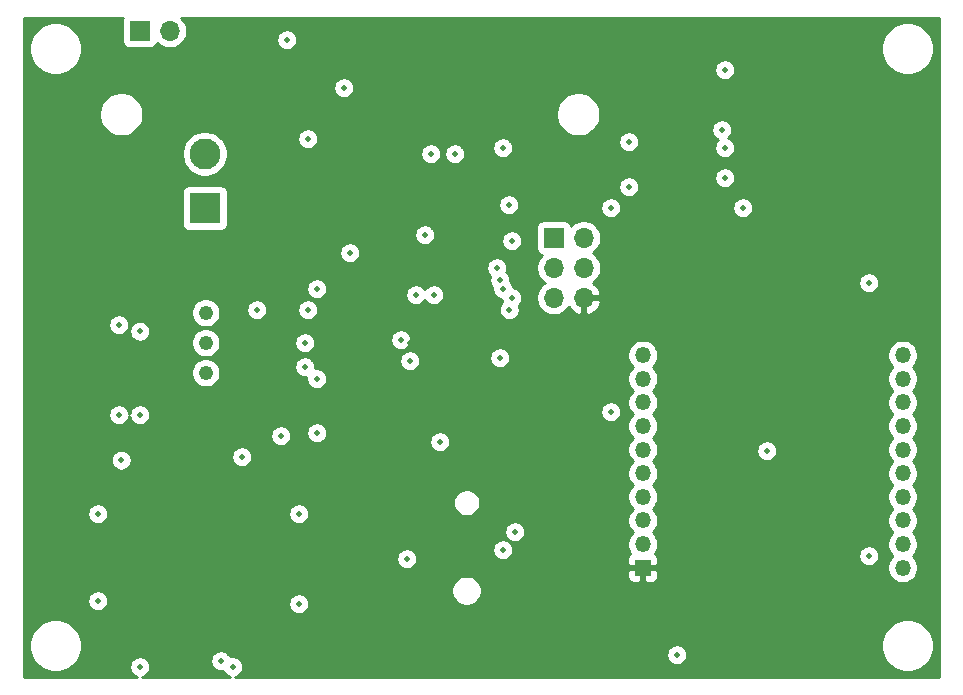
<source format=gbr>
%TF.GenerationSoftware,KiCad,Pcbnew,(5.1.7)-1*%
%TF.CreationDate,2020-12-22T10:31:33-06:00*%
%TF.ProjectId,tracker,74726163-6b65-4722-9e6b-696361645f70,1.0*%
%TF.SameCoordinates,Original*%
%TF.FileFunction,Copper,L2,Inr*%
%TF.FilePolarity,Positive*%
%FSLAX46Y46*%
G04 Gerber Fmt 4.6, Leading zero omitted, Abs format (unit mm)*
G04 Created by KiCad (PCBNEW (5.1.7)-1) date 2020-12-22 10:31:33*
%MOMM*%
%LPD*%
G01*
G04 APERTURE LIST*
%TA.AperFunction,ComponentPad*%
%ADD10R,1.700000X1.700000*%
%TD*%
%TA.AperFunction,ComponentPad*%
%ADD11O,1.700000X1.700000*%
%TD*%
%TA.AperFunction,ComponentPad*%
%ADD12R,2.625000X2.625000*%
%TD*%
%TA.AperFunction,ComponentPad*%
%ADD13C,2.625000*%
%TD*%
%TA.AperFunction,ComponentPad*%
%ADD14R,1.350000X1.350000*%
%TD*%
%TA.AperFunction,ComponentPad*%
%ADD15O,1.350000X1.350000*%
%TD*%
%TA.AperFunction,ComponentPad*%
%ADD16C,1.219200*%
%TD*%
%TA.AperFunction,ViaPad*%
%ADD17C,0.508000*%
%TD*%
%TA.AperFunction,Conductor*%
%ADD18C,0.254000*%
%TD*%
%TA.AperFunction,Conductor*%
%ADD19C,0.100000*%
%TD*%
G04 APERTURE END LIST*
D10*
%TO.N,MISO*%
%TO.C,J2*%
X157226000Y-106934000D03*
D11*
%TO.N,SCK*%
X159766000Y-106934000D03*
%TO.N,RESET*%
X157226000Y-109474000D03*
%TO.N,RB_GND*%
X159766000Y-109474000D03*
%TO.N,MOSI*%
X157226000Y-112014000D03*
%TO.N,+3V3*%
X159766000Y-112014000D03*
%TD*%
%TO.N,Net-(J3-Pad1)*%
%TO.C,J4*%
X124714000Y-89408000D03*
D10*
%TO.N,RB_GND*%
X122174000Y-89408000D03*
%TD*%
D12*
%TO.N,Net-(J3-Pad1)*%
%TO.C,SW1*%
X127688000Y-104422000D03*
D13*
%TO.N,Net-(C10-Pad1)*%
X127688000Y-99822000D03*
%TD*%
D14*
%TO.N,+3V3*%
%TO.C,U1*%
X164768000Y-134874000D03*
D15*
%TO.N,N/C*%
X186768000Y-134874000D03*
%TO.N,XBee_to_Uc*%
X164768000Y-132874000D03*
%TO.N,N/C*%
X186768000Y-132874000D03*
%TO.N,XBee_from_Uc*%
X164768000Y-130874000D03*
%TO.N,N/C*%
X186768000Y-130874000D03*
X164768000Y-128874000D03*
%TO.N,Net-(R7-Pad2)*%
X186768000Y-128874000D03*
%TO.N,N/C*%
X164768000Y-126874000D03*
X186768000Y-126874000D03*
%TO.N,Net-(R8-Pad1)*%
X164768000Y-124874000D03*
%TO.N,Net-(R9-Pad1)*%
X186768000Y-124874000D03*
%TO.N,N/C*%
X164768000Y-122874000D03*
X186768000Y-122874000D03*
X164768000Y-120874000D03*
X186768000Y-120874000D03*
X164768000Y-118874000D03*
X186768000Y-118874000D03*
%TO.N,RB_GND*%
X164768000Y-116874000D03*
%TO.N,N/C*%
X186768000Y-116874000D03*
%TD*%
D16*
%TO.N,RB_5V*%
%TO.C,U3*%
X127762000Y-118364000D03*
%TO.N,RB_GND*%
X127762000Y-115824000D03*
%TO.N,Net-(F1-Pad1)*%
X127762000Y-113284000D03*
%TD*%
D17*
%TO.N,RB_GND*%
X146812000Y-99822000D03*
X148844000Y-99822000D03*
X153416000Y-104140000D03*
X132080000Y-113030000D03*
X137160000Y-118872000D03*
X136144000Y-117856000D03*
X136144000Y-115824000D03*
X130810000Y-125476000D03*
X135636000Y-130302000D03*
X118618000Y-130302000D03*
X118618000Y-137668000D03*
X122174000Y-143256000D03*
X130048000Y-143256000D03*
X135636000Y-137922000D03*
X175260000Y-124968000D03*
X167640000Y-142240000D03*
X173228000Y-104394000D03*
X145034000Y-117348000D03*
X152654000Y-117094000D03*
X146304000Y-106680000D03*
X147574000Y-124206000D03*
X145542000Y-111760000D03*
X147066000Y-111760000D03*
X134112000Y-123698000D03*
X134620000Y-90170000D03*
X129032000Y-142748000D03*
X120623118Y-125756882D03*
%TO.N,+3V3*%
X137160000Y-109474000D03*
X132334000Y-110744000D03*
X118618000Y-132080000D03*
X134112000Y-143256000D03*
X126238000Y-143256000D03*
X137668000Y-134620000D03*
X164846000Y-91186000D03*
X166878000Y-97790000D03*
X164846000Y-99822000D03*
X145034000Y-115824000D03*
X149098000Y-115824000D03*
X132080000Y-115824000D03*
X132080000Y-117856000D03*
X147828000Y-102870000D03*
%TO.N,RESET*%
X152400000Y-109474000D03*
X139954000Y-108204000D03*
X183896000Y-110744000D03*
X183896000Y-133858000D03*
%TO.N,RB_5V*%
X171704000Y-101854000D03*
X137160000Y-123444000D03*
X162052000Y-121666000D03*
X162052000Y-104394000D03*
%TO.N,RB_RXI*%
X171704000Y-99314000D03*
%TO.N,RB_NetAv*%
X171450000Y-97790000D03*
X152654000Y-110490000D03*
X152908000Y-99314000D03*
%TO.N,RB_TXO*%
X171704000Y-92710000D03*
%TO.N,MOSI*%
X153670000Y-107188000D03*
X153670000Y-112014000D03*
%TO.N,RB_TXO_3V3*%
X139446000Y-94234000D03*
X137160000Y-111252000D03*
%TO.N,RB_RXI_3V3*%
X163576000Y-102616000D03*
X163576000Y-98806000D03*
X136398000Y-98552000D03*
X136398000Y-113030000D03*
%TO.N,Net-(R12-Pad2)*%
X120396000Y-121920000D03*
X120396000Y-114300000D03*
%TO.N,Net-(R13-Pad2)*%
X122174000Y-121920000D03*
X122174000Y-114858800D03*
%TO.N,Net-(R14-Pad2)*%
X144780000Y-134112000D03*
X144272000Y-115570000D03*
%TO.N,Net-(R15-Pad2)*%
X153466800Y-113030000D03*
X153924000Y-131826000D03*
%TO.N,GPS_PPS*%
X152908000Y-133350000D03*
X152908000Y-111252000D03*
%TD*%
D18*
%TO.N,+3V3*%
X120734498Y-88313820D02*
X120698188Y-88433518D01*
X120685928Y-88558000D01*
X120685928Y-90258000D01*
X120698188Y-90382482D01*
X120734498Y-90502180D01*
X120793463Y-90612494D01*
X120872815Y-90709185D01*
X120969506Y-90788537D01*
X121079820Y-90847502D01*
X121199518Y-90883812D01*
X121324000Y-90896072D01*
X123024000Y-90896072D01*
X123148482Y-90883812D01*
X123268180Y-90847502D01*
X123378494Y-90788537D01*
X123475185Y-90709185D01*
X123554537Y-90612494D01*
X123613502Y-90502180D01*
X123635513Y-90429620D01*
X123767368Y-90561475D01*
X124010589Y-90723990D01*
X124280842Y-90835932D01*
X124567740Y-90893000D01*
X124860260Y-90893000D01*
X125147158Y-90835932D01*
X125417411Y-90723990D01*
X125660632Y-90561475D01*
X125867475Y-90354632D01*
X126029990Y-90111411D01*
X126041989Y-90082441D01*
X133731000Y-90082441D01*
X133731000Y-90257559D01*
X133765164Y-90429312D01*
X133832179Y-90591099D01*
X133929469Y-90736704D01*
X134053296Y-90860531D01*
X134198901Y-90957821D01*
X134360688Y-91024836D01*
X134532441Y-91059000D01*
X134707559Y-91059000D01*
X134879312Y-91024836D01*
X135041099Y-90957821D01*
X135186704Y-90860531D01*
X135310531Y-90736704D01*
X135327123Y-90711872D01*
X184963000Y-90711872D01*
X184963000Y-91152128D01*
X185048890Y-91583925D01*
X185217369Y-91990669D01*
X185461962Y-92356729D01*
X185773271Y-92668038D01*
X186139331Y-92912631D01*
X186546075Y-93081110D01*
X186977872Y-93167000D01*
X187418128Y-93167000D01*
X187849925Y-93081110D01*
X188256669Y-92912631D01*
X188622729Y-92668038D01*
X188934038Y-92356729D01*
X189178631Y-91990669D01*
X189347110Y-91583925D01*
X189433000Y-91152128D01*
X189433000Y-90711872D01*
X189347110Y-90280075D01*
X189178631Y-89873331D01*
X188934038Y-89507271D01*
X188622729Y-89195962D01*
X188256669Y-88951369D01*
X187849925Y-88782890D01*
X187418128Y-88697000D01*
X186977872Y-88697000D01*
X186546075Y-88782890D01*
X186139331Y-88951369D01*
X185773271Y-89195962D01*
X185461962Y-89507271D01*
X185217369Y-89873331D01*
X185048890Y-90280075D01*
X184963000Y-90711872D01*
X135327123Y-90711872D01*
X135407821Y-90591099D01*
X135474836Y-90429312D01*
X135509000Y-90257559D01*
X135509000Y-90082441D01*
X135474836Y-89910688D01*
X135407821Y-89748901D01*
X135310531Y-89603296D01*
X135186704Y-89479469D01*
X135041099Y-89382179D01*
X134879312Y-89315164D01*
X134707559Y-89281000D01*
X134532441Y-89281000D01*
X134360688Y-89315164D01*
X134198901Y-89382179D01*
X134053296Y-89479469D01*
X133929469Y-89603296D01*
X133832179Y-89748901D01*
X133765164Y-89910688D01*
X133731000Y-90082441D01*
X126041989Y-90082441D01*
X126141932Y-89841158D01*
X126199000Y-89554260D01*
X126199000Y-89261740D01*
X126141932Y-88974842D01*
X126029990Y-88704589D01*
X125867475Y-88461368D01*
X125696107Y-88290000D01*
X189840001Y-88290000D01*
X189840000Y-144120000D01*
X130261242Y-144120000D01*
X130307312Y-144110836D01*
X130469099Y-144043821D01*
X130614704Y-143946531D01*
X130738531Y-143822704D01*
X130835821Y-143677099D01*
X130902836Y-143515312D01*
X130937000Y-143343559D01*
X130937000Y-143168441D01*
X130902836Y-142996688D01*
X130835821Y-142834901D01*
X130738531Y-142689296D01*
X130614704Y-142565469D01*
X130469099Y-142468179D01*
X130307312Y-142401164D01*
X130135559Y-142367000D01*
X129960441Y-142367000D01*
X129845871Y-142389790D01*
X129819821Y-142326901D01*
X129722531Y-142181296D01*
X129693676Y-142152441D01*
X166751000Y-142152441D01*
X166751000Y-142327559D01*
X166785164Y-142499312D01*
X166852179Y-142661099D01*
X166949469Y-142806704D01*
X167073296Y-142930531D01*
X167218901Y-143027821D01*
X167380688Y-143094836D01*
X167552441Y-143129000D01*
X167727559Y-143129000D01*
X167899312Y-143094836D01*
X168061099Y-143027821D01*
X168206704Y-142930531D01*
X168330531Y-142806704D01*
X168427821Y-142661099D01*
X168494836Y-142499312D01*
X168529000Y-142327559D01*
X168529000Y-142152441D01*
X168494836Y-141980688D01*
X168427821Y-141818901D01*
X168330531Y-141673296D01*
X168206704Y-141549469D01*
X168061099Y-141452179D01*
X167899312Y-141385164D01*
X167727559Y-141351000D01*
X167552441Y-141351000D01*
X167380688Y-141385164D01*
X167218901Y-141452179D01*
X167073296Y-141549469D01*
X166949469Y-141673296D01*
X166852179Y-141818901D01*
X166785164Y-141980688D01*
X166751000Y-142152441D01*
X129693676Y-142152441D01*
X129598704Y-142057469D01*
X129453099Y-141960179D01*
X129291312Y-141893164D01*
X129119559Y-141859000D01*
X128944441Y-141859000D01*
X128772688Y-141893164D01*
X128610901Y-141960179D01*
X128465296Y-142057469D01*
X128341469Y-142181296D01*
X128244179Y-142326901D01*
X128177164Y-142488688D01*
X128143000Y-142660441D01*
X128143000Y-142835559D01*
X128177164Y-143007312D01*
X128244179Y-143169099D01*
X128341469Y-143314704D01*
X128465296Y-143438531D01*
X128610901Y-143535821D01*
X128772688Y-143602836D01*
X128944441Y-143637000D01*
X129119559Y-143637000D01*
X129234129Y-143614210D01*
X129260179Y-143677099D01*
X129357469Y-143822704D01*
X129481296Y-143946531D01*
X129626901Y-144043821D01*
X129788688Y-144110836D01*
X129834758Y-144120000D01*
X122387242Y-144120000D01*
X122433312Y-144110836D01*
X122595099Y-144043821D01*
X122740704Y-143946531D01*
X122864531Y-143822704D01*
X122961821Y-143677099D01*
X123028836Y-143515312D01*
X123063000Y-143343559D01*
X123063000Y-143168441D01*
X123028836Y-142996688D01*
X122961821Y-142834901D01*
X122864531Y-142689296D01*
X122740704Y-142565469D01*
X122595099Y-142468179D01*
X122433312Y-142401164D01*
X122261559Y-142367000D01*
X122086441Y-142367000D01*
X121914688Y-142401164D01*
X121752901Y-142468179D01*
X121607296Y-142565469D01*
X121483469Y-142689296D01*
X121386179Y-142834901D01*
X121319164Y-142996688D01*
X121285000Y-143168441D01*
X121285000Y-143343559D01*
X121319164Y-143515312D01*
X121386179Y-143677099D01*
X121483469Y-143822704D01*
X121607296Y-143946531D01*
X121752901Y-144043821D01*
X121914688Y-144110836D01*
X121960758Y-144120000D01*
X112420000Y-144120000D01*
X112420000Y-141257872D01*
X112827000Y-141257872D01*
X112827000Y-141698128D01*
X112912890Y-142129925D01*
X113081369Y-142536669D01*
X113325962Y-142902729D01*
X113637271Y-143214038D01*
X114003331Y-143458631D01*
X114410075Y-143627110D01*
X114841872Y-143713000D01*
X115282128Y-143713000D01*
X115713925Y-143627110D01*
X116120669Y-143458631D01*
X116486729Y-143214038D01*
X116798038Y-142902729D01*
X117042631Y-142536669D01*
X117211110Y-142129925D01*
X117297000Y-141698128D01*
X117297000Y-141257872D01*
X184963000Y-141257872D01*
X184963000Y-141698128D01*
X185048890Y-142129925D01*
X185217369Y-142536669D01*
X185461962Y-142902729D01*
X185773271Y-143214038D01*
X186139331Y-143458631D01*
X186546075Y-143627110D01*
X186977872Y-143713000D01*
X187418128Y-143713000D01*
X187849925Y-143627110D01*
X188256669Y-143458631D01*
X188622729Y-143214038D01*
X188934038Y-142902729D01*
X189178631Y-142536669D01*
X189347110Y-142129925D01*
X189433000Y-141698128D01*
X189433000Y-141257872D01*
X189347110Y-140826075D01*
X189178631Y-140419331D01*
X188934038Y-140053271D01*
X188622729Y-139741962D01*
X188256669Y-139497369D01*
X187849925Y-139328890D01*
X187418128Y-139243000D01*
X186977872Y-139243000D01*
X186546075Y-139328890D01*
X186139331Y-139497369D01*
X185773271Y-139741962D01*
X185461962Y-140053271D01*
X185217369Y-140419331D01*
X185048890Y-140826075D01*
X184963000Y-141257872D01*
X117297000Y-141257872D01*
X117211110Y-140826075D01*
X117042631Y-140419331D01*
X116798038Y-140053271D01*
X116486729Y-139741962D01*
X116120669Y-139497369D01*
X115713925Y-139328890D01*
X115282128Y-139243000D01*
X114841872Y-139243000D01*
X114410075Y-139328890D01*
X114003331Y-139497369D01*
X113637271Y-139741962D01*
X113325962Y-140053271D01*
X113081369Y-140419331D01*
X112912890Y-140826075D01*
X112827000Y-141257872D01*
X112420000Y-141257872D01*
X112420000Y-137580441D01*
X117729000Y-137580441D01*
X117729000Y-137755559D01*
X117763164Y-137927312D01*
X117830179Y-138089099D01*
X117927469Y-138234704D01*
X118051296Y-138358531D01*
X118196901Y-138455821D01*
X118358688Y-138522836D01*
X118530441Y-138557000D01*
X118705559Y-138557000D01*
X118877312Y-138522836D01*
X119039099Y-138455821D01*
X119184704Y-138358531D01*
X119308531Y-138234704D01*
X119405821Y-138089099D01*
X119472836Y-137927312D01*
X119491309Y-137834441D01*
X134747000Y-137834441D01*
X134747000Y-138009559D01*
X134781164Y-138181312D01*
X134848179Y-138343099D01*
X134945469Y-138488704D01*
X135069296Y-138612531D01*
X135214901Y-138709821D01*
X135376688Y-138776836D01*
X135548441Y-138811000D01*
X135723559Y-138811000D01*
X135895312Y-138776836D01*
X136057099Y-138709821D01*
X136202704Y-138612531D01*
X136326531Y-138488704D01*
X136423821Y-138343099D01*
X136490836Y-138181312D01*
X136525000Y-138009559D01*
X136525000Y-137834441D01*
X136490836Y-137662688D01*
X136423821Y-137500901D01*
X136326531Y-137355296D01*
X136202704Y-137231469D01*
X136057099Y-137134179D01*
X135895312Y-137067164D01*
X135723559Y-137033000D01*
X135548441Y-137033000D01*
X135376688Y-137067164D01*
X135214901Y-137134179D01*
X135069296Y-137231469D01*
X134945469Y-137355296D01*
X134848179Y-137500901D01*
X134781164Y-137662688D01*
X134747000Y-137834441D01*
X119491309Y-137834441D01*
X119507000Y-137755559D01*
X119507000Y-137580441D01*
X119472836Y-137408688D01*
X119405821Y-137246901D01*
X119308531Y-137101296D01*
X119184704Y-136977469D01*
X119039099Y-136880179D01*
X118877312Y-136813164D01*
X118705559Y-136779000D01*
X118530441Y-136779000D01*
X118358688Y-136813164D01*
X118196901Y-136880179D01*
X118051296Y-136977469D01*
X117927469Y-137101296D01*
X117830179Y-137246901D01*
X117763164Y-137408688D01*
X117729000Y-137580441D01*
X112420000Y-137580441D01*
X112420000Y-136694439D01*
X148575000Y-136694439D01*
X148575000Y-136947561D01*
X148624381Y-137195821D01*
X148721247Y-137429676D01*
X148861875Y-137640140D01*
X149040860Y-137819125D01*
X149251324Y-137959753D01*
X149485179Y-138056619D01*
X149733439Y-138106000D01*
X149986561Y-138106000D01*
X150234821Y-138056619D01*
X150468676Y-137959753D01*
X150679140Y-137819125D01*
X150858125Y-137640140D01*
X150998753Y-137429676D01*
X151095619Y-137195821D01*
X151145000Y-136947561D01*
X151145000Y-136694439D01*
X151095619Y-136446179D01*
X150998753Y-136212324D01*
X150858125Y-136001860D01*
X150679140Y-135822875D01*
X150468676Y-135682247D01*
X150234821Y-135585381D01*
X150051918Y-135549000D01*
X163454928Y-135549000D01*
X163467188Y-135673482D01*
X163503498Y-135793180D01*
X163562463Y-135903494D01*
X163641815Y-136000185D01*
X163738506Y-136079537D01*
X163848820Y-136138502D01*
X163968518Y-136174812D01*
X164093000Y-136187072D01*
X164482250Y-136184000D01*
X164641000Y-136025250D01*
X164641000Y-135001000D01*
X164895000Y-135001000D01*
X164895000Y-136025250D01*
X165053750Y-136184000D01*
X165443000Y-136187072D01*
X165567482Y-136174812D01*
X165687180Y-136138502D01*
X165797494Y-136079537D01*
X165894185Y-136000185D01*
X165973537Y-135903494D01*
X166032502Y-135793180D01*
X166068812Y-135673482D01*
X166081072Y-135549000D01*
X166078000Y-135159750D01*
X165919250Y-135001000D01*
X164895000Y-135001000D01*
X164641000Y-135001000D01*
X163616750Y-135001000D01*
X163458000Y-135159750D01*
X163454928Y-135549000D01*
X150051918Y-135549000D01*
X149986561Y-135536000D01*
X149733439Y-135536000D01*
X149485179Y-135585381D01*
X149251324Y-135682247D01*
X149040860Y-135822875D01*
X148861875Y-136001860D01*
X148721247Y-136212324D01*
X148624381Y-136446179D01*
X148575000Y-136694439D01*
X112420000Y-136694439D01*
X112420000Y-134024441D01*
X143891000Y-134024441D01*
X143891000Y-134199559D01*
X143925164Y-134371312D01*
X143992179Y-134533099D01*
X144089469Y-134678704D01*
X144213296Y-134802531D01*
X144358901Y-134899821D01*
X144520688Y-134966836D01*
X144692441Y-135001000D01*
X144867559Y-135001000D01*
X145039312Y-134966836D01*
X145201099Y-134899821D01*
X145346704Y-134802531D01*
X145470531Y-134678704D01*
X145567821Y-134533099D01*
X145634836Y-134371312D01*
X145669000Y-134199559D01*
X145669000Y-134024441D01*
X145634836Y-133852688D01*
X145567821Y-133690901D01*
X145470531Y-133545296D01*
X145346704Y-133421469D01*
X145201099Y-133324179D01*
X145052052Y-133262441D01*
X152019000Y-133262441D01*
X152019000Y-133437559D01*
X152053164Y-133609312D01*
X152120179Y-133771099D01*
X152217469Y-133916704D01*
X152341296Y-134040531D01*
X152486901Y-134137821D01*
X152648688Y-134204836D01*
X152820441Y-134239000D01*
X152995559Y-134239000D01*
X153167312Y-134204836D01*
X153181401Y-134199000D01*
X163454928Y-134199000D01*
X163458000Y-134588250D01*
X163616750Y-134747000D01*
X164641000Y-134747000D01*
X164641000Y-134727000D01*
X164895000Y-134727000D01*
X164895000Y-134747000D01*
X165919250Y-134747000D01*
X166078000Y-134588250D01*
X166081072Y-134199000D01*
X166068812Y-134074518D01*
X166032502Y-133954820D01*
X165973537Y-133844506D01*
X165912754Y-133770441D01*
X183007000Y-133770441D01*
X183007000Y-133945559D01*
X183041164Y-134117312D01*
X183108179Y-134279099D01*
X183205469Y-134424704D01*
X183329296Y-134548531D01*
X183474901Y-134645821D01*
X183636688Y-134712836D01*
X183808441Y-134747000D01*
X183983559Y-134747000D01*
X184155312Y-134712836D01*
X184317099Y-134645821D01*
X184462704Y-134548531D01*
X184586531Y-134424704D01*
X184683821Y-134279099D01*
X184750836Y-134117312D01*
X184785000Y-133945559D01*
X184785000Y-133770441D01*
X184750836Y-133598688D01*
X184683821Y-133436901D01*
X184586531Y-133291296D01*
X184462704Y-133167469D01*
X184317099Y-133070179D01*
X184155312Y-133003164D01*
X183983559Y-132969000D01*
X183808441Y-132969000D01*
X183636688Y-133003164D01*
X183474901Y-133070179D01*
X183329296Y-133167469D01*
X183205469Y-133291296D01*
X183108179Y-133436901D01*
X183041164Y-133598688D01*
X183007000Y-133770441D01*
X165912754Y-133770441D01*
X165894185Y-133747815D01*
X165807303Y-133676513D01*
X165928907Y-133494518D01*
X166027658Y-133256113D01*
X166078000Y-133003024D01*
X166078000Y-132744976D01*
X166027658Y-132491887D01*
X165928907Y-132253482D01*
X165785544Y-132038923D01*
X165620621Y-131874000D01*
X165785544Y-131709077D01*
X165928907Y-131494518D01*
X166027658Y-131256113D01*
X166078000Y-131003024D01*
X166078000Y-130744976D01*
X166027658Y-130491887D01*
X165928907Y-130253482D01*
X165785544Y-130038923D01*
X165620621Y-129874000D01*
X165785544Y-129709077D01*
X165928907Y-129494518D01*
X166027658Y-129256113D01*
X166078000Y-129003024D01*
X166078000Y-128744976D01*
X166027658Y-128491887D01*
X165928907Y-128253482D01*
X165785544Y-128038923D01*
X165620621Y-127874000D01*
X165785544Y-127709077D01*
X165928907Y-127494518D01*
X166027658Y-127256113D01*
X166078000Y-127003024D01*
X166078000Y-126744976D01*
X166027658Y-126491887D01*
X165928907Y-126253482D01*
X165785544Y-126038923D01*
X165620621Y-125874000D01*
X165785544Y-125709077D01*
X165928907Y-125494518D01*
X166027658Y-125256113D01*
X166078000Y-125003024D01*
X166078000Y-124880441D01*
X174371000Y-124880441D01*
X174371000Y-125055559D01*
X174405164Y-125227312D01*
X174472179Y-125389099D01*
X174569469Y-125534704D01*
X174693296Y-125658531D01*
X174838901Y-125755821D01*
X175000688Y-125822836D01*
X175172441Y-125857000D01*
X175347559Y-125857000D01*
X175519312Y-125822836D01*
X175681099Y-125755821D01*
X175826704Y-125658531D01*
X175950531Y-125534704D01*
X176047821Y-125389099D01*
X176114836Y-125227312D01*
X176149000Y-125055559D01*
X176149000Y-124880441D01*
X176114836Y-124708688D01*
X176047821Y-124546901D01*
X175950531Y-124401296D01*
X175826704Y-124277469D01*
X175681099Y-124180179D01*
X175519312Y-124113164D01*
X175347559Y-124079000D01*
X175172441Y-124079000D01*
X175000688Y-124113164D01*
X174838901Y-124180179D01*
X174693296Y-124277469D01*
X174569469Y-124401296D01*
X174472179Y-124546901D01*
X174405164Y-124708688D01*
X174371000Y-124880441D01*
X166078000Y-124880441D01*
X166078000Y-124744976D01*
X166027658Y-124491887D01*
X165928907Y-124253482D01*
X165785544Y-124038923D01*
X165620621Y-123874000D01*
X165785544Y-123709077D01*
X165928907Y-123494518D01*
X166027658Y-123256113D01*
X166078000Y-123003024D01*
X166078000Y-122744976D01*
X166027658Y-122491887D01*
X165928907Y-122253482D01*
X165785544Y-122038923D01*
X165620621Y-121874000D01*
X165785544Y-121709077D01*
X165928907Y-121494518D01*
X166027658Y-121256113D01*
X166078000Y-121003024D01*
X166078000Y-120744976D01*
X166027658Y-120491887D01*
X165928907Y-120253482D01*
X165785544Y-120038923D01*
X165620621Y-119874000D01*
X165785544Y-119709077D01*
X165928907Y-119494518D01*
X166027658Y-119256113D01*
X166078000Y-119003024D01*
X166078000Y-118744976D01*
X166027658Y-118491887D01*
X165928907Y-118253482D01*
X165785544Y-118038923D01*
X165620621Y-117874000D01*
X165785544Y-117709077D01*
X165928907Y-117494518D01*
X166027658Y-117256113D01*
X166078000Y-117003024D01*
X166078000Y-116744976D01*
X185458000Y-116744976D01*
X185458000Y-117003024D01*
X185508342Y-117256113D01*
X185607093Y-117494518D01*
X185750456Y-117709077D01*
X185915379Y-117874000D01*
X185750456Y-118038923D01*
X185607093Y-118253482D01*
X185508342Y-118491887D01*
X185458000Y-118744976D01*
X185458000Y-119003024D01*
X185508342Y-119256113D01*
X185607093Y-119494518D01*
X185750456Y-119709077D01*
X185915379Y-119874000D01*
X185750456Y-120038923D01*
X185607093Y-120253482D01*
X185508342Y-120491887D01*
X185458000Y-120744976D01*
X185458000Y-121003024D01*
X185508342Y-121256113D01*
X185607093Y-121494518D01*
X185750456Y-121709077D01*
X185915379Y-121874000D01*
X185750456Y-122038923D01*
X185607093Y-122253482D01*
X185508342Y-122491887D01*
X185458000Y-122744976D01*
X185458000Y-123003024D01*
X185508342Y-123256113D01*
X185607093Y-123494518D01*
X185750456Y-123709077D01*
X185915379Y-123874000D01*
X185750456Y-124038923D01*
X185607093Y-124253482D01*
X185508342Y-124491887D01*
X185458000Y-124744976D01*
X185458000Y-125003024D01*
X185508342Y-125256113D01*
X185607093Y-125494518D01*
X185750456Y-125709077D01*
X185915379Y-125874000D01*
X185750456Y-126038923D01*
X185607093Y-126253482D01*
X185508342Y-126491887D01*
X185458000Y-126744976D01*
X185458000Y-127003024D01*
X185508342Y-127256113D01*
X185607093Y-127494518D01*
X185750456Y-127709077D01*
X185915379Y-127874000D01*
X185750456Y-128038923D01*
X185607093Y-128253482D01*
X185508342Y-128491887D01*
X185458000Y-128744976D01*
X185458000Y-129003024D01*
X185508342Y-129256113D01*
X185607093Y-129494518D01*
X185750456Y-129709077D01*
X185915379Y-129874000D01*
X185750456Y-130038923D01*
X185607093Y-130253482D01*
X185508342Y-130491887D01*
X185458000Y-130744976D01*
X185458000Y-131003024D01*
X185508342Y-131256113D01*
X185607093Y-131494518D01*
X185750456Y-131709077D01*
X185915379Y-131874000D01*
X185750456Y-132038923D01*
X185607093Y-132253482D01*
X185508342Y-132491887D01*
X185458000Y-132744976D01*
X185458000Y-133003024D01*
X185508342Y-133256113D01*
X185607093Y-133494518D01*
X185750456Y-133709077D01*
X185915379Y-133874000D01*
X185750456Y-134038923D01*
X185607093Y-134253482D01*
X185508342Y-134491887D01*
X185458000Y-134744976D01*
X185458000Y-135003024D01*
X185508342Y-135256113D01*
X185607093Y-135494518D01*
X185750456Y-135709077D01*
X185932923Y-135891544D01*
X186147482Y-136034907D01*
X186385887Y-136133658D01*
X186638976Y-136184000D01*
X186897024Y-136184000D01*
X187150113Y-136133658D01*
X187388518Y-136034907D01*
X187603077Y-135891544D01*
X187785544Y-135709077D01*
X187928907Y-135494518D01*
X188027658Y-135256113D01*
X188078000Y-135003024D01*
X188078000Y-134744976D01*
X188027658Y-134491887D01*
X187928907Y-134253482D01*
X187785544Y-134038923D01*
X187620621Y-133874000D01*
X187785544Y-133709077D01*
X187928907Y-133494518D01*
X188027658Y-133256113D01*
X188078000Y-133003024D01*
X188078000Y-132744976D01*
X188027658Y-132491887D01*
X187928907Y-132253482D01*
X187785544Y-132038923D01*
X187620621Y-131874000D01*
X187785544Y-131709077D01*
X187928907Y-131494518D01*
X188027658Y-131256113D01*
X188078000Y-131003024D01*
X188078000Y-130744976D01*
X188027658Y-130491887D01*
X187928907Y-130253482D01*
X187785544Y-130038923D01*
X187620621Y-129874000D01*
X187785544Y-129709077D01*
X187928907Y-129494518D01*
X188027658Y-129256113D01*
X188078000Y-129003024D01*
X188078000Y-128744976D01*
X188027658Y-128491887D01*
X187928907Y-128253482D01*
X187785544Y-128038923D01*
X187620621Y-127874000D01*
X187785544Y-127709077D01*
X187928907Y-127494518D01*
X188027658Y-127256113D01*
X188078000Y-127003024D01*
X188078000Y-126744976D01*
X188027658Y-126491887D01*
X187928907Y-126253482D01*
X187785544Y-126038923D01*
X187620621Y-125874000D01*
X187785544Y-125709077D01*
X187928907Y-125494518D01*
X188027658Y-125256113D01*
X188078000Y-125003024D01*
X188078000Y-124744976D01*
X188027658Y-124491887D01*
X187928907Y-124253482D01*
X187785544Y-124038923D01*
X187620621Y-123874000D01*
X187785544Y-123709077D01*
X187928907Y-123494518D01*
X188027658Y-123256113D01*
X188078000Y-123003024D01*
X188078000Y-122744976D01*
X188027658Y-122491887D01*
X187928907Y-122253482D01*
X187785544Y-122038923D01*
X187620621Y-121874000D01*
X187785544Y-121709077D01*
X187928907Y-121494518D01*
X188027658Y-121256113D01*
X188078000Y-121003024D01*
X188078000Y-120744976D01*
X188027658Y-120491887D01*
X187928907Y-120253482D01*
X187785544Y-120038923D01*
X187620621Y-119874000D01*
X187785544Y-119709077D01*
X187928907Y-119494518D01*
X188027658Y-119256113D01*
X188078000Y-119003024D01*
X188078000Y-118744976D01*
X188027658Y-118491887D01*
X187928907Y-118253482D01*
X187785544Y-118038923D01*
X187620621Y-117874000D01*
X187785544Y-117709077D01*
X187928907Y-117494518D01*
X188027658Y-117256113D01*
X188078000Y-117003024D01*
X188078000Y-116744976D01*
X188027658Y-116491887D01*
X187928907Y-116253482D01*
X187785544Y-116038923D01*
X187603077Y-115856456D01*
X187388518Y-115713093D01*
X187150113Y-115614342D01*
X186897024Y-115564000D01*
X186638976Y-115564000D01*
X186385887Y-115614342D01*
X186147482Y-115713093D01*
X185932923Y-115856456D01*
X185750456Y-116038923D01*
X185607093Y-116253482D01*
X185508342Y-116491887D01*
X185458000Y-116744976D01*
X166078000Y-116744976D01*
X166027658Y-116491887D01*
X165928907Y-116253482D01*
X165785544Y-116038923D01*
X165603077Y-115856456D01*
X165388518Y-115713093D01*
X165150113Y-115614342D01*
X164897024Y-115564000D01*
X164638976Y-115564000D01*
X164385887Y-115614342D01*
X164147482Y-115713093D01*
X163932923Y-115856456D01*
X163750456Y-116038923D01*
X163607093Y-116253482D01*
X163508342Y-116491887D01*
X163458000Y-116744976D01*
X163458000Y-117003024D01*
X163508342Y-117256113D01*
X163607093Y-117494518D01*
X163750456Y-117709077D01*
X163915379Y-117874000D01*
X163750456Y-118038923D01*
X163607093Y-118253482D01*
X163508342Y-118491887D01*
X163458000Y-118744976D01*
X163458000Y-119003024D01*
X163508342Y-119256113D01*
X163607093Y-119494518D01*
X163750456Y-119709077D01*
X163915379Y-119874000D01*
X163750456Y-120038923D01*
X163607093Y-120253482D01*
X163508342Y-120491887D01*
X163458000Y-120744976D01*
X163458000Y-121003024D01*
X163508342Y-121256113D01*
X163607093Y-121494518D01*
X163750456Y-121709077D01*
X163915379Y-121874000D01*
X163750456Y-122038923D01*
X163607093Y-122253482D01*
X163508342Y-122491887D01*
X163458000Y-122744976D01*
X163458000Y-123003024D01*
X163508342Y-123256113D01*
X163607093Y-123494518D01*
X163750456Y-123709077D01*
X163915379Y-123874000D01*
X163750456Y-124038923D01*
X163607093Y-124253482D01*
X163508342Y-124491887D01*
X163458000Y-124744976D01*
X163458000Y-125003024D01*
X163508342Y-125256113D01*
X163607093Y-125494518D01*
X163750456Y-125709077D01*
X163915379Y-125874000D01*
X163750456Y-126038923D01*
X163607093Y-126253482D01*
X163508342Y-126491887D01*
X163458000Y-126744976D01*
X163458000Y-127003024D01*
X163508342Y-127256113D01*
X163607093Y-127494518D01*
X163750456Y-127709077D01*
X163915379Y-127874000D01*
X163750456Y-128038923D01*
X163607093Y-128253482D01*
X163508342Y-128491887D01*
X163458000Y-128744976D01*
X163458000Y-129003024D01*
X163508342Y-129256113D01*
X163607093Y-129494518D01*
X163750456Y-129709077D01*
X163915379Y-129874000D01*
X163750456Y-130038923D01*
X163607093Y-130253482D01*
X163508342Y-130491887D01*
X163458000Y-130744976D01*
X163458000Y-131003024D01*
X163508342Y-131256113D01*
X163607093Y-131494518D01*
X163750456Y-131709077D01*
X163915379Y-131874000D01*
X163750456Y-132038923D01*
X163607093Y-132253482D01*
X163508342Y-132491887D01*
X163458000Y-132744976D01*
X163458000Y-133003024D01*
X163508342Y-133256113D01*
X163607093Y-133494518D01*
X163728697Y-133676513D01*
X163641815Y-133747815D01*
X163562463Y-133844506D01*
X163503498Y-133954820D01*
X163467188Y-134074518D01*
X163454928Y-134199000D01*
X153181401Y-134199000D01*
X153329099Y-134137821D01*
X153474704Y-134040531D01*
X153598531Y-133916704D01*
X153695821Y-133771099D01*
X153762836Y-133609312D01*
X153797000Y-133437559D01*
X153797000Y-133262441D01*
X153762836Y-133090688D01*
X153695821Y-132928901D01*
X153598531Y-132783296D01*
X153474704Y-132659469D01*
X153329099Y-132562179D01*
X153167312Y-132495164D01*
X152995559Y-132461000D01*
X152820441Y-132461000D01*
X152648688Y-132495164D01*
X152486901Y-132562179D01*
X152341296Y-132659469D01*
X152217469Y-132783296D01*
X152120179Y-132928901D01*
X152053164Y-133090688D01*
X152019000Y-133262441D01*
X145052052Y-133262441D01*
X145039312Y-133257164D01*
X144867559Y-133223000D01*
X144692441Y-133223000D01*
X144520688Y-133257164D01*
X144358901Y-133324179D01*
X144213296Y-133421469D01*
X144089469Y-133545296D01*
X143992179Y-133690901D01*
X143925164Y-133852688D01*
X143891000Y-134024441D01*
X112420000Y-134024441D01*
X112420000Y-131738441D01*
X153035000Y-131738441D01*
X153035000Y-131913559D01*
X153069164Y-132085312D01*
X153136179Y-132247099D01*
X153233469Y-132392704D01*
X153357296Y-132516531D01*
X153502901Y-132613821D01*
X153664688Y-132680836D01*
X153836441Y-132715000D01*
X154011559Y-132715000D01*
X154183312Y-132680836D01*
X154345099Y-132613821D01*
X154490704Y-132516531D01*
X154614531Y-132392704D01*
X154711821Y-132247099D01*
X154778836Y-132085312D01*
X154813000Y-131913559D01*
X154813000Y-131738441D01*
X154778836Y-131566688D01*
X154711821Y-131404901D01*
X154614531Y-131259296D01*
X154490704Y-131135469D01*
X154345099Y-131038179D01*
X154183312Y-130971164D01*
X154011559Y-130937000D01*
X153836441Y-130937000D01*
X153664688Y-130971164D01*
X153502901Y-131038179D01*
X153357296Y-131135469D01*
X153233469Y-131259296D01*
X153136179Y-131404901D01*
X153069164Y-131566688D01*
X153035000Y-131738441D01*
X112420000Y-131738441D01*
X112420000Y-130214441D01*
X117729000Y-130214441D01*
X117729000Y-130389559D01*
X117763164Y-130561312D01*
X117830179Y-130723099D01*
X117927469Y-130868704D01*
X118051296Y-130992531D01*
X118196901Y-131089821D01*
X118358688Y-131156836D01*
X118530441Y-131191000D01*
X118705559Y-131191000D01*
X118877312Y-131156836D01*
X119039099Y-131089821D01*
X119184704Y-130992531D01*
X119308531Y-130868704D01*
X119405821Y-130723099D01*
X119472836Y-130561312D01*
X119507000Y-130389559D01*
X119507000Y-130214441D01*
X134747000Y-130214441D01*
X134747000Y-130389559D01*
X134781164Y-130561312D01*
X134848179Y-130723099D01*
X134945469Y-130868704D01*
X135069296Y-130992531D01*
X135214901Y-131089821D01*
X135376688Y-131156836D01*
X135548441Y-131191000D01*
X135723559Y-131191000D01*
X135895312Y-131156836D01*
X136057099Y-131089821D01*
X136202704Y-130992531D01*
X136326531Y-130868704D01*
X136423821Y-130723099D01*
X136490836Y-130561312D01*
X136525000Y-130389559D01*
X136525000Y-130214441D01*
X136490836Y-130042688D01*
X136423821Y-129880901D01*
X136326531Y-129735296D01*
X136202704Y-129611469D01*
X136057099Y-129514179D01*
X135895312Y-129447164D01*
X135723559Y-129413000D01*
X135548441Y-129413000D01*
X135376688Y-129447164D01*
X135214901Y-129514179D01*
X135069296Y-129611469D01*
X134945469Y-129735296D01*
X134848179Y-129880901D01*
X134781164Y-130042688D01*
X134747000Y-130214441D01*
X119507000Y-130214441D01*
X119472836Y-130042688D01*
X119405821Y-129880901D01*
X119308531Y-129735296D01*
X119184704Y-129611469D01*
X119039099Y-129514179D01*
X118877312Y-129447164D01*
X118705559Y-129413000D01*
X118530441Y-129413000D01*
X118358688Y-129447164D01*
X118196901Y-129514179D01*
X118051296Y-129611469D01*
X117927469Y-129735296D01*
X117830179Y-129880901D01*
X117763164Y-130042688D01*
X117729000Y-130214441D01*
X112420000Y-130214441D01*
X112420000Y-129256750D01*
X148700000Y-129256750D01*
X148700000Y-129485250D01*
X148744578Y-129709360D01*
X148832021Y-129920466D01*
X148958969Y-130110457D01*
X149120543Y-130272031D01*
X149310534Y-130398979D01*
X149521640Y-130486422D01*
X149745750Y-130531000D01*
X149974250Y-130531000D01*
X150198360Y-130486422D01*
X150409466Y-130398979D01*
X150599457Y-130272031D01*
X150761031Y-130110457D01*
X150887979Y-129920466D01*
X150975422Y-129709360D01*
X151020000Y-129485250D01*
X151020000Y-129256750D01*
X150975422Y-129032640D01*
X150887979Y-128821534D01*
X150761031Y-128631543D01*
X150599457Y-128469969D01*
X150409466Y-128343021D01*
X150198360Y-128255578D01*
X149974250Y-128211000D01*
X149745750Y-128211000D01*
X149521640Y-128255578D01*
X149310534Y-128343021D01*
X149120543Y-128469969D01*
X148958969Y-128631543D01*
X148832021Y-128821534D01*
X148744578Y-129032640D01*
X148700000Y-129256750D01*
X112420000Y-129256750D01*
X112420000Y-125669323D01*
X119734118Y-125669323D01*
X119734118Y-125844441D01*
X119768282Y-126016194D01*
X119835297Y-126177981D01*
X119932587Y-126323586D01*
X120056414Y-126447413D01*
X120202019Y-126544703D01*
X120363806Y-126611718D01*
X120535559Y-126645882D01*
X120710677Y-126645882D01*
X120882430Y-126611718D01*
X121044217Y-126544703D01*
X121189822Y-126447413D01*
X121313649Y-126323586D01*
X121410939Y-126177981D01*
X121477954Y-126016194D01*
X121512118Y-125844441D01*
X121512118Y-125669323D01*
X121477954Y-125497570D01*
X121432751Y-125388441D01*
X129921000Y-125388441D01*
X129921000Y-125563559D01*
X129955164Y-125735312D01*
X130022179Y-125897099D01*
X130119469Y-126042704D01*
X130243296Y-126166531D01*
X130388901Y-126263821D01*
X130550688Y-126330836D01*
X130722441Y-126365000D01*
X130897559Y-126365000D01*
X131069312Y-126330836D01*
X131231099Y-126263821D01*
X131376704Y-126166531D01*
X131500531Y-126042704D01*
X131597821Y-125897099D01*
X131664836Y-125735312D01*
X131699000Y-125563559D01*
X131699000Y-125388441D01*
X131664836Y-125216688D01*
X131597821Y-125054901D01*
X131500531Y-124909296D01*
X131376704Y-124785469D01*
X131231099Y-124688179D01*
X131069312Y-124621164D01*
X130897559Y-124587000D01*
X130722441Y-124587000D01*
X130550688Y-124621164D01*
X130388901Y-124688179D01*
X130243296Y-124785469D01*
X130119469Y-124909296D01*
X130022179Y-125054901D01*
X129955164Y-125216688D01*
X129921000Y-125388441D01*
X121432751Y-125388441D01*
X121410939Y-125335783D01*
X121313649Y-125190178D01*
X121189822Y-125066351D01*
X121044217Y-124969061D01*
X120882430Y-124902046D01*
X120710677Y-124867882D01*
X120535559Y-124867882D01*
X120363806Y-124902046D01*
X120202019Y-124969061D01*
X120056414Y-125066351D01*
X119932587Y-125190178D01*
X119835297Y-125335783D01*
X119768282Y-125497570D01*
X119734118Y-125669323D01*
X112420000Y-125669323D01*
X112420000Y-123610441D01*
X133223000Y-123610441D01*
X133223000Y-123785559D01*
X133257164Y-123957312D01*
X133324179Y-124119099D01*
X133421469Y-124264704D01*
X133545296Y-124388531D01*
X133690901Y-124485821D01*
X133852688Y-124552836D01*
X134024441Y-124587000D01*
X134199559Y-124587000D01*
X134371312Y-124552836D01*
X134533099Y-124485821D01*
X134678704Y-124388531D01*
X134802531Y-124264704D01*
X134899821Y-124119099D01*
X134966836Y-123957312D01*
X135001000Y-123785559D01*
X135001000Y-123610441D01*
X134966836Y-123438688D01*
X134932768Y-123356441D01*
X136271000Y-123356441D01*
X136271000Y-123531559D01*
X136305164Y-123703312D01*
X136372179Y-123865099D01*
X136469469Y-124010704D01*
X136593296Y-124134531D01*
X136738901Y-124231821D01*
X136900688Y-124298836D01*
X137072441Y-124333000D01*
X137247559Y-124333000D01*
X137419312Y-124298836D01*
X137581099Y-124231821D01*
X137726704Y-124134531D01*
X137742794Y-124118441D01*
X146685000Y-124118441D01*
X146685000Y-124293559D01*
X146719164Y-124465312D01*
X146786179Y-124627099D01*
X146883469Y-124772704D01*
X147007296Y-124896531D01*
X147152901Y-124993821D01*
X147314688Y-125060836D01*
X147486441Y-125095000D01*
X147661559Y-125095000D01*
X147833312Y-125060836D01*
X147995099Y-124993821D01*
X148140704Y-124896531D01*
X148264531Y-124772704D01*
X148361821Y-124627099D01*
X148428836Y-124465312D01*
X148463000Y-124293559D01*
X148463000Y-124118441D01*
X148428836Y-123946688D01*
X148361821Y-123784901D01*
X148264531Y-123639296D01*
X148140704Y-123515469D01*
X147995099Y-123418179D01*
X147833312Y-123351164D01*
X147661559Y-123317000D01*
X147486441Y-123317000D01*
X147314688Y-123351164D01*
X147152901Y-123418179D01*
X147007296Y-123515469D01*
X146883469Y-123639296D01*
X146786179Y-123784901D01*
X146719164Y-123946688D01*
X146685000Y-124118441D01*
X137742794Y-124118441D01*
X137850531Y-124010704D01*
X137947821Y-123865099D01*
X138014836Y-123703312D01*
X138049000Y-123531559D01*
X138049000Y-123356441D01*
X138014836Y-123184688D01*
X137947821Y-123022901D01*
X137850531Y-122877296D01*
X137726704Y-122753469D01*
X137581099Y-122656179D01*
X137419312Y-122589164D01*
X137247559Y-122555000D01*
X137072441Y-122555000D01*
X136900688Y-122589164D01*
X136738901Y-122656179D01*
X136593296Y-122753469D01*
X136469469Y-122877296D01*
X136372179Y-123022901D01*
X136305164Y-123184688D01*
X136271000Y-123356441D01*
X134932768Y-123356441D01*
X134899821Y-123276901D01*
X134802531Y-123131296D01*
X134678704Y-123007469D01*
X134533099Y-122910179D01*
X134371312Y-122843164D01*
X134199559Y-122809000D01*
X134024441Y-122809000D01*
X133852688Y-122843164D01*
X133690901Y-122910179D01*
X133545296Y-123007469D01*
X133421469Y-123131296D01*
X133324179Y-123276901D01*
X133257164Y-123438688D01*
X133223000Y-123610441D01*
X112420000Y-123610441D01*
X112420000Y-121832441D01*
X119507000Y-121832441D01*
X119507000Y-122007559D01*
X119541164Y-122179312D01*
X119608179Y-122341099D01*
X119705469Y-122486704D01*
X119829296Y-122610531D01*
X119974901Y-122707821D01*
X120136688Y-122774836D01*
X120308441Y-122809000D01*
X120483559Y-122809000D01*
X120655312Y-122774836D01*
X120817099Y-122707821D01*
X120962704Y-122610531D01*
X121086531Y-122486704D01*
X121183821Y-122341099D01*
X121250836Y-122179312D01*
X121285000Y-122007559D01*
X121319164Y-122179312D01*
X121386179Y-122341099D01*
X121483469Y-122486704D01*
X121607296Y-122610531D01*
X121752901Y-122707821D01*
X121914688Y-122774836D01*
X122086441Y-122809000D01*
X122261559Y-122809000D01*
X122433312Y-122774836D01*
X122595099Y-122707821D01*
X122740704Y-122610531D01*
X122864531Y-122486704D01*
X122961821Y-122341099D01*
X123028836Y-122179312D01*
X123063000Y-122007559D01*
X123063000Y-121832441D01*
X123028836Y-121660688D01*
X122994768Y-121578441D01*
X161163000Y-121578441D01*
X161163000Y-121753559D01*
X161197164Y-121925312D01*
X161264179Y-122087099D01*
X161361469Y-122232704D01*
X161485296Y-122356531D01*
X161630901Y-122453821D01*
X161792688Y-122520836D01*
X161964441Y-122555000D01*
X162139559Y-122555000D01*
X162311312Y-122520836D01*
X162473099Y-122453821D01*
X162618704Y-122356531D01*
X162742531Y-122232704D01*
X162839821Y-122087099D01*
X162906836Y-121925312D01*
X162941000Y-121753559D01*
X162941000Y-121578441D01*
X162906836Y-121406688D01*
X162839821Y-121244901D01*
X162742531Y-121099296D01*
X162618704Y-120975469D01*
X162473099Y-120878179D01*
X162311312Y-120811164D01*
X162139559Y-120777000D01*
X161964441Y-120777000D01*
X161792688Y-120811164D01*
X161630901Y-120878179D01*
X161485296Y-120975469D01*
X161361469Y-121099296D01*
X161264179Y-121244901D01*
X161197164Y-121406688D01*
X161163000Y-121578441D01*
X122994768Y-121578441D01*
X122961821Y-121498901D01*
X122864531Y-121353296D01*
X122740704Y-121229469D01*
X122595099Y-121132179D01*
X122433312Y-121065164D01*
X122261559Y-121031000D01*
X122086441Y-121031000D01*
X121914688Y-121065164D01*
X121752901Y-121132179D01*
X121607296Y-121229469D01*
X121483469Y-121353296D01*
X121386179Y-121498901D01*
X121319164Y-121660688D01*
X121285000Y-121832441D01*
X121250836Y-121660688D01*
X121183821Y-121498901D01*
X121086531Y-121353296D01*
X120962704Y-121229469D01*
X120817099Y-121132179D01*
X120655312Y-121065164D01*
X120483559Y-121031000D01*
X120308441Y-121031000D01*
X120136688Y-121065164D01*
X119974901Y-121132179D01*
X119829296Y-121229469D01*
X119705469Y-121353296D01*
X119608179Y-121498901D01*
X119541164Y-121660688D01*
X119507000Y-121832441D01*
X112420000Y-121832441D01*
X112420000Y-118241418D01*
X126517400Y-118241418D01*
X126517400Y-118486582D01*
X126565229Y-118727036D01*
X126659050Y-118953539D01*
X126795256Y-119157386D01*
X126968614Y-119330744D01*
X127172461Y-119466950D01*
X127398964Y-119560771D01*
X127639418Y-119608600D01*
X127884582Y-119608600D01*
X128125036Y-119560771D01*
X128351539Y-119466950D01*
X128555386Y-119330744D01*
X128728744Y-119157386D01*
X128864950Y-118953539D01*
X128958771Y-118727036D01*
X129006600Y-118486582D01*
X129006600Y-118241418D01*
X128958771Y-118000964D01*
X128864950Y-117774461D01*
X128860928Y-117768441D01*
X135255000Y-117768441D01*
X135255000Y-117943559D01*
X135289164Y-118115312D01*
X135356179Y-118277099D01*
X135453469Y-118422704D01*
X135577296Y-118546531D01*
X135722901Y-118643821D01*
X135884688Y-118710836D01*
X136056441Y-118745000D01*
X136231559Y-118745000D01*
X136280793Y-118735207D01*
X136271000Y-118784441D01*
X136271000Y-118959559D01*
X136305164Y-119131312D01*
X136372179Y-119293099D01*
X136469469Y-119438704D01*
X136593296Y-119562531D01*
X136738901Y-119659821D01*
X136900688Y-119726836D01*
X137072441Y-119761000D01*
X137247559Y-119761000D01*
X137419312Y-119726836D01*
X137581099Y-119659821D01*
X137726704Y-119562531D01*
X137850531Y-119438704D01*
X137947821Y-119293099D01*
X138014836Y-119131312D01*
X138049000Y-118959559D01*
X138049000Y-118784441D01*
X138014836Y-118612688D01*
X137947821Y-118450901D01*
X137850531Y-118305296D01*
X137726704Y-118181469D01*
X137581099Y-118084179D01*
X137419312Y-118017164D01*
X137247559Y-117983000D01*
X137072441Y-117983000D01*
X137023207Y-117992793D01*
X137033000Y-117943559D01*
X137033000Y-117768441D01*
X136998836Y-117596688D01*
X136931821Y-117434901D01*
X136834531Y-117289296D01*
X136805676Y-117260441D01*
X144145000Y-117260441D01*
X144145000Y-117435559D01*
X144179164Y-117607312D01*
X144246179Y-117769099D01*
X144343469Y-117914704D01*
X144467296Y-118038531D01*
X144612901Y-118135821D01*
X144774688Y-118202836D01*
X144946441Y-118237000D01*
X145121559Y-118237000D01*
X145293312Y-118202836D01*
X145455099Y-118135821D01*
X145600704Y-118038531D01*
X145724531Y-117914704D01*
X145821821Y-117769099D01*
X145888836Y-117607312D01*
X145923000Y-117435559D01*
X145923000Y-117260441D01*
X145888836Y-117088688D01*
X145854768Y-117006441D01*
X151765000Y-117006441D01*
X151765000Y-117181559D01*
X151799164Y-117353312D01*
X151866179Y-117515099D01*
X151963469Y-117660704D01*
X152087296Y-117784531D01*
X152232901Y-117881821D01*
X152394688Y-117948836D01*
X152566441Y-117983000D01*
X152741559Y-117983000D01*
X152913312Y-117948836D01*
X153075099Y-117881821D01*
X153220704Y-117784531D01*
X153344531Y-117660704D01*
X153441821Y-117515099D01*
X153508836Y-117353312D01*
X153543000Y-117181559D01*
X153543000Y-117006441D01*
X153508836Y-116834688D01*
X153441821Y-116672901D01*
X153344531Y-116527296D01*
X153220704Y-116403469D01*
X153075099Y-116306179D01*
X152913312Y-116239164D01*
X152741559Y-116205000D01*
X152566441Y-116205000D01*
X152394688Y-116239164D01*
X152232901Y-116306179D01*
X152087296Y-116403469D01*
X151963469Y-116527296D01*
X151866179Y-116672901D01*
X151799164Y-116834688D01*
X151765000Y-117006441D01*
X145854768Y-117006441D01*
X145821821Y-116926901D01*
X145724531Y-116781296D01*
X145600704Y-116657469D01*
X145455099Y-116560179D01*
X145293312Y-116493164D01*
X145121559Y-116459000D01*
X144946441Y-116459000D01*
X144774688Y-116493164D01*
X144612901Y-116560179D01*
X144467296Y-116657469D01*
X144343469Y-116781296D01*
X144246179Y-116926901D01*
X144179164Y-117088688D01*
X144145000Y-117260441D01*
X136805676Y-117260441D01*
X136710704Y-117165469D01*
X136565099Y-117068179D01*
X136403312Y-117001164D01*
X136231559Y-116967000D01*
X136056441Y-116967000D01*
X135884688Y-117001164D01*
X135722901Y-117068179D01*
X135577296Y-117165469D01*
X135453469Y-117289296D01*
X135356179Y-117434901D01*
X135289164Y-117596688D01*
X135255000Y-117768441D01*
X128860928Y-117768441D01*
X128728744Y-117570614D01*
X128555386Y-117397256D01*
X128351539Y-117261050D01*
X128125036Y-117167229D01*
X127884582Y-117119400D01*
X127639418Y-117119400D01*
X127398964Y-117167229D01*
X127172461Y-117261050D01*
X126968614Y-117397256D01*
X126795256Y-117570614D01*
X126659050Y-117774461D01*
X126565229Y-118000964D01*
X126517400Y-118241418D01*
X112420000Y-118241418D01*
X112420000Y-114212441D01*
X119507000Y-114212441D01*
X119507000Y-114387559D01*
X119541164Y-114559312D01*
X119608179Y-114721099D01*
X119705469Y-114866704D01*
X119829296Y-114990531D01*
X119974901Y-115087821D01*
X120136688Y-115154836D01*
X120308441Y-115189000D01*
X120483559Y-115189000D01*
X120655312Y-115154836D01*
X120817099Y-115087821D01*
X120962704Y-114990531D01*
X121086531Y-114866704D01*
X121150317Y-114771241D01*
X121285000Y-114771241D01*
X121285000Y-114946359D01*
X121319164Y-115118112D01*
X121386179Y-115279899D01*
X121483469Y-115425504D01*
X121607296Y-115549331D01*
X121752901Y-115646621D01*
X121914688Y-115713636D01*
X122086441Y-115747800D01*
X122261559Y-115747800D01*
X122433312Y-115713636D01*
X122462808Y-115701418D01*
X126517400Y-115701418D01*
X126517400Y-115946582D01*
X126565229Y-116187036D01*
X126659050Y-116413539D01*
X126795256Y-116617386D01*
X126968614Y-116790744D01*
X127172461Y-116926950D01*
X127398964Y-117020771D01*
X127639418Y-117068600D01*
X127884582Y-117068600D01*
X128125036Y-117020771D01*
X128351539Y-116926950D01*
X128555386Y-116790744D01*
X128728744Y-116617386D01*
X128864950Y-116413539D01*
X128958771Y-116187036D01*
X129006600Y-115946582D01*
X129006600Y-115736441D01*
X135255000Y-115736441D01*
X135255000Y-115911559D01*
X135289164Y-116083312D01*
X135356179Y-116245099D01*
X135453469Y-116390704D01*
X135577296Y-116514531D01*
X135722901Y-116611821D01*
X135884688Y-116678836D01*
X136056441Y-116713000D01*
X136231559Y-116713000D01*
X136403312Y-116678836D01*
X136565099Y-116611821D01*
X136710704Y-116514531D01*
X136834531Y-116390704D01*
X136931821Y-116245099D01*
X136998836Y-116083312D01*
X137033000Y-115911559D01*
X137033000Y-115736441D01*
X136998836Y-115564688D01*
X136964768Y-115482441D01*
X143383000Y-115482441D01*
X143383000Y-115657559D01*
X143417164Y-115829312D01*
X143484179Y-115991099D01*
X143581469Y-116136704D01*
X143705296Y-116260531D01*
X143850901Y-116357821D01*
X144012688Y-116424836D01*
X144184441Y-116459000D01*
X144359559Y-116459000D01*
X144531312Y-116424836D01*
X144693099Y-116357821D01*
X144838704Y-116260531D01*
X144962531Y-116136704D01*
X145059821Y-115991099D01*
X145126836Y-115829312D01*
X145161000Y-115657559D01*
X145161000Y-115482441D01*
X145126836Y-115310688D01*
X145059821Y-115148901D01*
X144962531Y-115003296D01*
X144838704Y-114879469D01*
X144693099Y-114782179D01*
X144531312Y-114715164D01*
X144359559Y-114681000D01*
X144184441Y-114681000D01*
X144012688Y-114715164D01*
X143850901Y-114782179D01*
X143705296Y-114879469D01*
X143581469Y-115003296D01*
X143484179Y-115148901D01*
X143417164Y-115310688D01*
X143383000Y-115482441D01*
X136964768Y-115482441D01*
X136931821Y-115402901D01*
X136834531Y-115257296D01*
X136710704Y-115133469D01*
X136565099Y-115036179D01*
X136403312Y-114969164D01*
X136231559Y-114935000D01*
X136056441Y-114935000D01*
X135884688Y-114969164D01*
X135722901Y-115036179D01*
X135577296Y-115133469D01*
X135453469Y-115257296D01*
X135356179Y-115402901D01*
X135289164Y-115564688D01*
X135255000Y-115736441D01*
X129006600Y-115736441D01*
X129006600Y-115701418D01*
X128958771Y-115460964D01*
X128864950Y-115234461D01*
X128728744Y-115030614D01*
X128555386Y-114857256D01*
X128351539Y-114721050D01*
X128125036Y-114627229D01*
X127884582Y-114579400D01*
X127639418Y-114579400D01*
X127398964Y-114627229D01*
X127172461Y-114721050D01*
X126968614Y-114857256D01*
X126795256Y-115030614D01*
X126659050Y-115234461D01*
X126565229Y-115460964D01*
X126517400Y-115701418D01*
X122462808Y-115701418D01*
X122595099Y-115646621D01*
X122740704Y-115549331D01*
X122864531Y-115425504D01*
X122961821Y-115279899D01*
X123028836Y-115118112D01*
X123063000Y-114946359D01*
X123063000Y-114771241D01*
X123028836Y-114599488D01*
X122961821Y-114437701D01*
X122864531Y-114292096D01*
X122740704Y-114168269D01*
X122595099Y-114070979D01*
X122433312Y-114003964D01*
X122261559Y-113969800D01*
X122086441Y-113969800D01*
X121914688Y-114003964D01*
X121752901Y-114070979D01*
X121607296Y-114168269D01*
X121483469Y-114292096D01*
X121386179Y-114437701D01*
X121319164Y-114599488D01*
X121285000Y-114771241D01*
X121150317Y-114771241D01*
X121183821Y-114721099D01*
X121250836Y-114559312D01*
X121285000Y-114387559D01*
X121285000Y-114212441D01*
X121250836Y-114040688D01*
X121183821Y-113878901D01*
X121086531Y-113733296D01*
X120962704Y-113609469D01*
X120817099Y-113512179D01*
X120655312Y-113445164D01*
X120483559Y-113411000D01*
X120308441Y-113411000D01*
X120136688Y-113445164D01*
X119974901Y-113512179D01*
X119829296Y-113609469D01*
X119705469Y-113733296D01*
X119608179Y-113878901D01*
X119541164Y-114040688D01*
X119507000Y-114212441D01*
X112420000Y-114212441D01*
X112420000Y-113161418D01*
X126517400Y-113161418D01*
X126517400Y-113406582D01*
X126565229Y-113647036D01*
X126659050Y-113873539D01*
X126795256Y-114077386D01*
X126968614Y-114250744D01*
X127172461Y-114386950D01*
X127398964Y-114480771D01*
X127639418Y-114528600D01*
X127884582Y-114528600D01*
X128125036Y-114480771D01*
X128351539Y-114386950D01*
X128555386Y-114250744D01*
X128728744Y-114077386D01*
X128864950Y-113873539D01*
X128958771Y-113647036D01*
X129006600Y-113406582D01*
X129006600Y-113161418D01*
X128963044Y-112942441D01*
X131191000Y-112942441D01*
X131191000Y-113117559D01*
X131225164Y-113289312D01*
X131292179Y-113451099D01*
X131389469Y-113596704D01*
X131513296Y-113720531D01*
X131658901Y-113817821D01*
X131820688Y-113884836D01*
X131992441Y-113919000D01*
X132167559Y-113919000D01*
X132339312Y-113884836D01*
X132501099Y-113817821D01*
X132646704Y-113720531D01*
X132770531Y-113596704D01*
X132867821Y-113451099D01*
X132934836Y-113289312D01*
X132969000Y-113117559D01*
X132969000Y-112942441D01*
X135509000Y-112942441D01*
X135509000Y-113117559D01*
X135543164Y-113289312D01*
X135610179Y-113451099D01*
X135707469Y-113596704D01*
X135831296Y-113720531D01*
X135976901Y-113817821D01*
X136138688Y-113884836D01*
X136310441Y-113919000D01*
X136485559Y-113919000D01*
X136657312Y-113884836D01*
X136819099Y-113817821D01*
X136964704Y-113720531D01*
X137088531Y-113596704D01*
X137185821Y-113451099D01*
X137252836Y-113289312D01*
X137287000Y-113117559D01*
X137287000Y-112942441D01*
X137252836Y-112770688D01*
X137185821Y-112608901D01*
X137088531Y-112463296D01*
X136964704Y-112339469D01*
X136819099Y-112242179D01*
X136657312Y-112175164D01*
X136485559Y-112141000D01*
X136310441Y-112141000D01*
X136138688Y-112175164D01*
X135976901Y-112242179D01*
X135831296Y-112339469D01*
X135707469Y-112463296D01*
X135610179Y-112608901D01*
X135543164Y-112770688D01*
X135509000Y-112942441D01*
X132969000Y-112942441D01*
X132934836Y-112770688D01*
X132867821Y-112608901D01*
X132770531Y-112463296D01*
X132646704Y-112339469D01*
X132501099Y-112242179D01*
X132339312Y-112175164D01*
X132167559Y-112141000D01*
X131992441Y-112141000D01*
X131820688Y-112175164D01*
X131658901Y-112242179D01*
X131513296Y-112339469D01*
X131389469Y-112463296D01*
X131292179Y-112608901D01*
X131225164Y-112770688D01*
X131191000Y-112942441D01*
X128963044Y-112942441D01*
X128958771Y-112920964D01*
X128864950Y-112694461D01*
X128728744Y-112490614D01*
X128555386Y-112317256D01*
X128351539Y-112181050D01*
X128125036Y-112087229D01*
X127884582Y-112039400D01*
X127639418Y-112039400D01*
X127398964Y-112087229D01*
X127172461Y-112181050D01*
X126968614Y-112317256D01*
X126795256Y-112490614D01*
X126659050Y-112694461D01*
X126565229Y-112920964D01*
X126517400Y-113161418D01*
X112420000Y-113161418D01*
X112420000Y-111164441D01*
X136271000Y-111164441D01*
X136271000Y-111339559D01*
X136305164Y-111511312D01*
X136372179Y-111673099D01*
X136469469Y-111818704D01*
X136593296Y-111942531D01*
X136738901Y-112039821D01*
X136900688Y-112106836D01*
X137072441Y-112141000D01*
X137247559Y-112141000D01*
X137419312Y-112106836D01*
X137581099Y-112039821D01*
X137726704Y-111942531D01*
X137850531Y-111818704D01*
X137947821Y-111673099D01*
X137948093Y-111672441D01*
X144653000Y-111672441D01*
X144653000Y-111847559D01*
X144687164Y-112019312D01*
X144754179Y-112181099D01*
X144851469Y-112326704D01*
X144975296Y-112450531D01*
X145120901Y-112547821D01*
X145282688Y-112614836D01*
X145454441Y-112649000D01*
X145629559Y-112649000D01*
X145801312Y-112614836D01*
X145963099Y-112547821D01*
X146108704Y-112450531D01*
X146232531Y-112326704D01*
X146304000Y-112219743D01*
X146375469Y-112326704D01*
X146499296Y-112450531D01*
X146644901Y-112547821D01*
X146806688Y-112614836D01*
X146978441Y-112649000D01*
X147153559Y-112649000D01*
X147325312Y-112614836D01*
X147487099Y-112547821D01*
X147632704Y-112450531D01*
X147756531Y-112326704D01*
X147853821Y-112181099D01*
X147920836Y-112019312D01*
X147955000Y-111847559D01*
X147955000Y-111672441D01*
X147920836Y-111500688D01*
X147853821Y-111338901D01*
X147756531Y-111193296D01*
X147632704Y-111069469D01*
X147487099Y-110972179D01*
X147325312Y-110905164D01*
X147153559Y-110871000D01*
X146978441Y-110871000D01*
X146806688Y-110905164D01*
X146644901Y-110972179D01*
X146499296Y-111069469D01*
X146375469Y-111193296D01*
X146304000Y-111300257D01*
X146232531Y-111193296D01*
X146108704Y-111069469D01*
X145963099Y-110972179D01*
X145801312Y-110905164D01*
X145629559Y-110871000D01*
X145454441Y-110871000D01*
X145282688Y-110905164D01*
X145120901Y-110972179D01*
X144975296Y-111069469D01*
X144851469Y-111193296D01*
X144754179Y-111338901D01*
X144687164Y-111500688D01*
X144653000Y-111672441D01*
X137948093Y-111672441D01*
X138014836Y-111511312D01*
X138049000Y-111339559D01*
X138049000Y-111164441D01*
X138014836Y-110992688D01*
X137947821Y-110830901D01*
X137850531Y-110685296D01*
X137726704Y-110561469D01*
X137581099Y-110464179D01*
X137419312Y-110397164D01*
X137247559Y-110363000D01*
X137072441Y-110363000D01*
X136900688Y-110397164D01*
X136738901Y-110464179D01*
X136593296Y-110561469D01*
X136469469Y-110685296D01*
X136372179Y-110830901D01*
X136305164Y-110992688D01*
X136271000Y-111164441D01*
X112420000Y-111164441D01*
X112420000Y-109386441D01*
X151511000Y-109386441D01*
X151511000Y-109561559D01*
X151545164Y-109733312D01*
X151612179Y-109895099D01*
X151709469Y-110040704D01*
X151828538Y-110159773D01*
X151799164Y-110230688D01*
X151765000Y-110402441D01*
X151765000Y-110577559D01*
X151799164Y-110749312D01*
X151866179Y-110911099D01*
X151963469Y-111056704D01*
X152027662Y-111120897D01*
X152019000Y-111164441D01*
X152019000Y-111339559D01*
X152053164Y-111511312D01*
X152120179Y-111673099D01*
X152217469Y-111818704D01*
X152341296Y-111942531D01*
X152486901Y-112039821D01*
X152648688Y-112106836D01*
X152787544Y-112134456D01*
X152815164Y-112273312D01*
X152859417Y-112380148D01*
X152776269Y-112463296D01*
X152678979Y-112608901D01*
X152611964Y-112770688D01*
X152577800Y-112942441D01*
X152577800Y-113117559D01*
X152611964Y-113289312D01*
X152678979Y-113451099D01*
X152776269Y-113596704D01*
X152900096Y-113720531D01*
X153045701Y-113817821D01*
X153207488Y-113884836D01*
X153379241Y-113919000D01*
X153554359Y-113919000D01*
X153726112Y-113884836D01*
X153887899Y-113817821D01*
X154033504Y-113720531D01*
X154157331Y-113596704D01*
X154254621Y-113451099D01*
X154321636Y-113289312D01*
X154355800Y-113117559D01*
X154355800Y-112942441D01*
X154321636Y-112770688D01*
X154277383Y-112663852D01*
X154360531Y-112580704D01*
X154457821Y-112435099D01*
X154524836Y-112273312D01*
X154559000Y-112101559D01*
X154559000Y-111926441D01*
X154524836Y-111754688D01*
X154457821Y-111592901D01*
X154360531Y-111447296D01*
X154236704Y-111323469D01*
X154091099Y-111226179D01*
X153929312Y-111159164D01*
X153790456Y-111131544D01*
X153762836Y-110992688D01*
X153695821Y-110830901D01*
X153598531Y-110685296D01*
X153534338Y-110621103D01*
X153543000Y-110577559D01*
X153543000Y-110402441D01*
X153508836Y-110230688D01*
X153441821Y-110068901D01*
X153344531Y-109923296D01*
X153225462Y-109804227D01*
X153254836Y-109733312D01*
X153289000Y-109561559D01*
X153289000Y-109386441D01*
X153254836Y-109214688D01*
X153187821Y-109052901D01*
X153090531Y-108907296D01*
X152966704Y-108783469D01*
X152821099Y-108686179D01*
X152659312Y-108619164D01*
X152487559Y-108585000D01*
X152312441Y-108585000D01*
X152140688Y-108619164D01*
X151978901Y-108686179D01*
X151833296Y-108783469D01*
X151709469Y-108907296D01*
X151612179Y-109052901D01*
X151545164Y-109214688D01*
X151511000Y-109386441D01*
X112420000Y-109386441D01*
X112420000Y-108116441D01*
X139065000Y-108116441D01*
X139065000Y-108291559D01*
X139099164Y-108463312D01*
X139166179Y-108625099D01*
X139263469Y-108770704D01*
X139387296Y-108894531D01*
X139532901Y-108991821D01*
X139694688Y-109058836D01*
X139866441Y-109093000D01*
X140041559Y-109093000D01*
X140213312Y-109058836D01*
X140375099Y-108991821D01*
X140520704Y-108894531D01*
X140644531Y-108770704D01*
X140741821Y-108625099D01*
X140808836Y-108463312D01*
X140843000Y-108291559D01*
X140843000Y-108116441D01*
X140808836Y-107944688D01*
X140741821Y-107782901D01*
X140644531Y-107637296D01*
X140520704Y-107513469D01*
X140375099Y-107416179D01*
X140213312Y-107349164D01*
X140041559Y-107315000D01*
X139866441Y-107315000D01*
X139694688Y-107349164D01*
X139532901Y-107416179D01*
X139387296Y-107513469D01*
X139263469Y-107637296D01*
X139166179Y-107782901D01*
X139099164Y-107944688D01*
X139065000Y-108116441D01*
X112420000Y-108116441D01*
X112420000Y-106592441D01*
X145415000Y-106592441D01*
X145415000Y-106767559D01*
X145449164Y-106939312D01*
X145516179Y-107101099D01*
X145613469Y-107246704D01*
X145737296Y-107370531D01*
X145882901Y-107467821D01*
X146044688Y-107534836D01*
X146216441Y-107569000D01*
X146391559Y-107569000D01*
X146563312Y-107534836D01*
X146725099Y-107467821D01*
X146870704Y-107370531D01*
X146994531Y-107246704D01*
X147091821Y-107101099D01*
X147092093Y-107100441D01*
X152781000Y-107100441D01*
X152781000Y-107275559D01*
X152815164Y-107447312D01*
X152882179Y-107609099D01*
X152979469Y-107754704D01*
X153103296Y-107878531D01*
X153248901Y-107975821D01*
X153410688Y-108042836D01*
X153582441Y-108077000D01*
X153757559Y-108077000D01*
X153929312Y-108042836D01*
X154091099Y-107975821D01*
X154236704Y-107878531D01*
X154360531Y-107754704D01*
X154457821Y-107609099D01*
X154524836Y-107447312D01*
X154559000Y-107275559D01*
X154559000Y-107100441D01*
X154524836Y-106928688D01*
X154457821Y-106766901D01*
X154360531Y-106621296D01*
X154236704Y-106497469D01*
X154091099Y-106400179D01*
X153929312Y-106333164D01*
X153757559Y-106299000D01*
X153582441Y-106299000D01*
X153410688Y-106333164D01*
X153248901Y-106400179D01*
X153103296Y-106497469D01*
X152979469Y-106621296D01*
X152882179Y-106766901D01*
X152815164Y-106928688D01*
X152781000Y-107100441D01*
X147092093Y-107100441D01*
X147158836Y-106939312D01*
X147193000Y-106767559D01*
X147193000Y-106592441D01*
X147158836Y-106420688D01*
X147091821Y-106258901D01*
X146994531Y-106113296D01*
X146965235Y-106084000D01*
X155737928Y-106084000D01*
X155737928Y-107784000D01*
X155750188Y-107908482D01*
X155786498Y-108028180D01*
X155845463Y-108138494D01*
X155924815Y-108235185D01*
X156021506Y-108314537D01*
X156131820Y-108373502D01*
X156204380Y-108395513D01*
X156072525Y-108527368D01*
X155910010Y-108770589D01*
X155798068Y-109040842D01*
X155741000Y-109327740D01*
X155741000Y-109620260D01*
X155798068Y-109907158D01*
X155910010Y-110177411D01*
X156072525Y-110420632D01*
X156279368Y-110627475D01*
X156453760Y-110744000D01*
X156279368Y-110860525D01*
X156072525Y-111067368D01*
X155910010Y-111310589D01*
X155798068Y-111580842D01*
X155741000Y-111867740D01*
X155741000Y-112160260D01*
X155798068Y-112447158D01*
X155910010Y-112717411D01*
X156072525Y-112960632D01*
X156279368Y-113167475D01*
X156522589Y-113329990D01*
X156792842Y-113441932D01*
X157079740Y-113499000D01*
X157372260Y-113499000D01*
X157659158Y-113441932D01*
X157929411Y-113329990D01*
X158172632Y-113167475D01*
X158379475Y-112960632D01*
X158497100Y-112784594D01*
X158668412Y-113014269D01*
X158884645Y-113209178D01*
X159134748Y-113358157D01*
X159409109Y-113455481D01*
X159639000Y-113334814D01*
X159639000Y-112141000D01*
X159893000Y-112141000D01*
X159893000Y-113334814D01*
X160122891Y-113455481D01*
X160397252Y-113358157D01*
X160647355Y-113209178D01*
X160863588Y-113014269D01*
X161037641Y-112780920D01*
X161162825Y-112518099D01*
X161207476Y-112370890D01*
X161086155Y-112141000D01*
X159893000Y-112141000D01*
X159639000Y-112141000D01*
X159619000Y-112141000D01*
X159619000Y-111887000D01*
X159639000Y-111887000D01*
X159639000Y-111867000D01*
X159893000Y-111867000D01*
X159893000Y-111887000D01*
X161086155Y-111887000D01*
X161207476Y-111657110D01*
X161162825Y-111509901D01*
X161037641Y-111247080D01*
X160863588Y-111013731D01*
X160647355Y-110818822D01*
X160530466Y-110749195D01*
X160669281Y-110656441D01*
X183007000Y-110656441D01*
X183007000Y-110831559D01*
X183041164Y-111003312D01*
X183108179Y-111165099D01*
X183205469Y-111310704D01*
X183329296Y-111434531D01*
X183474901Y-111531821D01*
X183636688Y-111598836D01*
X183808441Y-111633000D01*
X183983559Y-111633000D01*
X184155312Y-111598836D01*
X184317099Y-111531821D01*
X184462704Y-111434531D01*
X184586531Y-111310704D01*
X184683821Y-111165099D01*
X184750836Y-111003312D01*
X184785000Y-110831559D01*
X184785000Y-110656441D01*
X184750836Y-110484688D01*
X184683821Y-110322901D01*
X184586531Y-110177296D01*
X184462704Y-110053469D01*
X184317099Y-109956179D01*
X184155312Y-109889164D01*
X183983559Y-109855000D01*
X183808441Y-109855000D01*
X183636688Y-109889164D01*
X183474901Y-109956179D01*
X183329296Y-110053469D01*
X183205469Y-110177296D01*
X183108179Y-110322901D01*
X183041164Y-110484688D01*
X183007000Y-110656441D01*
X160669281Y-110656441D01*
X160712632Y-110627475D01*
X160919475Y-110420632D01*
X161081990Y-110177411D01*
X161193932Y-109907158D01*
X161251000Y-109620260D01*
X161251000Y-109327740D01*
X161193932Y-109040842D01*
X161081990Y-108770589D01*
X160919475Y-108527368D01*
X160712632Y-108320525D01*
X160538240Y-108204000D01*
X160712632Y-108087475D01*
X160919475Y-107880632D01*
X161081990Y-107637411D01*
X161193932Y-107367158D01*
X161251000Y-107080260D01*
X161251000Y-106787740D01*
X161193932Y-106500842D01*
X161081990Y-106230589D01*
X160919475Y-105987368D01*
X160712632Y-105780525D01*
X160469411Y-105618010D01*
X160199158Y-105506068D01*
X159912260Y-105449000D01*
X159619740Y-105449000D01*
X159332842Y-105506068D01*
X159062589Y-105618010D01*
X158819368Y-105780525D01*
X158687513Y-105912380D01*
X158665502Y-105839820D01*
X158606537Y-105729506D01*
X158527185Y-105632815D01*
X158430494Y-105553463D01*
X158320180Y-105494498D01*
X158200482Y-105458188D01*
X158076000Y-105445928D01*
X156376000Y-105445928D01*
X156251518Y-105458188D01*
X156131820Y-105494498D01*
X156021506Y-105553463D01*
X155924815Y-105632815D01*
X155845463Y-105729506D01*
X155786498Y-105839820D01*
X155750188Y-105959518D01*
X155737928Y-106084000D01*
X146965235Y-106084000D01*
X146870704Y-105989469D01*
X146725099Y-105892179D01*
X146563312Y-105825164D01*
X146391559Y-105791000D01*
X146216441Y-105791000D01*
X146044688Y-105825164D01*
X145882901Y-105892179D01*
X145737296Y-105989469D01*
X145613469Y-106113296D01*
X145516179Y-106258901D01*
X145449164Y-106420688D01*
X145415000Y-106592441D01*
X112420000Y-106592441D01*
X112420000Y-103109500D01*
X125737428Y-103109500D01*
X125737428Y-105734500D01*
X125749688Y-105858982D01*
X125785998Y-105978680D01*
X125844963Y-106088994D01*
X125924315Y-106185685D01*
X126021006Y-106265037D01*
X126131320Y-106324002D01*
X126251018Y-106360312D01*
X126375500Y-106372572D01*
X129000500Y-106372572D01*
X129124982Y-106360312D01*
X129244680Y-106324002D01*
X129354994Y-106265037D01*
X129451685Y-106185685D01*
X129531037Y-106088994D01*
X129590002Y-105978680D01*
X129626312Y-105858982D01*
X129638572Y-105734500D01*
X129638572Y-104052441D01*
X152527000Y-104052441D01*
X152527000Y-104227559D01*
X152561164Y-104399312D01*
X152628179Y-104561099D01*
X152725469Y-104706704D01*
X152849296Y-104830531D01*
X152994901Y-104927821D01*
X153156688Y-104994836D01*
X153328441Y-105029000D01*
X153503559Y-105029000D01*
X153675312Y-104994836D01*
X153837099Y-104927821D01*
X153982704Y-104830531D01*
X154106531Y-104706704D01*
X154203821Y-104561099D01*
X154270836Y-104399312D01*
X154289309Y-104306441D01*
X161163000Y-104306441D01*
X161163000Y-104481559D01*
X161197164Y-104653312D01*
X161264179Y-104815099D01*
X161361469Y-104960704D01*
X161485296Y-105084531D01*
X161630901Y-105181821D01*
X161792688Y-105248836D01*
X161964441Y-105283000D01*
X162139559Y-105283000D01*
X162311312Y-105248836D01*
X162473099Y-105181821D01*
X162618704Y-105084531D01*
X162742531Y-104960704D01*
X162839821Y-104815099D01*
X162906836Y-104653312D01*
X162941000Y-104481559D01*
X162941000Y-104306441D01*
X172339000Y-104306441D01*
X172339000Y-104481559D01*
X172373164Y-104653312D01*
X172440179Y-104815099D01*
X172537469Y-104960704D01*
X172661296Y-105084531D01*
X172806901Y-105181821D01*
X172968688Y-105248836D01*
X173140441Y-105283000D01*
X173315559Y-105283000D01*
X173487312Y-105248836D01*
X173649099Y-105181821D01*
X173794704Y-105084531D01*
X173918531Y-104960704D01*
X174015821Y-104815099D01*
X174082836Y-104653312D01*
X174117000Y-104481559D01*
X174117000Y-104306441D01*
X174082836Y-104134688D01*
X174015821Y-103972901D01*
X173918531Y-103827296D01*
X173794704Y-103703469D01*
X173649099Y-103606179D01*
X173487312Y-103539164D01*
X173315559Y-103505000D01*
X173140441Y-103505000D01*
X172968688Y-103539164D01*
X172806901Y-103606179D01*
X172661296Y-103703469D01*
X172537469Y-103827296D01*
X172440179Y-103972901D01*
X172373164Y-104134688D01*
X172339000Y-104306441D01*
X162941000Y-104306441D01*
X162906836Y-104134688D01*
X162839821Y-103972901D01*
X162742531Y-103827296D01*
X162618704Y-103703469D01*
X162473099Y-103606179D01*
X162311312Y-103539164D01*
X162139559Y-103505000D01*
X161964441Y-103505000D01*
X161792688Y-103539164D01*
X161630901Y-103606179D01*
X161485296Y-103703469D01*
X161361469Y-103827296D01*
X161264179Y-103972901D01*
X161197164Y-104134688D01*
X161163000Y-104306441D01*
X154289309Y-104306441D01*
X154305000Y-104227559D01*
X154305000Y-104052441D01*
X154270836Y-103880688D01*
X154203821Y-103718901D01*
X154106531Y-103573296D01*
X153982704Y-103449469D01*
X153837099Y-103352179D01*
X153675312Y-103285164D01*
X153503559Y-103251000D01*
X153328441Y-103251000D01*
X153156688Y-103285164D01*
X152994901Y-103352179D01*
X152849296Y-103449469D01*
X152725469Y-103573296D01*
X152628179Y-103718901D01*
X152561164Y-103880688D01*
X152527000Y-104052441D01*
X129638572Y-104052441D01*
X129638572Y-103109500D01*
X129626312Y-102985018D01*
X129590002Y-102865320D01*
X129531037Y-102755006D01*
X129451685Y-102658315D01*
X129354994Y-102578963D01*
X129260476Y-102528441D01*
X162687000Y-102528441D01*
X162687000Y-102703559D01*
X162721164Y-102875312D01*
X162788179Y-103037099D01*
X162885469Y-103182704D01*
X163009296Y-103306531D01*
X163154901Y-103403821D01*
X163316688Y-103470836D01*
X163488441Y-103505000D01*
X163663559Y-103505000D01*
X163835312Y-103470836D01*
X163997099Y-103403821D01*
X164142704Y-103306531D01*
X164266531Y-103182704D01*
X164363821Y-103037099D01*
X164430836Y-102875312D01*
X164465000Y-102703559D01*
X164465000Y-102528441D01*
X164430836Y-102356688D01*
X164363821Y-102194901D01*
X164266531Y-102049296D01*
X164142704Y-101925469D01*
X163997099Y-101828179D01*
X163848052Y-101766441D01*
X170815000Y-101766441D01*
X170815000Y-101941559D01*
X170849164Y-102113312D01*
X170916179Y-102275099D01*
X171013469Y-102420704D01*
X171137296Y-102544531D01*
X171282901Y-102641821D01*
X171444688Y-102708836D01*
X171616441Y-102743000D01*
X171791559Y-102743000D01*
X171963312Y-102708836D01*
X172125099Y-102641821D01*
X172270704Y-102544531D01*
X172394531Y-102420704D01*
X172491821Y-102275099D01*
X172558836Y-102113312D01*
X172593000Y-101941559D01*
X172593000Y-101766441D01*
X172558836Y-101594688D01*
X172491821Y-101432901D01*
X172394531Y-101287296D01*
X172270704Y-101163469D01*
X172125099Y-101066179D01*
X171963312Y-100999164D01*
X171791559Y-100965000D01*
X171616441Y-100965000D01*
X171444688Y-100999164D01*
X171282901Y-101066179D01*
X171137296Y-101163469D01*
X171013469Y-101287296D01*
X170916179Y-101432901D01*
X170849164Y-101594688D01*
X170815000Y-101766441D01*
X163848052Y-101766441D01*
X163835312Y-101761164D01*
X163663559Y-101727000D01*
X163488441Y-101727000D01*
X163316688Y-101761164D01*
X163154901Y-101828179D01*
X163009296Y-101925469D01*
X162885469Y-102049296D01*
X162788179Y-102194901D01*
X162721164Y-102356688D01*
X162687000Y-102528441D01*
X129260476Y-102528441D01*
X129244680Y-102519998D01*
X129124982Y-102483688D01*
X129000500Y-102471428D01*
X126375500Y-102471428D01*
X126251018Y-102483688D01*
X126131320Y-102519998D01*
X126021006Y-102578963D01*
X125924315Y-102658315D01*
X125844963Y-102755006D01*
X125785998Y-102865320D01*
X125749688Y-102985018D01*
X125737428Y-103109500D01*
X112420000Y-103109500D01*
X112420000Y-99630188D01*
X125740500Y-99630188D01*
X125740500Y-100013812D01*
X125815341Y-100390065D01*
X125962148Y-100744487D01*
X126175278Y-101063459D01*
X126446541Y-101334722D01*
X126765513Y-101547852D01*
X127119935Y-101694659D01*
X127496188Y-101769500D01*
X127879812Y-101769500D01*
X128256065Y-101694659D01*
X128610487Y-101547852D01*
X128929459Y-101334722D01*
X129200722Y-101063459D01*
X129413852Y-100744487D01*
X129560659Y-100390065D01*
X129635500Y-100013812D01*
X129635500Y-99734441D01*
X145923000Y-99734441D01*
X145923000Y-99909559D01*
X145957164Y-100081312D01*
X146024179Y-100243099D01*
X146121469Y-100388704D01*
X146245296Y-100512531D01*
X146390901Y-100609821D01*
X146552688Y-100676836D01*
X146724441Y-100711000D01*
X146899559Y-100711000D01*
X147071312Y-100676836D01*
X147233099Y-100609821D01*
X147378704Y-100512531D01*
X147502531Y-100388704D01*
X147599821Y-100243099D01*
X147666836Y-100081312D01*
X147701000Y-99909559D01*
X147701000Y-99734441D01*
X147955000Y-99734441D01*
X147955000Y-99909559D01*
X147989164Y-100081312D01*
X148056179Y-100243099D01*
X148153469Y-100388704D01*
X148277296Y-100512531D01*
X148422901Y-100609821D01*
X148584688Y-100676836D01*
X148756441Y-100711000D01*
X148931559Y-100711000D01*
X149103312Y-100676836D01*
X149265099Y-100609821D01*
X149410704Y-100512531D01*
X149534531Y-100388704D01*
X149631821Y-100243099D01*
X149698836Y-100081312D01*
X149733000Y-99909559D01*
X149733000Y-99734441D01*
X149698836Y-99562688D01*
X149631821Y-99400901D01*
X149534531Y-99255296D01*
X149505676Y-99226441D01*
X152019000Y-99226441D01*
X152019000Y-99401559D01*
X152053164Y-99573312D01*
X152120179Y-99735099D01*
X152217469Y-99880704D01*
X152341296Y-100004531D01*
X152486901Y-100101821D01*
X152648688Y-100168836D01*
X152820441Y-100203000D01*
X152995559Y-100203000D01*
X153167312Y-100168836D01*
X153329099Y-100101821D01*
X153474704Y-100004531D01*
X153598531Y-99880704D01*
X153695821Y-99735099D01*
X153762836Y-99573312D01*
X153797000Y-99401559D01*
X153797000Y-99226441D01*
X153762836Y-99054688D01*
X153695821Y-98892901D01*
X153598531Y-98747296D01*
X153569676Y-98718441D01*
X162687000Y-98718441D01*
X162687000Y-98893559D01*
X162721164Y-99065312D01*
X162788179Y-99227099D01*
X162885469Y-99372704D01*
X163009296Y-99496531D01*
X163154901Y-99593821D01*
X163316688Y-99660836D01*
X163488441Y-99695000D01*
X163663559Y-99695000D01*
X163835312Y-99660836D01*
X163997099Y-99593821D01*
X164142704Y-99496531D01*
X164266531Y-99372704D01*
X164363821Y-99227099D01*
X164430836Y-99065312D01*
X164465000Y-98893559D01*
X164465000Y-98718441D01*
X164430836Y-98546688D01*
X164363821Y-98384901D01*
X164266531Y-98239296D01*
X164142704Y-98115469D01*
X163997099Y-98018179D01*
X163835312Y-97951164D01*
X163663559Y-97917000D01*
X163488441Y-97917000D01*
X163316688Y-97951164D01*
X163154901Y-98018179D01*
X163009296Y-98115469D01*
X162885469Y-98239296D01*
X162788179Y-98384901D01*
X162721164Y-98546688D01*
X162687000Y-98718441D01*
X153569676Y-98718441D01*
X153474704Y-98623469D01*
X153329099Y-98526179D01*
X153167312Y-98459164D01*
X152995559Y-98425000D01*
X152820441Y-98425000D01*
X152648688Y-98459164D01*
X152486901Y-98526179D01*
X152341296Y-98623469D01*
X152217469Y-98747296D01*
X152120179Y-98892901D01*
X152053164Y-99054688D01*
X152019000Y-99226441D01*
X149505676Y-99226441D01*
X149410704Y-99131469D01*
X149265099Y-99034179D01*
X149103312Y-98967164D01*
X148931559Y-98933000D01*
X148756441Y-98933000D01*
X148584688Y-98967164D01*
X148422901Y-99034179D01*
X148277296Y-99131469D01*
X148153469Y-99255296D01*
X148056179Y-99400901D01*
X147989164Y-99562688D01*
X147955000Y-99734441D01*
X147701000Y-99734441D01*
X147666836Y-99562688D01*
X147599821Y-99400901D01*
X147502531Y-99255296D01*
X147378704Y-99131469D01*
X147233099Y-99034179D01*
X147071312Y-98967164D01*
X146899559Y-98933000D01*
X146724441Y-98933000D01*
X146552688Y-98967164D01*
X146390901Y-99034179D01*
X146245296Y-99131469D01*
X146121469Y-99255296D01*
X146024179Y-99400901D01*
X145957164Y-99562688D01*
X145923000Y-99734441D01*
X129635500Y-99734441D01*
X129635500Y-99630188D01*
X129560659Y-99253935D01*
X129413852Y-98899513D01*
X129200722Y-98580541D01*
X129084622Y-98464441D01*
X135509000Y-98464441D01*
X135509000Y-98639559D01*
X135543164Y-98811312D01*
X135610179Y-98973099D01*
X135707469Y-99118704D01*
X135831296Y-99242531D01*
X135976901Y-99339821D01*
X136138688Y-99406836D01*
X136310441Y-99441000D01*
X136485559Y-99441000D01*
X136657312Y-99406836D01*
X136819099Y-99339821D01*
X136964704Y-99242531D01*
X137088531Y-99118704D01*
X137185821Y-98973099D01*
X137252836Y-98811312D01*
X137287000Y-98639559D01*
X137287000Y-98464441D01*
X137252836Y-98292688D01*
X137185821Y-98130901D01*
X137088531Y-97985296D01*
X136964704Y-97861469D01*
X136819099Y-97764179D01*
X136657312Y-97697164D01*
X136485559Y-97663000D01*
X136310441Y-97663000D01*
X136138688Y-97697164D01*
X135976901Y-97764179D01*
X135831296Y-97861469D01*
X135707469Y-97985296D01*
X135610179Y-98130901D01*
X135543164Y-98292688D01*
X135509000Y-98464441D01*
X129084622Y-98464441D01*
X128929459Y-98309278D01*
X128610487Y-98096148D01*
X128256065Y-97949341D01*
X127879812Y-97874500D01*
X127496188Y-97874500D01*
X127119935Y-97949341D01*
X126765513Y-98096148D01*
X126446541Y-98309278D01*
X126175278Y-98580541D01*
X125962148Y-98899513D01*
X125815341Y-99253935D01*
X125740500Y-99630188D01*
X112420000Y-99630188D01*
X112420000Y-96288344D01*
X118719000Y-96288344D01*
X118719000Y-96659656D01*
X118791439Y-97023834D01*
X118933534Y-97366882D01*
X119139825Y-97675618D01*
X119402382Y-97938175D01*
X119711118Y-98144466D01*
X120054166Y-98286561D01*
X120418344Y-98359000D01*
X120789656Y-98359000D01*
X121153834Y-98286561D01*
X121496882Y-98144466D01*
X121805618Y-97938175D01*
X122068175Y-97675618D01*
X122274466Y-97366882D01*
X122416561Y-97023834D01*
X122489000Y-96659656D01*
X122489000Y-96288344D01*
X157419000Y-96288344D01*
X157419000Y-96659656D01*
X157491439Y-97023834D01*
X157633534Y-97366882D01*
X157839825Y-97675618D01*
X158102382Y-97938175D01*
X158411118Y-98144466D01*
X158754166Y-98286561D01*
X159118344Y-98359000D01*
X159489656Y-98359000D01*
X159853834Y-98286561D01*
X160196882Y-98144466D01*
X160505618Y-97938175D01*
X160741352Y-97702441D01*
X170561000Y-97702441D01*
X170561000Y-97877559D01*
X170595164Y-98049312D01*
X170662179Y-98211099D01*
X170759469Y-98356704D01*
X170883296Y-98480531D01*
X171028901Y-98577821D01*
X171137988Y-98623007D01*
X171137296Y-98623469D01*
X171013469Y-98747296D01*
X170916179Y-98892901D01*
X170849164Y-99054688D01*
X170815000Y-99226441D01*
X170815000Y-99401559D01*
X170849164Y-99573312D01*
X170916179Y-99735099D01*
X171013469Y-99880704D01*
X171137296Y-100004531D01*
X171282901Y-100101821D01*
X171444688Y-100168836D01*
X171616441Y-100203000D01*
X171791559Y-100203000D01*
X171963312Y-100168836D01*
X172125099Y-100101821D01*
X172270704Y-100004531D01*
X172394531Y-99880704D01*
X172491821Y-99735099D01*
X172558836Y-99573312D01*
X172593000Y-99401559D01*
X172593000Y-99226441D01*
X172558836Y-99054688D01*
X172491821Y-98892901D01*
X172394531Y-98747296D01*
X172270704Y-98623469D01*
X172125099Y-98526179D01*
X172016012Y-98480993D01*
X172016704Y-98480531D01*
X172140531Y-98356704D01*
X172237821Y-98211099D01*
X172304836Y-98049312D01*
X172339000Y-97877559D01*
X172339000Y-97702441D01*
X172304836Y-97530688D01*
X172237821Y-97368901D01*
X172140531Y-97223296D01*
X172016704Y-97099469D01*
X171871099Y-97002179D01*
X171709312Y-96935164D01*
X171537559Y-96901000D01*
X171362441Y-96901000D01*
X171190688Y-96935164D01*
X171028901Y-97002179D01*
X170883296Y-97099469D01*
X170759469Y-97223296D01*
X170662179Y-97368901D01*
X170595164Y-97530688D01*
X170561000Y-97702441D01*
X160741352Y-97702441D01*
X160768175Y-97675618D01*
X160974466Y-97366882D01*
X161116561Y-97023834D01*
X161189000Y-96659656D01*
X161189000Y-96288344D01*
X161116561Y-95924166D01*
X160974466Y-95581118D01*
X160768175Y-95272382D01*
X160505618Y-95009825D01*
X160196882Y-94803534D01*
X159853834Y-94661439D01*
X159489656Y-94589000D01*
X159118344Y-94589000D01*
X158754166Y-94661439D01*
X158411118Y-94803534D01*
X158102382Y-95009825D01*
X157839825Y-95272382D01*
X157633534Y-95581118D01*
X157491439Y-95924166D01*
X157419000Y-96288344D01*
X122489000Y-96288344D01*
X122416561Y-95924166D01*
X122274466Y-95581118D01*
X122068175Y-95272382D01*
X121805618Y-95009825D01*
X121496882Y-94803534D01*
X121153834Y-94661439D01*
X120789656Y-94589000D01*
X120418344Y-94589000D01*
X120054166Y-94661439D01*
X119711118Y-94803534D01*
X119402382Y-95009825D01*
X119139825Y-95272382D01*
X118933534Y-95581118D01*
X118791439Y-95924166D01*
X118719000Y-96288344D01*
X112420000Y-96288344D01*
X112420000Y-94146441D01*
X138557000Y-94146441D01*
X138557000Y-94321559D01*
X138591164Y-94493312D01*
X138658179Y-94655099D01*
X138755469Y-94800704D01*
X138879296Y-94924531D01*
X139024901Y-95021821D01*
X139186688Y-95088836D01*
X139358441Y-95123000D01*
X139533559Y-95123000D01*
X139705312Y-95088836D01*
X139867099Y-95021821D01*
X140012704Y-94924531D01*
X140136531Y-94800704D01*
X140233821Y-94655099D01*
X140300836Y-94493312D01*
X140335000Y-94321559D01*
X140335000Y-94146441D01*
X140300836Y-93974688D01*
X140233821Y-93812901D01*
X140136531Y-93667296D01*
X140012704Y-93543469D01*
X139867099Y-93446179D01*
X139705312Y-93379164D01*
X139533559Y-93345000D01*
X139358441Y-93345000D01*
X139186688Y-93379164D01*
X139024901Y-93446179D01*
X138879296Y-93543469D01*
X138755469Y-93667296D01*
X138658179Y-93812901D01*
X138591164Y-93974688D01*
X138557000Y-94146441D01*
X112420000Y-94146441D01*
X112420000Y-90711872D01*
X112827000Y-90711872D01*
X112827000Y-91152128D01*
X112912890Y-91583925D01*
X113081369Y-91990669D01*
X113325962Y-92356729D01*
X113637271Y-92668038D01*
X114003331Y-92912631D01*
X114410075Y-93081110D01*
X114841872Y-93167000D01*
X115282128Y-93167000D01*
X115713925Y-93081110D01*
X116120669Y-92912631D01*
X116486729Y-92668038D01*
X116532326Y-92622441D01*
X170815000Y-92622441D01*
X170815000Y-92797559D01*
X170849164Y-92969312D01*
X170916179Y-93131099D01*
X171013469Y-93276704D01*
X171137296Y-93400531D01*
X171282901Y-93497821D01*
X171444688Y-93564836D01*
X171616441Y-93599000D01*
X171791559Y-93599000D01*
X171963312Y-93564836D01*
X172125099Y-93497821D01*
X172270704Y-93400531D01*
X172394531Y-93276704D01*
X172491821Y-93131099D01*
X172558836Y-92969312D01*
X172593000Y-92797559D01*
X172593000Y-92622441D01*
X172558836Y-92450688D01*
X172491821Y-92288901D01*
X172394531Y-92143296D01*
X172270704Y-92019469D01*
X172125099Y-91922179D01*
X171963312Y-91855164D01*
X171791559Y-91821000D01*
X171616441Y-91821000D01*
X171444688Y-91855164D01*
X171282901Y-91922179D01*
X171137296Y-92019469D01*
X171013469Y-92143296D01*
X170916179Y-92288901D01*
X170849164Y-92450688D01*
X170815000Y-92622441D01*
X116532326Y-92622441D01*
X116798038Y-92356729D01*
X117042631Y-91990669D01*
X117211110Y-91583925D01*
X117297000Y-91152128D01*
X117297000Y-90711872D01*
X117211110Y-90280075D01*
X117042631Y-89873331D01*
X116798038Y-89507271D01*
X116486729Y-89195962D01*
X116120669Y-88951369D01*
X115713925Y-88782890D01*
X115282128Y-88697000D01*
X114841872Y-88697000D01*
X114410075Y-88782890D01*
X114003331Y-88951369D01*
X113637271Y-89195962D01*
X113325962Y-89507271D01*
X113081369Y-89873331D01*
X112912890Y-90280075D01*
X112827000Y-90711872D01*
X112420000Y-90711872D01*
X112420000Y-88290000D01*
X120747230Y-88290000D01*
X120734498Y-88313820D01*
%TA.AperFunction,Conductor*%
D19*
G36*
X120734498Y-88313820D02*
G01*
X120698188Y-88433518D01*
X120685928Y-88558000D01*
X120685928Y-90258000D01*
X120698188Y-90382482D01*
X120734498Y-90502180D01*
X120793463Y-90612494D01*
X120872815Y-90709185D01*
X120969506Y-90788537D01*
X121079820Y-90847502D01*
X121199518Y-90883812D01*
X121324000Y-90896072D01*
X123024000Y-90896072D01*
X123148482Y-90883812D01*
X123268180Y-90847502D01*
X123378494Y-90788537D01*
X123475185Y-90709185D01*
X123554537Y-90612494D01*
X123613502Y-90502180D01*
X123635513Y-90429620D01*
X123767368Y-90561475D01*
X124010589Y-90723990D01*
X124280842Y-90835932D01*
X124567740Y-90893000D01*
X124860260Y-90893000D01*
X125147158Y-90835932D01*
X125417411Y-90723990D01*
X125660632Y-90561475D01*
X125867475Y-90354632D01*
X126029990Y-90111411D01*
X126041989Y-90082441D01*
X133731000Y-90082441D01*
X133731000Y-90257559D01*
X133765164Y-90429312D01*
X133832179Y-90591099D01*
X133929469Y-90736704D01*
X134053296Y-90860531D01*
X134198901Y-90957821D01*
X134360688Y-91024836D01*
X134532441Y-91059000D01*
X134707559Y-91059000D01*
X134879312Y-91024836D01*
X135041099Y-90957821D01*
X135186704Y-90860531D01*
X135310531Y-90736704D01*
X135327123Y-90711872D01*
X184963000Y-90711872D01*
X184963000Y-91152128D01*
X185048890Y-91583925D01*
X185217369Y-91990669D01*
X185461962Y-92356729D01*
X185773271Y-92668038D01*
X186139331Y-92912631D01*
X186546075Y-93081110D01*
X186977872Y-93167000D01*
X187418128Y-93167000D01*
X187849925Y-93081110D01*
X188256669Y-92912631D01*
X188622729Y-92668038D01*
X188934038Y-92356729D01*
X189178631Y-91990669D01*
X189347110Y-91583925D01*
X189433000Y-91152128D01*
X189433000Y-90711872D01*
X189347110Y-90280075D01*
X189178631Y-89873331D01*
X188934038Y-89507271D01*
X188622729Y-89195962D01*
X188256669Y-88951369D01*
X187849925Y-88782890D01*
X187418128Y-88697000D01*
X186977872Y-88697000D01*
X186546075Y-88782890D01*
X186139331Y-88951369D01*
X185773271Y-89195962D01*
X185461962Y-89507271D01*
X185217369Y-89873331D01*
X185048890Y-90280075D01*
X184963000Y-90711872D01*
X135327123Y-90711872D01*
X135407821Y-90591099D01*
X135474836Y-90429312D01*
X135509000Y-90257559D01*
X135509000Y-90082441D01*
X135474836Y-89910688D01*
X135407821Y-89748901D01*
X135310531Y-89603296D01*
X135186704Y-89479469D01*
X135041099Y-89382179D01*
X134879312Y-89315164D01*
X134707559Y-89281000D01*
X134532441Y-89281000D01*
X134360688Y-89315164D01*
X134198901Y-89382179D01*
X134053296Y-89479469D01*
X133929469Y-89603296D01*
X133832179Y-89748901D01*
X133765164Y-89910688D01*
X133731000Y-90082441D01*
X126041989Y-90082441D01*
X126141932Y-89841158D01*
X126199000Y-89554260D01*
X126199000Y-89261740D01*
X126141932Y-88974842D01*
X126029990Y-88704589D01*
X125867475Y-88461368D01*
X125696107Y-88290000D01*
X189840001Y-88290000D01*
X189840000Y-144120000D01*
X130261242Y-144120000D01*
X130307312Y-144110836D01*
X130469099Y-144043821D01*
X130614704Y-143946531D01*
X130738531Y-143822704D01*
X130835821Y-143677099D01*
X130902836Y-143515312D01*
X130937000Y-143343559D01*
X130937000Y-143168441D01*
X130902836Y-142996688D01*
X130835821Y-142834901D01*
X130738531Y-142689296D01*
X130614704Y-142565469D01*
X130469099Y-142468179D01*
X130307312Y-142401164D01*
X130135559Y-142367000D01*
X129960441Y-142367000D01*
X129845871Y-142389790D01*
X129819821Y-142326901D01*
X129722531Y-142181296D01*
X129693676Y-142152441D01*
X166751000Y-142152441D01*
X166751000Y-142327559D01*
X166785164Y-142499312D01*
X166852179Y-142661099D01*
X166949469Y-142806704D01*
X167073296Y-142930531D01*
X167218901Y-143027821D01*
X167380688Y-143094836D01*
X167552441Y-143129000D01*
X167727559Y-143129000D01*
X167899312Y-143094836D01*
X168061099Y-143027821D01*
X168206704Y-142930531D01*
X168330531Y-142806704D01*
X168427821Y-142661099D01*
X168494836Y-142499312D01*
X168529000Y-142327559D01*
X168529000Y-142152441D01*
X168494836Y-141980688D01*
X168427821Y-141818901D01*
X168330531Y-141673296D01*
X168206704Y-141549469D01*
X168061099Y-141452179D01*
X167899312Y-141385164D01*
X167727559Y-141351000D01*
X167552441Y-141351000D01*
X167380688Y-141385164D01*
X167218901Y-141452179D01*
X167073296Y-141549469D01*
X166949469Y-141673296D01*
X166852179Y-141818901D01*
X166785164Y-141980688D01*
X166751000Y-142152441D01*
X129693676Y-142152441D01*
X129598704Y-142057469D01*
X129453099Y-141960179D01*
X129291312Y-141893164D01*
X129119559Y-141859000D01*
X128944441Y-141859000D01*
X128772688Y-141893164D01*
X128610901Y-141960179D01*
X128465296Y-142057469D01*
X128341469Y-142181296D01*
X128244179Y-142326901D01*
X128177164Y-142488688D01*
X128143000Y-142660441D01*
X128143000Y-142835559D01*
X128177164Y-143007312D01*
X128244179Y-143169099D01*
X128341469Y-143314704D01*
X128465296Y-143438531D01*
X128610901Y-143535821D01*
X128772688Y-143602836D01*
X128944441Y-143637000D01*
X129119559Y-143637000D01*
X129234129Y-143614210D01*
X129260179Y-143677099D01*
X129357469Y-143822704D01*
X129481296Y-143946531D01*
X129626901Y-144043821D01*
X129788688Y-144110836D01*
X129834758Y-144120000D01*
X122387242Y-144120000D01*
X122433312Y-144110836D01*
X122595099Y-144043821D01*
X122740704Y-143946531D01*
X122864531Y-143822704D01*
X122961821Y-143677099D01*
X123028836Y-143515312D01*
X123063000Y-143343559D01*
X123063000Y-143168441D01*
X123028836Y-142996688D01*
X122961821Y-142834901D01*
X122864531Y-142689296D01*
X122740704Y-142565469D01*
X122595099Y-142468179D01*
X122433312Y-142401164D01*
X122261559Y-142367000D01*
X122086441Y-142367000D01*
X121914688Y-142401164D01*
X121752901Y-142468179D01*
X121607296Y-142565469D01*
X121483469Y-142689296D01*
X121386179Y-142834901D01*
X121319164Y-142996688D01*
X121285000Y-143168441D01*
X121285000Y-143343559D01*
X121319164Y-143515312D01*
X121386179Y-143677099D01*
X121483469Y-143822704D01*
X121607296Y-143946531D01*
X121752901Y-144043821D01*
X121914688Y-144110836D01*
X121960758Y-144120000D01*
X112420000Y-144120000D01*
X112420000Y-141257872D01*
X112827000Y-141257872D01*
X112827000Y-141698128D01*
X112912890Y-142129925D01*
X113081369Y-142536669D01*
X113325962Y-142902729D01*
X113637271Y-143214038D01*
X114003331Y-143458631D01*
X114410075Y-143627110D01*
X114841872Y-143713000D01*
X115282128Y-143713000D01*
X115713925Y-143627110D01*
X116120669Y-143458631D01*
X116486729Y-143214038D01*
X116798038Y-142902729D01*
X117042631Y-142536669D01*
X117211110Y-142129925D01*
X117297000Y-141698128D01*
X117297000Y-141257872D01*
X184963000Y-141257872D01*
X184963000Y-141698128D01*
X185048890Y-142129925D01*
X185217369Y-142536669D01*
X185461962Y-142902729D01*
X185773271Y-143214038D01*
X186139331Y-143458631D01*
X186546075Y-143627110D01*
X186977872Y-143713000D01*
X187418128Y-143713000D01*
X187849925Y-143627110D01*
X188256669Y-143458631D01*
X188622729Y-143214038D01*
X188934038Y-142902729D01*
X189178631Y-142536669D01*
X189347110Y-142129925D01*
X189433000Y-141698128D01*
X189433000Y-141257872D01*
X189347110Y-140826075D01*
X189178631Y-140419331D01*
X188934038Y-140053271D01*
X188622729Y-139741962D01*
X188256669Y-139497369D01*
X187849925Y-139328890D01*
X187418128Y-139243000D01*
X186977872Y-139243000D01*
X186546075Y-139328890D01*
X186139331Y-139497369D01*
X185773271Y-139741962D01*
X185461962Y-140053271D01*
X185217369Y-140419331D01*
X185048890Y-140826075D01*
X184963000Y-141257872D01*
X117297000Y-141257872D01*
X117211110Y-140826075D01*
X117042631Y-140419331D01*
X116798038Y-140053271D01*
X116486729Y-139741962D01*
X116120669Y-139497369D01*
X115713925Y-139328890D01*
X115282128Y-139243000D01*
X114841872Y-139243000D01*
X114410075Y-139328890D01*
X114003331Y-139497369D01*
X113637271Y-139741962D01*
X113325962Y-140053271D01*
X113081369Y-140419331D01*
X112912890Y-140826075D01*
X112827000Y-141257872D01*
X112420000Y-141257872D01*
X112420000Y-137580441D01*
X117729000Y-137580441D01*
X117729000Y-137755559D01*
X117763164Y-137927312D01*
X117830179Y-138089099D01*
X117927469Y-138234704D01*
X118051296Y-138358531D01*
X118196901Y-138455821D01*
X118358688Y-138522836D01*
X118530441Y-138557000D01*
X118705559Y-138557000D01*
X118877312Y-138522836D01*
X119039099Y-138455821D01*
X119184704Y-138358531D01*
X119308531Y-138234704D01*
X119405821Y-138089099D01*
X119472836Y-137927312D01*
X119491309Y-137834441D01*
X134747000Y-137834441D01*
X134747000Y-138009559D01*
X134781164Y-138181312D01*
X134848179Y-138343099D01*
X134945469Y-138488704D01*
X135069296Y-138612531D01*
X135214901Y-138709821D01*
X135376688Y-138776836D01*
X135548441Y-138811000D01*
X135723559Y-138811000D01*
X135895312Y-138776836D01*
X136057099Y-138709821D01*
X136202704Y-138612531D01*
X136326531Y-138488704D01*
X136423821Y-138343099D01*
X136490836Y-138181312D01*
X136525000Y-138009559D01*
X136525000Y-137834441D01*
X136490836Y-137662688D01*
X136423821Y-137500901D01*
X136326531Y-137355296D01*
X136202704Y-137231469D01*
X136057099Y-137134179D01*
X135895312Y-137067164D01*
X135723559Y-137033000D01*
X135548441Y-137033000D01*
X135376688Y-137067164D01*
X135214901Y-137134179D01*
X135069296Y-137231469D01*
X134945469Y-137355296D01*
X134848179Y-137500901D01*
X134781164Y-137662688D01*
X134747000Y-137834441D01*
X119491309Y-137834441D01*
X119507000Y-137755559D01*
X119507000Y-137580441D01*
X119472836Y-137408688D01*
X119405821Y-137246901D01*
X119308531Y-137101296D01*
X119184704Y-136977469D01*
X119039099Y-136880179D01*
X118877312Y-136813164D01*
X118705559Y-136779000D01*
X118530441Y-136779000D01*
X118358688Y-136813164D01*
X118196901Y-136880179D01*
X118051296Y-136977469D01*
X117927469Y-137101296D01*
X117830179Y-137246901D01*
X117763164Y-137408688D01*
X117729000Y-137580441D01*
X112420000Y-137580441D01*
X112420000Y-136694439D01*
X148575000Y-136694439D01*
X148575000Y-136947561D01*
X148624381Y-137195821D01*
X148721247Y-137429676D01*
X148861875Y-137640140D01*
X149040860Y-137819125D01*
X149251324Y-137959753D01*
X149485179Y-138056619D01*
X149733439Y-138106000D01*
X149986561Y-138106000D01*
X150234821Y-138056619D01*
X150468676Y-137959753D01*
X150679140Y-137819125D01*
X150858125Y-137640140D01*
X150998753Y-137429676D01*
X151095619Y-137195821D01*
X151145000Y-136947561D01*
X151145000Y-136694439D01*
X151095619Y-136446179D01*
X150998753Y-136212324D01*
X150858125Y-136001860D01*
X150679140Y-135822875D01*
X150468676Y-135682247D01*
X150234821Y-135585381D01*
X150051918Y-135549000D01*
X163454928Y-135549000D01*
X163467188Y-135673482D01*
X163503498Y-135793180D01*
X163562463Y-135903494D01*
X163641815Y-136000185D01*
X163738506Y-136079537D01*
X163848820Y-136138502D01*
X163968518Y-136174812D01*
X164093000Y-136187072D01*
X164482250Y-136184000D01*
X164641000Y-136025250D01*
X164641000Y-135001000D01*
X164895000Y-135001000D01*
X164895000Y-136025250D01*
X165053750Y-136184000D01*
X165443000Y-136187072D01*
X165567482Y-136174812D01*
X165687180Y-136138502D01*
X165797494Y-136079537D01*
X165894185Y-136000185D01*
X165973537Y-135903494D01*
X166032502Y-135793180D01*
X166068812Y-135673482D01*
X166081072Y-135549000D01*
X166078000Y-135159750D01*
X165919250Y-135001000D01*
X164895000Y-135001000D01*
X164641000Y-135001000D01*
X163616750Y-135001000D01*
X163458000Y-135159750D01*
X163454928Y-135549000D01*
X150051918Y-135549000D01*
X149986561Y-135536000D01*
X149733439Y-135536000D01*
X149485179Y-135585381D01*
X149251324Y-135682247D01*
X149040860Y-135822875D01*
X148861875Y-136001860D01*
X148721247Y-136212324D01*
X148624381Y-136446179D01*
X148575000Y-136694439D01*
X112420000Y-136694439D01*
X112420000Y-134024441D01*
X143891000Y-134024441D01*
X143891000Y-134199559D01*
X143925164Y-134371312D01*
X143992179Y-134533099D01*
X144089469Y-134678704D01*
X144213296Y-134802531D01*
X144358901Y-134899821D01*
X144520688Y-134966836D01*
X144692441Y-135001000D01*
X144867559Y-135001000D01*
X145039312Y-134966836D01*
X145201099Y-134899821D01*
X145346704Y-134802531D01*
X145470531Y-134678704D01*
X145567821Y-134533099D01*
X145634836Y-134371312D01*
X145669000Y-134199559D01*
X145669000Y-134024441D01*
X145634836Y-133852688D01*
X145567821Y-133690901D01*
X145470531Y-133545296D01*
X145346704Y-133421469D01*
X145201099Y-133324179D01*
X145052052Y-133262441D01*
X152019000Y-133262441D01*
X152019000Y-133437559D01*
X152053164Y-133609312D01*
X152120179Y-133771099D01*
X152217469Y-133916704D01*
X152341296Y-134040531D01*
X152486901Y-134137821D01*
X152648688Y-134204836D01*
X152820441Y-134239000D01*
X152995559Y-134239000D01*
X153167312Y-134204836D01*
X153181401Y-134199000D01*
X163454928Y-134199000D01*
X163458000Y-134588250D01*
X163616750Y-134747000D01*
X164641000Y-134747000D01*
X164641000Y-134727000D01*
X164895000Y-134727000D01*
X164895000Y-134747000D01*
X165919250Y-134747000D01*
X166078000Y-134588250D01*
X166081072Y-134199000D01*
X166068812Y-134074518D01*
X166032502Y-133954820D01*
X165973537Y-133844506D01*
X165912754Y-133770441D01*
X183007000Y-133770441D01*
X183007000Y-133945559D01*
X183041164Y-134117312D01*
X183108179Y-134279099D01*
X183205469Y-134424704D01*
X183329296Y-134548531D01*
X183474901Y-134645821D01*
X183636688Y-134712836D01*
X183808441Y-134747000D01*
X183983559Y-134747000D01*
X184155312Y-134712836D01*
X184317099Y-134645821D01*
X184462704Y-134548531D01*
X184586531Y-134424704D01*
X184683821Y-134279099D01*
X184750836Y-134117312D01*
X184785000Y-133945559D01*
X184785000Y-133770441D01*
X184750836Y-133598688D01*
X184683821Y-133436901D01*
X184586531Y-133291296D01*
X184462704Y-133167469D01*
X184317099Y-133070179D01*
X184155312Y-133003164D01*
X183983559Y-132969000D01*
X183808441Y-132969000D01*
X183636688Y-133003164D01*
X183474901Y-133070179D01*
X183329296Y-133167469D01*
X183205469Y-133291296D01*
X183108179Y-133436901D01*
X183041164Y-133598688D01*
X183007000Y-133770441D01*
X165912754Y-133770441D01*
X165894185Y-133747815D01*
X165807303Y-133676513D01*
X165928907Y-133494518D01*
X166027658Y-133256113D01*
X166078000Y-133003024D01*
X166078000Y-132744976D01*
X166027658Y-132491887D01*
X165928907Y-132253482D01*
X165785544Y-132038923D01*
X165620621Y-131874000D01*
X165785544Y-131709077D01*
X165928907Y-131494518D01*
X166027658Y-131256113D01*
X166078000Y-131003024D01*
X166078000Y-130744976D01*
X166027658Y-130491887D01*
X165928907Y-130253482D01*
X165785544Y-130038923D01*
X165620621Y-129874000D01*
X165785544Y-129709077D01*
X165928907Y-129494518D01*
X166027658Y-129256113D01*
X166078000Y-129003024D01*
X166078000Y-128744976D01*
X166027658Y-128491887D01*
X165928907Y-128253482D01*
X165785544Y-128038923D01*
X165620621Y-127874000D01*
X165785544Y-127709077D01*
X165928907Y-127494518D01*
X166027658Y-127256113D01*
X166078000Y-127003024D01*
X166078000Y-126744976D01*
X166027658Y-126491887D01*
X165928907Y-126253482D01*
X165785544Y-126038923D01*
X165620621Y-125874000D01*
X165785544Y-125709077D01*
X165928907Y-125494518D01*
X166027658Y-125256113D01*
X166078000Y-125003024D01*
X166078000Y-124880441D01*
X174371000Y-124880441D01*
X174371000Y-125055559D01*
X174405164Y-125227312D01*
X174472179Y-125389099D01*
X174569469Y-125534704D01*
X174693296Y-125658531D01*
X174838901Y-125755821D01*
X175000688Y-125822836D01*
X175172441Y-125857000D01*
X175347559Y-125857000D01*
X175519312Y-125822836D01*
X175681099Y-125755821D01*
X175826704Y-125658531D01*
X175950531Y-125534704D01*
X176047821Y-125389099D01*
X176114836Y-125227312D01*
X176149000Y-125055559D01*
X176149000Y-124880441D01*
X176114836Y-124708688D01*
X176047821Y-124546901D01*
X175950531Y-124401296D01*
X175826704Y-124277469D01*
X175681099Y-124180179D01*
X175519312Y-124113164D01*
X175347559Y-124079000D01*
X175172441Y-124079000D01*
X175000688Y-124113164D01*
X174838901Y-124180179D01*
X174693296Y-124277469D01*
X174569469Y-124401296D01*
X174472179Y-124546901D01*
X174405164Y-124708688D01*
X174371000Y-124880441D01*
X166078000Y-124880441D01*
X166078000Y-124744976D01*
X166027658Y-124491887D01*
X165928907Y-124253482D01*
X165785544Y-124038923D01*
X165620621Y-123874000D01*
X165785544Y-123709077D01*
X165928907Y-123494518D01*
X166027658Y-123256113D01*
X166078000Y-123003024D01*
X166078000Y-122744976D01*
X166027658Y-122491887D01*
X165928907Y-122253482D01*
X165785544Y-122038923D01*
X165620621Y-121874000D01*
X165785544Y-121709077D01*
X165928907Y-121494518D01*
X166027658Y-121256113D01*
X166078000Y-121003024D01*
X166078000Y-120744976D01*
X166027658Y-120491887D01*
X165928907Y-120253482D01*
X165785544Y-120038923D01*
X165620621Y-119874000D01*
X165785544Y-119709077D01*
X165928907Y-119494518D01*
X166027658Y-119256113D01*
X166078000Y-119003024D01*
X166078000Y-118744976D01*
X166027658Y-118491887D01*
X165928907Y-118253482D01*
X165785544Y-118038923D01*
X165620621Y-117874000D01*
X165785544Y-117709077D01*
X165928907Y-117494518D01*
X166027658Y-117256113D01*
X166078000Y-117003024D01*
X166078000Y-116744976D01*
X185458000Y-116744976D01*
X185458000Y-117003024D01*
X185508342Y-117256113D01*
X185607093Y-117494518D01*
X185750456Y-117709077D01*
X185915379Y-117874000D01*
X185750456Y-118038923D01*
X185607093Y-118253482D01*
X185508342Y-118491887D01*
X185458000Y-118744976D01*
X185458000Y-119003024D01*
X185508342Y-119256113D01*
X185607093Y-119494518D01*
X185750456Y-119709077D01*
X185915379Y-119874000D01*
X185750456Y-120038923D01*
X185607093Y-120253482D01*
X185508342Y-120491887D01*
X185458000Y-120744976D01*
X185458000Y-121003024D01*
X185508342Y-121256113D01*
X185607093Y-121494518D01*
X185750456Y-121709077D01*
X185915379Y-121874000D01*
X185750456Y-122038923D01*
X185607093Y-122253482D01*
X185508342Y-122491887D01*
X185458000Y-122744976D01*
X185458000Y-123003024D01*
X185508342Y-123256113D01*
X185607093Y-123494518D01*
X185750456Y-123709077D01*
X185915379Y-123874000D01*
X185750456Y-124038923D01*
X185607093Y-124253482D01*
X185508342Y-124491887D01*
X185458000Y-124744976D01*
X185458000Y-125003024D01*
X185508342Y-125256113D01*
X185607093Y-125494518D01*
X185750456Y-125709077D01*
X185915379Y-125874000D01*
X185750456Y-126038923D01*
X185607093Y-126253482D01*
X185508342Y-126491887D01*
X185458000Y-126744976D01*
X185458000Y-127003024D01*
X185508342Y-127256113D01*
X185607093Y-127494518D01*
X185750456Y-127709077D01*
X185915379Y-127874000D01*
X185750456Y-128038923D01*
X185607093Y-128253482D01*
X185508342Y-128491887D01*
X185458000Y-128744976D01*
X185458000Y-129003024D01*
X185508342Y-129256113D01*
X185607093Y-129494518D01*
X185750456Y-129709077D01*
X185915379Y-129874000D01*
X185750456Y-130038923D01*
X185607093Y-130253482D01*
X185508342Y-130491887D01*
X185458000Y-130744976D01*
X185458000Y-131003024D01*
X185508342Y-131256113D01*
X185607093Y-131494518D01*
X185750456Y-131709077D01*
X185915379Y-131874000D01*
X185750456Y-132038923D01*
X185607093Y-132253482D01*
X185508342Y-132491887D01*
X185458000Y-132744976D01*
X185458000Y-133003024D01*
X185508342Y-133256113D01*
X185607093Y-133494518D01*
X185750456Y-133709077D01*
X185915379Y-133874000D01*
X185750456Y-134038923D01*
X185607093Y-134253482D01*
X185508342Y-134491887D01*
X185458000Y-134744976D01*
X185458000Y-135003024D01*
X185508342Y-135256113D01*
X185607093Y-135494518D01*
X185750456Y-135709077D01*
X185932923Y-135891544D01*
X186147482Y-136034907D01*
X186385887Y-136133658D01*
X186638976Y-136184000D01*
X186897024Y-136184000D01*
X187150113Y-136133658D01*
X187388518Y-136034907D01*
X187603077Y-135891544D01*
X187785544Y-135709077D01*
X187928907Y-135494518D01*
X188027658Y-135256113D01*
X188078000Y-135003024D01*
X188078000Y-134744976D01*
X188027658Y-134491887D01*
X187928907Y-134253482D01*
X187785544Y-134038923D01*
X187620621Y-133874000D01*
X187785544Y-133709077D01*
X187928907Y-133494518D01*
X188027658Y-133256113D01*
X188078000Y-133003024D01*
X188078000Y-132744976D01*
X188027658Y-132491887D01*
X187928907Y-132253482D01*
X187785544Y-132038923D01*
X187620621Y-131874000D01*
X187785544Y-131709077D01*
X187928907Y-131494518D01*
X188027658Y-131256113D01*
X188078000Y-131003024D01*
X188078000Y-130744976D01*
X188027658Y-130491887D01*
X187928907Y-130253482D01*
X187785544Y-130038923D01*
X187620621Y-129874000D01*
X187785544Y-129709077D01*
X187928907Y-129494518D01*
X188027658Y-129256113D01*
X188078000Y-129003024D01*
X188078000Y-128744976D01*
X188027658Y-128491887D01*
X187928907Y-128253482D01*
X187785544Y-128038923D01*
X187620621Y-127874000D01*
X187785544Y-127709077D01*
X187928907Y-127494518D01*
X188027658Y-127256113D01*
X188078000Y-127003024D01*
X188078000Y-126744976D01*
X188027658Y-126491887D01*
X187928907Y-126253482D01*
X187785544Y-126038923D01*
X187620621Y-125874000D01*
X187785544Y-125709077D01*
X187928907Y-125494518D01*
X188027658Y-125256113D01*
X188078000Y-125003024D01*
X188078000Y-124744976D01*
X188027658Y-124491887D01*
X187928907Y-124253482D01*
X187785544Y-124038923D01*
X187620621Y-123874000D01*
X187785544Y-123709077D01*
X187928907Y-123494518D01*
X188027658Y-123256113D01*
X188078000Y-123003024D01*
X188078000Y-122744976D01*
X188027658Y-122491887D01*
X187928907Y-122253482D01*
X187785544Y-122038923D01*
X187620621Y-121874000D01*
X187785544Y-121709077D01*
X187928907Y-121494518D01*
X188027658Y-121256113D01*
X188078000Y-121003024D01*
X188078000Y-120744976D01*
X188027658Y-120491887D01*
X187928907Y-120253482D01*
X187785544Y-120038923D01*
X187620621Y-119874000D01*
X187785544Y-119709077D01*
X187928907Y-119494518D01*
X188027658Y-119256113D01*
X188078000Y-119003024D01*
X188078000Y-118744976D01*
X188027658Y-118491887D01*
X187928907Y-118253482D01*
X187785544Y-118038923D01*
X187620621Y-117874000D01*
X187785544Y-117709077D01*
X187928907Y-117494518D01*
X188027658Y-117256113D01*
X188078000Y-117003024D01*
X188078000Y-116744976D01*
X188027658Y-116491887D01*
X187928907Y-116253482D01*
X187785544Y-116038923D01*
X187603077Y-115856456D01*
X187388518Y-115713093D01*
X187150113Y-115614342D01*
X186897024Y-115564000D01*
X186638976Y-115564000D01*
X186385887Y-115614342D01*
X186147482Y-115713093D01*
X185932923Y-115856456D01*
X185750456Y-116038923D01*
X185607093Y-116253482D01*
X185508342Y-116491887D01*
X185458000Y-116744976D01*
X166078000Y-116744976D01*
X166027658Y-116491887D01*
X165928907Y-116253482D01*
X165785544Y-116038923D01*
X165603077Y-115856456D01*
X165388518Y-115713093D01*
X165150113Y-115614342D01*
X164897024Y-115564000D01*
X164638976Y-115564000D01*
X164385887Y-115614342D01*
X164147482Y-115713093D01*
X163932923Y-115856456D01*
X163750456Y-116038923D01*
X163607093Y-116253482D01*
X163508342Y-116491887D01*
X163458000Y-116744976D01*
X163458000Y-117003024D01*
X163508342Y-117256113D01*
X163607093Y-117494518D01*
X163750456Y-117709077D01*
X163915379Y-117874000D01*
X163750456Y-118038923D01*
X163607093Y-118253482D01*
X163508342Y-118491887D01*
X163458000Y-118744976D01*
X163458000Y-119003024D01*
X163508342Y-119256113D01*
X163607093Y-119494518D01*
X163750456Y-119709077D01*
X163915379Y-119874000D01*
X163750456Y-120038923D01*
X163607093Y-120253482D01*
X163508342Y-120491887D01*
X163458000Y-120744976D01*
X163458000Y-121003024D01*
X163508342Y-121256113D01*
X163607093Y-121494518D01*
X163750456Y-121709077D01*
X163915379Y-121874000D01*
X163750456Y-122038923D01*
X163607093Y-122253482D01*
X163508342Y-122491887D01*
X163458000Y-122744976D01*
X163458000Y-123003024D01*
X163508342Y-123256113D01*
X163607093Y-123494518D01*
X163750456Y-123709077D01*
X163915379Y-123874000D01*
X163750456Y-124038923D01*
X163607093Y-124253482D01*
X163508342Y-124491887D01*
X163458000Y-124744976D01*
X163458000Y-125003024D01*
X163508342Y-125256113D01*
X163607093Y-125494518D01*
X163750456Y-125709077D01*
X163915379Y-125874000D01*
X163750456Y-126038923D01*
X163607093Y-126253482D01*
X163508342Y-126491887D01*
X163458000Y-126744976D01*
X163458000Y-127003024D01*
X163508342Y-127256113D01*
X163607093Y-127494518D01*
X163750456Y-127709077D01*
X163915379Y-127874000D01*
X163750456Y-128038923D01*
X163607093Y-128253482D01*
X163508342Y-128491887D01*
X163458000Y-128744976D01*
X163458000Y-129003024D01*
X163508342Y-129256113D01*
X163607093Y-129494518D01*
X163750456Y-129709077D01*
X163915379Y-129874000D01*
X163750456Y-130038923D01*
X163607093Y-130253482D01*
X163508342Y-130491887D01*
X163458000Y-130744976D01*
X163458000Y-131003024D01*
X163508342Y-131256113D01*
X163607093Y-131494518D01*
X163750456Y-131709077D01*
X163915379Y-131874000D01*
X163750456Y-132038923D01*
X163607093Y-132253482D01*
X163508342Y-132491887D01*
X163458000Y-132744976D01*
X163458000Y-133003024D01*
X163508342Y-133256113D01*
X163607093Y-133494518D01*
X163728697Y-133676513D01*
X163641815Y-133747815D01*
X163562463Y-133844506D01*
X163503498Y-133954820D01*
X163467188Y-134074518D01*
X163454928Y-134199000D01*
X153181401Y-134199000D01*
X153329099Y-134137821D01*
X153474704Y-134040531D01*
X153598531Y-133916704D01*
X153695821Y-133771099D01*
X153762836Y-133609312D01*
X153797000Y-133437559D01*
X153797000Y-133262441D01*
X153762836Y-133090688D01*
X153695821Y-132928901D01*
X153598531Y-132783296D01*
X153474704Y-132659469D01*
X153329099Y-132562179D01*
X153167312Y-132495164D01*
X152995559Y-132461000D01*
X152820441Y-132461000D01*
X152648688Y-132495164D01*
X152486901Y-132562179D01*
X152341296Y-132659469D01*
X152217469Y-132783296D01*
X152120179Y-132928901D01*
X152053164Y-133090688D01*
X152019000Y-133262441D01*
X145052052Y-133262441D01*
X145039312Y-133257164D01*
X144867559Y-133223000D01*
X144692441Y-133223000D01*
X144520688Y-133257164D01*
X144358901Y-133324179D01*
X144213296Y-133421469D01*
X144089469Y-133545296D01*
X143992179Y-133690901D01*
X143925164Y-133852688D01*
X143891000Y-134024441D01*
X112420000Y-134024441D01*
X112420000Y-131738441D01*
X153035000Y-131738441D01*
X153035000Y-131913559D01*
X153069164Y-132085312D01*
X153136179Y-132247099D01*
X153233469Y-132392704D01*
X153357296Y-132516531D01*
X153502901Y-132613821D01*
X153664688Y-132680836D01*
X153836441Y-132715000D01*
X154011559Y-132715000D01*
X154183312Y-132680836D01*
X154345099Y-132613821D01*
X154490704Y-132516531D01*
X154614531Y-132392704D01*
X154711821Y-132247099D01*
X154778836Y-132085312D01*
X154813000Y-131913559D01*
X154813000Y-131738441D01*
X154778836Y-131566688D01*
X154711821Y-131404901D01*
X154614531Y-131259296D01*
X154490704Y-131135469D01*
X154345099Y-131038179D01*
X154183312Y-130971164D01*
X154011559Y-130937000D01*
X153836441Y-130937000D01*
X153664688Y-130971164D01*
X153502901Y-131038179D01*
X153357296Y-131135469D01*
X153233469Y-131259296D01*
X153136179Y-131404901D01*
X153069164Y-131566688D01*
X153035000Y-131738441D01*
X112420000Y-131738441D01*
X112420000Y-130214441D01*
X117729000Y-130214441D01*
X117729000Y-130389559D01*
X117763164Y-130561312D01*
X117830179Y-130723099D01*
X117927469Y-130868704D01*
X118051296Y-130992531D01*
X118196901Y-131089821D01*
X118358688Y-131156836D01*
X118530441Y-131191000D01*
X118705559Y-131191000D01*
X118877312Y-131156836D01*
X119039099Y-131089821D01*
X119184704Y-130992531D01*
X119308531Y-130868704D01*
X119405821Y-130723099D01*
X119472836Y-130561312D01*
X119507000Y-130389559D01*
X119507000Y-130214441D01*
X134747000Y-130214441D01*
X134747000Y-130389559D01*
X134781164Y-130561312D01*
X134848179Y-130723099D01*
X134945469Y-130868704D01*
X135069296Y-130992531D01*
X135214901Y-131089821D01*
X135376688Y-131156836D01*
X135548441Y-131191000D01*
X135723559Y-131191000D01*
X135895312Y-131156836D01*
X136057099Y-131089821D01*
X136202704Y-130992531D01*
X136326531Y-130868704D01*
X136423821Y-130723099D01*
X136490836Y-130561312D01*
X136525000Y-130389559D01*
X136525000Y-130214441D01*
X136490836Y-130042688D01*
X136423821Y-129880901D01*
X136326531Y-129735296D01*
X136202704Y-129611469D01*
X136057099Y-129514179D01*
X135895312Y-129447164D01*
X135723559Y-129413000D01*
X135548441Y-129413000D01*
X135376688Y-129447164D01*
X135214901Y-129514179D01*
X135069296Y-129611469D01*
X134945469Y-129735296D01*
X134848179Y-129880901D01*
X134781164Y-130042688D01*
X134747000Y-130214441D01*
X119507000Y-130214441D01*
X119472836Y-130042688D01*
X119405821Y-129880901D01*
X119308531Y-129735296D01*
X119184704Y-129611469D01*
X119039099Y-129514179D01*
X118877312Y-129447164D01*
X118705559Y-129413000D01*
X118530441Y-129413000D01*
X118358688Y-129447164D01*
X118196901Y-129514179D01*
X118051296Y-129611469D01*
X117927469Y-129735296D01*
X117830179Y-129880901D01*
X117763164Y-130042688D01*
X117729000Y-130214441D01*
X112420000Y-130214441D01*
X112420000Y-129256750D01*
X148700000Y-129256750D01*
X148700000Y-129485250D01*
X148744578Y-129709360D01*
X148832021Y-129920466D01*
X148958969Y-130110457D01*
X149120543Y-130272031D01*
X149310534Y-130398979D01*
X149521640Y-130486422D01*
X149745750Y-130531000D01*
X149974250Y-130531000D01*
X150198360Y-130486422D01*
X150409466Y-130398979D01*
X150599457Y-130272031D01*
X150761031Y-130110457D01*
X150887979Y-129920466D01*
X150975422Y-129709360D01*
X151020000Y-129485250D01*
X151020000Y-129256750D01*
X150975422Y-129032640D01*
X150887979Y-128821534D01*
X150761031Y-128631543D01*
X150599457Y-128469969D01*
X150409466Y-128343021D01*
X150198360Y-128255578D01*
X149974250Y-128211000D01*
X149745750Y-128211000D01*
X149521640Y-128255578D01*
X149310534Y-128343021D01*
X149120543Y-128469969D01*
X148958969Y-128631543D01*
X148832021Y-128821534D01*
X148744578Y-129032640D01*
X148700000Y-129256750D01*
X112420000Y-129256750D01*
X112420000Y-125669323D01*
X119734118Y-125669323D01*
X119734118Y-125844441D01*
X119768282Y-126016194D01*
X119835297Y-126177981D01*
X119932587Y-126323586D01*
X120056414Y-126447413D01*
X120202019Y-126544703D01*
X120363806Y-126611718D01*
X120535559Y-126645882D01*
X120710677Y-126645882D01*
X120882430Y-126611718D01*
X121044217Y-126544703D01*
X121189822Y-126447413D01*
X121313649Y-126323586D01*
X121410939Y-126177981D01*
X121477954Y-126016194D01*
X121512118Y-125844441D01*
X121512118Y-125669323D01*
X121477954Y-125497570D01*
X121432751Y-125388441D01*
X129921000Y-125388441D01*
X129921000Y-125563559D01*
X129955164Y-125735312D01*
X130022179Y-125897099D01*
X130119469Y-126042704D01*
X130243296Y-126166531D01*
X130388901Y-126263821D01*
X130550688Y-126330836D01*
X130722441Y-126365000D01*
X130897559Y-126365000D01*
X131069312Y-126330836D01*
X131231099Y-126263821D01*
X131376704Y-126166531D01*
X131500531Y-126042704D01*
X131597821Y-125897099D01*
X131664836Y-125735312D01*
X131699000Y-125563559D01*
X131699000Y-125388441D01*
X131664836Y-125216688D01*
X131597821Y-125054901D01*
X131500531Y-124909296D01*
X131376704Y-124785469D01*
X131231099Y-124688179D01*
X131069312Y-124621164D01*
X130897559Y-124587000D01*
X130722441Y-124587000D01*
X130550688Y-124621164D01*
X130388901Y-124688179D01*
X130243296Y-124785469D01*
X130119469Y-124909296D01*
X130022179Y-125054901D01*
X129955164Y-125216688D01*
X129921000Y-125388441D01*
X121432751Y-125388441D01*
X121410939Y-125335783D01*
X121313649Y-125190178D01*
X121189822Y-125066351D01*
X121044217Y-124969061D01*
X120882430Y-124902046D01*
X120710677Y-124867882D01*
X120535559Y-124867882D01*
X120363806Y-124902046D01*
X120202019Y-124969061D01*
X120056414Y-125066351D01*
X119932587Y-125190178D01*
X119835297Y-125335783D01*
X119768282Y-125497570D01*
X119734118Y-125669323D01*
X112420000Y-125669323D01*
X112420000Y-123610441D01*
X133223000Y-123610441D01*
X133223000Y-123785559D01*
X133257164Y-123957312D01*
X133324179Y-124119099D01*
X133421469Y-124264704D01*
X133545296Y-124388531D01*
X133690901Y-124485821D01*
X133852688Y-124552836D01*
X134024441Y-124587000D01*
X134199559Y-124587000D01*
X134371312Y-124552836D01*
X134533099Y-124485821D01*
X134678704Y-124388531D01*
X134802531Y-124264704D01*
X134899821Y-124119099D01*
X134966836Y-123957312D01*
X135001000Y-123785559D01*
X135001000Y-123610441D01*
X134966836Y-123438688D01*
X134932768Y-123356441D01*
X136271000Y-123356441D01*
X136271000Y-123531559D01*
X136305164Y-123703312D01*
X136372179Y-123865099D01*
X136469469Y-124010704D01*
X136593296Y-124134531D01*
X136738901Y-124231821D01*
X136900688Y-124298836D01*
X137072441Y-124333000D01*
X137247559Y-124333000D01*
X137419312Y-124298836D01*
X137581099Y-124231821D01*
X137726704Y-124134531D01*
X137742794Y-124118441D01*
X146685000Y-124118441D01*
X146685000Y-124293559D01*
X146719164Y-124465312D01*
X146786179Y-124627099D01*
X146883469Y-124772704D01*
X147007296Y-124896531D01*
X147152901Y-124993821D01*
X147314688Y-125060836D01*
X147486441Y-125095000D01*
X147661559Y-125095000D01*
X147833312Y-125060836D01*
X147995099Y-124993821D01*
X148140704Y-124896531D01*
X148264531Y-124772704D01*
X148361821Y-124627099D01*
X148428836Y-124465312D01*
X148463000Y-124293559D01*
X148463000Y-124118441D01*
X148428836Y-123946688D01*
X148361821Y-123784901D01*
X148264531Y-123639296D01*
X148140704Y-123515469D01*
X147995099Y-123418179D01*
X147833312Y-123351164D01*
X147661559Y-123317000D01*
X147486441Y-123317000D01*
X147314688Y-123351164D01*
X147152901Y-123418179D01*
X147007296Y-123515469D01*
X146883469Y-123639296D01*
X146786179Y-123784901D01*
X146719164Y-123946688D01*
X146685000Y-124118441D01*
X137742794Y-124118441D01*
X137850531Y-124010704D01*
X137947821Y-123865099D01*
X138014836Y-123703312D01*
X138049000Y-123531559D01*
X138049000Y-123356441D01*
X138014836Y-123184688D01*
X137947821Y-123022901D01*
X137850531Y-122877296D01*
X137726704Y-122753469D01*
X137581099Y-122656179D01*
X137419312Y-122589164D01*
X137247559Y-122555000D01*
X137072441Y-122555000D01*
X136900688Y-122589164D01*
X136738901Y-122656179D01*
X136593296Y-122753469D01*
X136469469Y-122877296D01*
X136372179Y-123022901D01*
X136305164Y-123184688D01*
X136271000Y-123356441D01*
X134932768Y-123356441D01*
X134899821Y-123276901D01*
X134802531Y-123131296D01*
X134678704Y-123007469D01*
X134533099Y-122910179D01*
X134371312Y-122843164D01*
X134199559Y-122809000D01*
X134024441Y-122809000D01*
X133852688Y-122843164D01*
X133690901Y-122910179D01*
X133545296Y-123007469D01*
X133421469Y-123131296D01*
X133324179Y-123276901D01*
X133257164Y-123438688D01*
X133223000Y-123610441D01*
X112420000Y-123610441D01*
X112420000Y-121832441D01*
X119507000Y-121832441D01*
X119507000Y-122007559D01*
X119541164Y-122179312D01*
X119608179Y-122341099D01*
X119705469Y-122486704D01*
X119829296Y-122610531D01*
X119974901Y-122707821D01*
X120136688Y-122774836D01*
X120308441Y-122809000D01*
X120483559Y-122809000D01*
X120655312Y-122774836D01*
X120817099Y-122707821D01*
X120962704Y-122610531D01*
X121086531Y-122486704D01*
X121183821Y-122341099D01*
X121250836Y-122179312D01*
X121285000Y-122007559D01*
X121319164Y-122179312D01*
X121386179Y-122341099D01*
X121483469Y-122486704D01*
X121607296Y-122610531D01*
X121752901Y-122707821D01*
X121914688Y-122774836D01*
X122086441Y-122809000D01*
X122261559Y-122809000D01*
X122433312Y-122774836D01*
X122595099Y-122707821D01*
X122740704Y-122610531D01*
X122864531Y-122486704D01*
X122961821Y-122341099D01*
X123028836Y-122179312D01*
X123063000Y-122007559D01*
X123063000Y-121832441D01*
X123028836Y-121660688D01*
X122994768Y-121578441D01*
X161163000Y-121578441D01*
X161163000Y-121753559D01*
X161197164Y-121925312D01*
X161264179Y-122087099D01*
X161361469Y-122232704D01*
X161485296Y-122356531D01*
X161630901Y-122453821D01*
X161792688Y-122520836D01*
X161964441Y-122555000D01*
X162139559Y-122555000D01*
X162311312Y-122520836D01*
X162473099Y-122453821D01*
X162618704Y-122356531D01*
X162742531Y-122232704D01*
X162839821Y-122087099D01*
X162906836Y-121925312D01*
X162941000Y-121753559D01*
X162941000Y-121578441D01*
X162906836Y-121406688D01*
X162839821Y-121244901D01*
X162742531Y-121099296D01*
X162618704Y-120975469D01*
X162473099Y-120878179D01*
X162311312Y-120811164D01*
X162139559Y-120777000D01*
X161964441Y-120777000D01*
X161792688Y-120811164D01*
X161630901Y-120878179D01*
X161485296Y-120975469D01*
X161361469Y-121099296D01*
X161264179Y-121244901D01*
X161197164Y-121406688D01*
X161163000Y-121578441D01*
X122994768Y-121578441D01*
X122961821Y-121498901D01*
X122864531Y-121353296D01*
X122740704Y-121229469D01*
X122595099Y-121132179D01*
X122433312Y-121065164D01*
X122261559Y-121031000D01*
X122086441Y-121031000D01*
X121914688Y-121065164D01*
X121752901Y-121132179D01*
X121607296Y-121229469D01*
X121483469Y-121353296D01*
X121386179Y-121498901D01*
X121319164Y-121660688D01*
X121285000Y-121832441D01*
X121250836Y-121660688D01*
X121183821Y-121498901D01*
X121086531Y-121353296D01*
X120962704Y-121229469D01*
X120817099Y-121132179D01*
X120655312Y-121065164D01*
X120483559Y-121031000D01*
X120308441Y-121031000D01*
X120136688Y-121065164D01*
X119974901Y-121132179D01*
X119829296Y-121229469D01*
X119705469Y-121353296D01*
X119608179Y-121498901D01*
X119541164Y-121660688D01*
X119507000Y-121832441D01*
X112420000Y-121832441D01*
X112420000Y-118241418D01*
X126517400Y-118241418D01*
X126517400Y-118486582D01*
X126565229Y-118727036D01*
X126659050Y-118953539D01*
X126795256Y-119157386D01*
X126968614Y-119330744D01*
X127172461Y-119466950D01*
X127398964Y-119560771D01*
X127639418Y-119608600D01*
X127884582Y-119608600D01*
X128125036Y-119560771D01*
X128351539Y-119466950D01*
X128555386Y-119330744D01*
X128728744Y-119157386D01*
X128864950Y-118953539D01*
X128958771Y-118727036D01*
X129006600Y-118486582D01*
X129006600Y-118241418D01*
X128958771Y-118000964D01*
X128864950Y-117774461D01*
X128860928Y-117768441D01*
X135255000Y-117768441D01*
X135255000Y-117943559D01*
X135289164Y-118115312D01*
X135356179Y-118277099D01*
X135453469Y-118422704D01*
X135577296Y-118546531D01*
X135722901Y-118643821D01*
X135884688Y-118710836D01*
X136056441Y-118745000D01*
X136231559Y-118745000D01*
X136280793Y-118735207D01*
X136271000Y-118784441D01*
X136271000Y-118959559D01*
X136305164Y-119131312D01*
X136372179Y-119293099D01*
X136469469Y-119438704D01*
X136593296Y-119562531D01*
X136738901Y-119659821D01*
X136900688Y-119726836D01*
X137072441Y-119761000D01*
X137247559Y-119761000D01*
X137419312Y-119726836D01*
X137581099Y-119659821D01*
X137726704Y-119562531D01*
X137850531Y-119438704D01*
X137947821Y-119293099D01*
X138014836Y-119131312D01*
X138049000Y-118959559D01*
X138049000Y-118784441D01*
X138014836Y-118612688D01*
X137947821Y-118450901D01*
X137850531Y-118305296D01*
X137726704Y-118181469D01*
X137581099Y-118084179D01*
X137419312Y-118017164D01*
X137247559Y-117983000D01*
X137072441Y-117983000D01*
X137023207Y-117992793D01*
X137033000Y-117943559D01*
X137033000Y-117768441D01*
X136998836Y-117596688D01*
X136931821Y-117434901D01*
X136834531Y-117289296D01*
X136805676Y-117260441D01*
X144145000Y-117260441D01*
X144145000Y-117435559D01*
X144179164Y-117607312D01*
X144246179Y-117769099D01*
X144343469Y-117914704D01*
X144467296Y-118038531D01*
X144612901Y-118135821D01*
X144774688Y-118202836D01*
X144946441Y-118237000D01*
X145121559Y-118237000D01*
X145293312Y-118202836D01*
X145455099Y-118135821D01*
X145600704Y-118038531D01*
X145724531Y-117914704D01*
X145821821Y-117769099D01*
X145888836Y-117607312D01*
X145923000Y-117435559D01*
X145923000Y-117260441D01*
X145888836Y-117088688D01*
X145854768Y-117006441D01*
X151765000Y-117006441D01*
X151765000Y-117181559D01*
X151799164Y-117353312D01*
X151866179Y-117515099D01*
X151963469Y-117660704D01*
X152087296Y-117784531D01*
X152232901Y-117881821D01*
X152394688Y-117948836D01*
X152566441Y-117983000D01*
X152741559Y-117983000D01*
X152913312Y-117948836D01*
X153075099Y-117881821D01*
X153220704Y-117784531D01*
X153344531Y-117660704D01*
X153441821Y-117515099D01*
X153508836Y-117353312D01*
X153543000Y-117181559D01*
X153543000Y-117006441D01*
X153508836Y-116834688D01*
X153441821Y-116672901D01*
X153344531Y-116527296D01*
X153220704Y-116403469D01*
X153075099Y-116306179D01*
X152913312Y-116239164D01*
X152741559Y-116205000D01*
X152566441Y-116205000D01*
X152394688Y-116239164D01*
X152232901Y-116306179D01*
X152087296Y-116403469D01*
X151963469Y-116527296D01*
X151866179Y-116672901D01*
X151799164Y-116834688D01*
X151765000Y-117006441D01*
X145854768Y-117006441D01*
X145821821Y-116926901D01*
X145724531Y-116781296D01*
X145600704Y-116657469D01*
X145455099Y-116560179D01*
X145293312Y-116493164D01*
X145121559Y-116459000D01*
X144946441Y-116459000D01*
X144774688Y-116493164D01*
X144612901Y-116560179D01*
X144467296Y-116657469D01*
X144343469Y-116781296D01*
X144246179Y-116926901D01*
X144179164Y-117088688D01*
X144145000Y-117260441D01*
X136805676Y-117260441D01*
X136710704Y-117165469D01*
X136565099Y-117068179D01*
X136403312Y-117001164D01*
X136231559Y-116967000D01*
X136056441Y-116967000D01*
X135884688Y-117001164D01*
X135722901Y-117068179D01*
X135577296Y-117165469D01*
X135453469Y-117289296D01*
X135356179Y-117434901D01*
X135289164Y-117596688D01*
X135255000Y-117768441D01*
X128860928Y-117768441D01*
X128728744Y-117570614D01*
X128555386Y-117397256D01*
X128351539Y-117261050D01*
X128125036Y-117167229D01*
X127884582Y-117119400D01*
X127639418Y-117119400D01*
X127398964Y-117167229D01*
X127172461Y-117261050D01*
X126968614Y-117397256D01*
X126795256Y-117570614D01*
X126659050Y-117774461D01*
X126565229Y-118000964D01*
X126517400Y-118241418D01*
X112420000Y-118241418D01*
X112420000Y-114212441D01*
X119507000Y-114212441D01*
X119507000Y-114387559D01*
X119541164Y-114559312D01*
X119608179Y-114721099D01*
X119705469Y-114866704D01*
X119829296Y-114990531D01*
X119974901Y-115087821D01*
X120136688Y-115154836D01*
X120308441Y-115189000D01*
X120483559Y-115189000D01*
X120655312Y-115154836D01*
X120817099Y-115087821D01*
X120962704Y-114990531D01*
X121086531Y-114866704D01*
X121150317Y-114771241D01*
X121285000Y-114771241D01*
X121285000Y-114946359D01*
X121319164Y-115118112D01*
X121386179Y-115279899D01*
X121483469Y-115425504D01*
X121607296Y-115549331D01*
X121752901Y-115646621D01*
X121914688Y-115713636D01*
X122086441Y-115747800D01*
X122261559Y-115747800D01*
X122433312Y-115713636D01*
X122462808Y-115701418D01*
X126517400Y-115701418D01*
X126517400Y-115946582D01*
X126565229Y-116187036D01*
X126659050Y-116413539D01*
X126795256Y-116617386D01*
X126968614Y-116790744D01*
X127172461Y-116926950D01*
X127398964Y-117020771D01*
X127639418Y-117068600D01*
X127884582Y-117068600D01*
X128125036Y-117020771D01*
X128351539Y-116926950D01*
X128555386Y-116790744D01*
X128728744Y-116617386D01*
X128864950Y-116413539D01*
X128958771Y-116187036D01*
X129006600Y-115946582D01*
X129006600Y-115736441D01*
X135255000Y-115736441D01*
X135255000Y-115911559D01*
X135289164Y-116083312D01*
X135356179Y-116245099D01*
X135453469Y-116390704D01*
X135577296Y-116514531D01*
X135722901Y-116611821D01*
X135884688Y-116678836D01*
X136056441Y-116713000D01*
X136231559Y-116713000D01*
X136403312Y-116678836D01*
X136565099Y-116611821D01*
X136710704Y-116514531D01*
X136834531Y-116390704D01*
X136931821Y-116245099D01*
X136998836Y-116083312D01*
X137033000Y-115911559D01*
X137033000Y-115736441D01*
X136998836Y-115564688D01*
X136964768Y-115482441D01*
X143383000Y-115482441D01*
X143383000Y-115657559D01*
X143417164Y-115829312D01*
X143484179Y-115991099D01*
X143581469Y-116136704D01*
X143705296Y-116260531D01*
X143850901Y-116357821D01*
X144012688Y-116424836D01*
X144184441Y-116459000D01*
X144359559Y-116459000D01*
X144531312Y-116424836D01*
X144693099Y-116357821D01*
X144838704Y-116260531D01*
X144962531Y-116136704D01*
X145059821Y-115991099D01*
X145126836Y-115829312D01*
X145161000Y-115657559D01*
X145161000Y-115482441D01*
X145126836Y-115310688D01*
X145059821Y-115148901D01*
X144962531Y-115003296D01*
X144838704Y-114879469D01*
X144693099Y-114782179D01*
X144531312Y-114715164D01*
X144359559Y-114681000D01*
X144184441Y-114681000D01*
X144012688Y-114715164D01*
X143850901Y-114782179D01*
X143705296Y-114879469D01*
X143581469Y-115003296D01*
X143484179Y-115148901D01*
X143417164Y-115310688D01*
X143383000Y-115482441D01*
X136964768Y-115482441D01*
X136931821Y-115402901D01*
X136834531Y-115257296D01*
X136710704Y-115133469D01*
X136565099Y-115036179D01*
X136403312Y-114969164D01*
X136231559Y-114935000D01*
X136056441Y-114935000D01*
X135884688Y-114969164D01*
X135722901Y-115036179D01*
X135577296Y-115133469D01*
X135453469Y-115257296D01*
X135356179Y-115402901D01*
X135289164Y-115564688D01*
X135255000Y-115736441D01*
X129006600Y-115736441D01*
X129006600Y-115701418D01*
X128958771Y-115460964D01*
X128864950Y-115234461D01*
X128728744Y-115030614D01*
X128555386Y-114857256D01*
X128351539Y-114721050D01*
X128125036Y-114627229D01*
X127884582Y-114579400D01*
X127639418Y-114579400D01*
X127398964Y-114627229D01*
X127172461Y-114721050D01*
X126968614Y-114857256D01*
X126795256Y-115030614D01*
X126659050Y-115234461D01*
X126565229Y-115460964D01*
X126517400Y-115701418D01*
X122462808Y-115701418D01*
X122595099Y-115646621D01*
X122740704Y-115549331D01*
X122864531Y-115425504D01*
X122961821Y-115279899D01*
X123028836Y-115118112D01*
X123063000Y-114946359D01*
X123063000Y-114771241D01*
X123028836Y-114599488D01*
X122961821Y-114437701D01*
X122864531Y-114292096D01*
X122740704Y-114168269D01*
X122595099Y-114070979D01*
X122433312Y-114003964D01*
X122261559Y-113969800D01*
X122086441Y-113969800D01*
X121914688Y-114003964D01*
X121752901Y-114070979D01*
X121607296Y-114168269D01*
X121483469Y-114292096D01*
X121386179Y-114437701D01*
X121319164Y-114599488D01*
X121285000Y-114771241D01*
X121150317Y-114771241D01*
X121183821Y-114721099D01*
X121250836Y-114559312D01*
X121285000Y-114387559D01*
X121285000Y-114212441D01*
X121250836Y-114040688D01*
X121183821Y-113878901D01*
X121086531Y-113733296D01*
X120962704Y-113609469D01*
X120817099Y-113512179D01*
X120655312Y-113445164D01*
X120483559Y-113411000D01*
X120308441Y-113411000D01*
X120136688Y-113445164D01*
X119974901Y-113512179D01*
X119829296Y-113609469D01*
X119705469Y-113733296D01*
X119608179Y-113878901D01*
X119541164Y-114040688D01*
X119507000Y-114212441D01*
X112420000Y-114212441D01*
X112420000Y-113161418D01*
X126517400Y-113161418D01*
X126517400Y-113406582D01*
X126565229Y-113647036D01*
X126659050Y-113873539D01*
X126795256Y-114077386D01*
X126968614Y-114250744D01*
X127172461Y-114386950D01*
X127398964Y-114480771D01*
X127639418Y-114528600D01*
X127884582Y-114528600D01*
X128125036Y-114480771D01*
X128351539Y-114386950D01*
X128555386Y-114250744D01*
X128728744Y-114077386D01*
X128864950Y-113873539D01*
X128958771Y-113647036D01*
X129006600Y-113406582D01*
X129006600Y-113161418D01*
X128963044Y-112942441D01*
X131191000Y-112942441D01*
X131191000Y-113117559D01*
X131225164Y-113289312D01*
X131292179Y-113451099D01*
X131389469Y-113596704D01*
X131513296Y-113720531D01*
X131658901Y-113817821D01*
X131820688Y-113884836D01*
X131992441Y-113919000D01*
X132167559Y-113919000D01*
X132339312Y-113884836D01*
X132501099Y-113817821D01*
X132646704Y-113720531D01*
X132770531Y-113596704D01*
X132867821Y-113451099D01*
X132934836Y-113289312D01*
X132969000Y-113117559D01*
X132969000Y-112942441D01*
X135509000Y-112942441D01*
X135509000Y-113117559D01*
X135543164Y-113289312D01*
X135610179Y-113451099D01*
X135707469Y-113596704D01*
X135831296Y-113720531D01*
X135976901Y-113817821D01*
X136138688Y-113884836D01*
X136310441Y-113919000D01*
X136485559Y-113919000D01*
X136657312Y-113884836D01*
X136819099Y-113817821D01*
X136964704Y-113720531D01*
X137088531Y-113596704D01*
X137185821Y-113451099D01*
X137252836Y-113289312D01*
X137287000Y-113117559D01*
X137287000Y-112942441D01*
X137252836Y-112770688D01*
X137185821Y-112608901D01*
X137088531Y-112463296D01*
X136964704Y-112339469D01*
X136819099Y-112242179D01*
X136657312Y-112175164D01*
X136485559Y-112141000D01*
X136310441Y-112141000D01*
X136138688Y-112175164D01*
X135976901Y-112242179D01*
X135831296Y-112339469D01*
X135707469Y-112463296D01*
X135610179Y-112608901D01*
X135543164Y-112770688D01*
X135509000Y-112942441D01*
X132969000Y-112942441D01*
X132934836Y-112770688D01*
X132867821Y-112608901D01*
X132770531Y-112463296D01*
X132646704Y-112339469D01*
X132501099Y-112242179D01*
X132339312Y-112175164D01*
X132167559Y-112141000D01*
X131992441Y-112141000D01*
X131820688Y-112175164D01*
X131658901Y-112242179D01*
X131513296Y-112339469D01*
X131389469Y-112463296D01*
X131292179Y-112608901D01*
X131225164Y-112770688D01*
X131191000Y-112942441D01*
X128963044Y-112942441D01*
X128958771Y-112920964D01*
X128864950Y-112694461D01*
X128728744Y-112490614D01*
X128555386Y-112317256D01*
X128351539Y-112181050D01*
X128125036Y-112087229D01*
X127884582Y-112039400D01*
X127639418Y-112039400D01*
X127398964Y-112087229D01*
X127172461Y-112181050D01*
X126968614Y-112317256D01*
X126795256Y-112490614D01*
X126659050Y-112694461D01*
X126565229Y-112920964D01*
X126517400Y-113161418D01*
X112420000Y-113161418D01*
X112420000Y-111164441D01*
X136271000Y-111164441D01*
X136271000Y-111339559D01*
X136305164Y-111511312D01*
X136372179Y-111673099D01*
X136469469Y-111818704D01*
X136593296Y-111942531D01*
X136738901Y-112039821D01*
X136900688Y-112106836D01*
X137072441Y-112141000D01*
X137247559Y-112141000D01*
X137419312Y-112106836D01*
X137581099Y-112039821D01*
X137726704Y-111942531D01*
X137850531Y-111818704D01*
X137947821Y-111673099D01*
X137948093Y-111672441D01*
X144653000Y-111672441D01*
X144653000Y-111847559D01*
X144687164Y-112019312D01*
X144754179Y-112181099D01*
X144851469Y-112326704D01*
X144975296Y-112450531D01*
X145120901Y-112547821D01*
X145282688Y-112614836D01*
X145454441Y-112649000D01*
X145629559Y-112649000D01*
X145801312Y-112614836D01*
X145963099Y-112547821D01*
X146108704Y-112450531D01*
X146232531Y-112326704D01*
X146304000Y-112219743D01*
X146375469Y-112326704D01*
X146499296Y-112450531D01*
X146644901Y-112547821D01*
X146806688Y-112614836D01*
X146978441Y-112649000D01*
X147153559Y-112649000D01*
X147325312Y-112614836D01*
X147487099Y-112547821D01*
X147632704Y-112450531D01*
X147756531Y-112326704D01*
X147853821Y-112181099D01*
X147920836Y-112019312D01*
X147955000Y-111847559D01*
X147955000Y-111672441D01*
X147920836Y-111500688D01*
X147853821Y-111338901D01*
X147756531Y-111193296D01*
X147632704Y-111069469D01*
X147487099Y-110972179D01*
X147325312Y-110905164D01*
X147153559Y-110871000D01*
X146978441Y-110871000D01*
X146806688Y-110905164D01*
X146644901Y-110972179D01*
X146499296Y-111069469D01*
X146375469Y-111193296D01*
X146304000Y-111300257D01*
X146232531Y-111193296D01*
X146108704Y-111069469D01*
X145963099Y-110972179D01*
X145801312Y-110905164D01*
X145629559Y-110871000D01*
X145454441Y-110871000D01*
X145282688Y-110905164D01*
X145120901Y-110972179D01*
X144975296Y-111069469D01*
X144851469Y-111193296D01*
X144754179Y-111338901D01*
X144687164Y-111500688D01*
X144653000Y-111672441D01*
X137948093Y-111672441D01*
X138014836Y-111511312D01*
X138049000Y-111339559D01*
X138049000Y-111164441D01*
X138014836Y-110992688D01*
X137947821Y-110830901D01*
X137850531Y-110685296D01*
X137726704Y-110561469D01*
X137581099Y-110464179D01*
X137419312Y-110397164D01*
X137247559Y-110363000D01*
X137072441Y-110363000D01*
X136900688Y-110397164D01*
X136738901Y-110464179D01*
X136593296Y-110561469D01*
X136469469Y-110685296D01*
X136372179Y-110830901D01*
X136305164Y-110992688D01*
X136271000Y-111164441D01*
X112420000Y-111164441D01*
X112420000Y-109386441D01*
X151511000Y-109386441D01*
X151511000Y-109561559D01*
X151545164Y-109733312D01*
X151612179Y-109895099D01*
X151709469Y-110040704D01*
X151828538Y-110159773D01*
X151799164Y-110230688D01*
X151765000Y-110402441D01*
X151765000Y-110577559D01*
X151799164Y-110749312D01*
X151866179Y-110911099D01*
X151963469Y-111056704D01*
X152027662Y-111120897D01*
X152019000Y-111164441D01*
X152019000Y-111339559D01*
X152053164Y-111511312D01*
X152120179Y-111673099D01*
X152217469Y-111818704D01*
X152341296Y-111942531D01*
X152486901Y-112039821D01*
X152648688Y-112106836D01*
X152787544Y-112134456D01*
X152815164Y-112273312D01*
X152859417Y-112380148D01*
X152776269Y-112463296D01*
X152678979Y-112608901D01*
X152611964Y-112770688D01*
X152577800Y-112942441D01*
X152577800Y-113117559D01*
X152611964Y-113289312D01*
X152678979Y-113451099D01*
X152776269Y-113596704D01*
X152900096Y-113720531D01*
X153045701Y-113817821D01*
X153207488Y-113884836D01*
X153379241Y-113919000D01*
X153554359Y-113919000D01*
X153726112Y-113884836D01*
X153887899Y-113817821D01*
X154033504Y-113720531D01*
X154157331Y-113596704D01*
X154254621Y-113451099D01*
X154321636Y-113289312D01*
X154355800Y-113117559D01*
X154355800Y-112942441D01*
X154321636Y-112770688D01*
X154277383Y-112663852D01*
X154360531Y-112580704D01*
X154457821Y-112435099D01*
X154524836Y-112273312D01*
X154559000Y-112101559D01*
X154559000Y-111926441D01*
X154524836Y-111754688D01*
X154457821Y-111592901D01*
X154360531Y-111447296D01*
X154236704Y-111323469D01*
X154091099Y-111226179D01*
X153929312Y-111159164D01*
X153790456Y-111131544D01*
X153762836Y-110992688D01*
X153695821Y-110830901D01*
X153598531Y-110685296D01*
X153534338Y-110621103D01*
X153543000Y-110577559D01*
X153543000Y-110402441D01*
X153508836Y-110230688D01*
X153441821Y-110068901D01*
X153344531Y-109923296D01*
X153225462Y-109804227D01*
X153254836Y-109733312D01*
X153289000Y-109561559D01*
X153289000Y-109386441D01*
X153254836Y-109214688D01*
X153187821Y-109052901D01*
X153090531Y-108907296D01*
X152966704Y-108783469D01*
X152821099Y-108686179D01*
X152659312Y-108619164D01*
X152487559Y-108585000D01*
X152312441Y-108585000D01*
X152140688Y-108619164D01*
X151978901Y-108686179D01*
X151833296Y-108783469D01*
X151709469Y-108907296D01*
X151612179Y-109052901D01*
X151545164Y-109214688D01*
X151511000Y-109386441D01*
X112420000Y-109386441D01*
X112420000Y-108116441D01*
X139065000Y-108116441D01*
X139065000Y-108291559D01*
X139099164Y-108463312D01*
X139166179Y-108625099D01*
X139263469Y-108770704D01*
X139387296Y-108894531D01*
X139532901Y-108991821D01*
X139694688Y-109058836D01*
X139866441Y-109093000D01*
X140041559Y-109093000D01*
X140213312Y-109058836D01*
X140375099Y-108991821D01*
X140520704Y-108894531D01*
X140644531Y-108770704D01*
X140741821Y-108625099D01*
X140808836Y-108463312D01*
X140843000Y-108291559D01*
X140843000Y-108116441D01*
X140808836Y-107944688D01*
X140741821Y-107782901D01*
X140644531Y-107637296D01*
X140520704Y-107513469D01*
X140375099Y-107416179D01*
X140213312Y-107349164D01*
X140041559Y-107315000D01*
X139866441Y-107315000D01*
X139694688Y-107349164D01*
X139532901Y-107416179D01*
X139387296Y-107513469D01*
X139263469Y-107637296D01*
X139166179Y-107782901D01*
X139099164Y-107944688D01*
X139065000Y-108116441D01*
X112420000Y-108116441D01*
X112420000Y-106592441D01*
X145415000Y-106592441D01*
X145415000Y-106767559D01*
X145449164Y-106939312D01*
X145516179Y-107101099D01*
X145613469Y-107246704D01*
X145737296Y-107370531D01*
X145882901Y-107467821D01*
X146044688Y-107534836D01*
X146216441Y-107569000D01*
X146391559Y-107569000D01*
X146563312Y-107534836D01*
X146725099Y-107467821D01*
X146870704Y-107370531D01*
X146994531Y-107246704D01*
X147091821Y-107101099D01*
X147092093Y-107100441D01*
X152781000Y-107100441D01*
X152781000Y-107275559D01*
X152815164Y-107447312D01*
X152882179Y-107609099D01*
X152979469Y-107754704D01*
X153103296Y-107878531D01*
X153248901Y-107975821D01*
X153410688Y-108042836D01*
X153582441Y-108077000D01*
X153757559Y-108077000D01*
X153929312Y-108042836D01*
X154091099Y-107975821D01*
X154236704Y-107878531D01*
X154360531Y-107754704D01*
X154457821Y-107609099D01*
X154524836Y-107447312D01*
X154559000Y-107275559D01*
X154559000Y-107100441D01*
X154524836Y-106928688D01*
X154457821Y-106766901D01*
X154360531Y-106621296D01*
X154236704Y-106497469D01*
X154091099Y-106400179D01*
X153929312Y-106333164D01*
X153757559Y-106299000D01*
X153582441Y-106299000D01*
X153410688Y-106333164D01*
X153248901Y-106400179D01*
X153103296Y-106497469D01*
X152979469Y-106621296D01*
X152882179Y-106766901D01*
X152815164Y-106928688D01*
X152781000Y-107100441D01*
X147092093Y-107100441D01*
X147158836Y-106939312D01*
X147193000Y-106767559D01*
X147193000Y-106592441D01*
X147158836Y-106420688D01*
X147091821Y-106258901D01*
X146994531Y-106113296D01*
X146965235Y-106084000D01*
X155737928Y-106084000D01*
X155737928Y-107784000D01*
X155750188Y-107908482D01*
X155786498Y-108028180D01*
X155845463Y-108138494D01*
X155924815Y-108235185D01*
X156021506Y-108314537D01*
X156131820Y-108373502D01*
X156204380Y-108395513D01*
X156072525Y-108527368D01*
X155910010Y-108770589D01*
X155798068Y-109040842D01*
X155741000Y-109327740D01*
X155741000Y-109620260D01*
X155798068Y-109907158D01*
X155910010Y-110177411D01*
X156072525Y-110420632D01*
X156279368Y-110627475D01*
X156453760Y-110744000D01*
X156279368Y-110860525D01*
X156072525Y-111067368D01*
X155910010Y-111310589D01*
X155798068Y-111580842D01*
X155741000Y-111867740D01*
X155741000Y-112160260D01*
X155798068Y-112447158D01*
X155910010Y-112717411D01*
X156072525Y-112960632D01*
X156279368Y-113167475D01*
X156522589Y-113329990D01*
X156792842Y-113441932D01*
X157079740Y-113499000D01*
X157372260Y-113499000D01*
X157659158Y-113441932D01*
X157929411Y-113329990D01*
X158172632Y-113167475D01*
X158379475Y-112960632D01*
X158497100Y-112784594D01*
X158668412Y-113014269D01*
X158884645Y-113209178D01*
X159134748Y-113358157D01*
X159409109Y-113455481D01*
X159639000Y-113334814D01*
X159639000Y-112141000D01*
X159893000Y-112141000D01*
X159893000Y-113334814D01*
X160122891Y-113455481D01*
X160397252Y-113358157D01*
X160647355Y-113209178D01*
X160863588Y-113014269D01*
X161037641Y-112780920D01*
X161162825Y-112518099D01*
X161207476Y-112370890D01*
X161086155Y-112141000D01*
X159893000Y-112141000D01*
X159639000Y-112141000D01*
X159619000Y-112141000D01*
X159619000Y-111887000D01*
X159639000Y-111887000D01*
X159639000Y-111867000D01*
X159893000Y-111867000D01*
X159893000Y-111887000D01*
X161086155Y-111887000D01*
X161207476Y-111657110D01*
X161162825Y-111509901D01*
X161037641Y-111247080D01*
X160863588Y-111013731D01*
X160647355Y-110818822D01*
X160530466Y-110749195D01*
X160669281Y-110656441D01*
X183007000Y-110656441D01*
X183007000Y-110831559D01*
X183041164Y-111003312D01*
X183108179Y-111165099D01*
X183205469Y-111310704D01*
X183329296Y-111434531D01*
X183474901Y-111531821D01*
X183636688Y-111598836D01*
X183808441Y-111633000D01*
X183983559Y-111633000D01*
X184155312Y-111598836D01*
X184317099Y-111531821D01*
X184462704Y-111434531D01*
X184586531Y-111310704D01*
X184683821Y-111165099D01*
X184750836Y-111003312D01*
X184785000Y-110831559D01*
X184785000Y-110656441D01*
X184750836Y-110484688D01*
X184683821Y-110322901D01*
X184586531Y-110177296D01*
X184462704Y-110053469D01*
X184317099Y-109956179D01*
X184155312Y-109889164D01*
X183983559Y-109855000D01*
X183808441Y-109855000D01*
X183636688Y-109889164D01*
X183474901Y-109956179D01*
X183329296Y-110053469D01*
X183205469Y-110177296D01*
X183108179Y-110322901D01*
X183041164Y-110484688D01*
X183007000Y-110656441D01*
X160669281Y-110656441D01*
X160712632Y-110627475D01*
X160919475Y-110420632D01*
X161081990Y-110177411D01*
X161193932Y-109907158D01*
X161251000Y-109620260D01*
X161251000Y-109327740D01*
X161193932Y-109040842D01*
X161081990Y-108770589D01*
X160919475Y-108527368D01*
X160712632Y-108320525D01*
X160538240Y-108204000D01*
X160712632Y-108087475D01*
X160919475Y-107880632D01*
X161081990Y-107637411D01*
X161193932Y-107367158D01*
X161251000Y-107080260D01*
X161251000Y-106787740D01*
X161193932Y-106500842D01*
X161081990Y-106230589D01*
X160919475Y-105987368D01*
X160712632Y-105780525D01*
X160469411Y-105618010D01*
X160199158Y-105506068D01*
X159912260Y-105449000D01*
X159619740Y-105449000D01*
X159332842Y-105506068D01*
X159062589Y-105618010D01*
X158819368Y-105780525D01*
X158687513Y-105912380D01*
X158665502Y-105839820D01*
X158606537Y-105729506D01*
X158527185Y-105632815D01*
X158430494Y-105553463D01*
X158320180Y-105494498D01*
X158200482Y-105458188D01*
X158076000Y-105445928D01*
X156376000Y-105445928D01*
X156251518Y-105458188D01*
X156131820Y-105494498D01*
X156021506Y-105553463D01*
X155924815Y-105632815D01*
X155845463Y-105729506D01*
X155786498Y-105839820D01*
X155750188Y-105959518D01*
X155737928Y-106084000D01*
X146965235Y-106084000D01*
X146870704Y-105989469D01*
X146725099Y-105892179D01*
X146563312Y-105825164D01*
X146391559Y-105791000D01*
X146216441Y-105791000D01*
X146044688Y-105825164D01*
X145882901Y-105892179D01*
X145737296Y-105989469D01*
X145613469Y-106113296D01*
X145516179Y-106258901D01*
X145449164Y-106420688D01*
X145415000Y-106592441D01*
X112420000Y-106592441D01*
X112420000Y-103109500D01*
X125737428Y-103109500D01*
X125737428Y-105734500D01*
X125749688Y-105858982D01*
X125785998Y-105978680D01*
X125844963Y-106088994D01*
X125924315Y-106185685D01*
X126021006Y-106265037D01*
X126131320Y-106324002D01*
X126251018Y-106360312D01*
X126375500Y-106372572D01*
X129000500Y-106372572D01*
X129124982Y-106360312D01*
X129244680Y-106324002D01*
X129354994Y-106265037D01*
X129451685Y-106185685D01*
X129531037Y-106088994D01*
X129590002Y-105978680D01*
X129626312Y-105858982D01*
X129638572Y-105734500D01*
X129638572Y-104052441D01*
X152527000Y-104052441D01*
X152527000Y-104227559D01*
X152561164Y-104399312D01*
X152628179Y-104561099D01*
X152725469Y-104706704D01*
X152849296Y-104830531D01*
X152994901Y-104927821D01*
X153156688Y-104994836D01*
X153328441Y-105029000D01*
X153503559Y-105029000D01*
X153675312Y-104994836D01*
X153837099Y-104927821D01*
X153982704Y-104830531D01*
X154106531Y-104706704D01*
X154203821Y-104561099D01*
X154270836Y-104399312D01*
X154289309Y-104306441D01*
X161163000Y-104306441D01*
X161163000Y-104481559D01*
X161197164Y-104653312D01*
X161264179Y-104815099D01*
X161361469Y-104960704D01*
X161485296Y-105084531D01*
X161630901Y-105181821D01*
X161792688Y-105248836D01*
X161964441Y-105283000D01*
X162139559Y-105283000D01*
X162311312Y-105248836D01*
X162473099Y-105181821D01*
X162618704Y-105084531D01*
X162742531Y-104960704D01*
X162839821Y-104815099D01*
X162906836Y-104653312D01*
X162941000Y-104481559D01*
X162941000Y-104306441D01*
X172339000Y-104306441D01*
X172339000Y-104481559D01*
X172373164Y-104653312D01*
X172440179Y-104815099D01*
X172537469Y-104960704D01*
X172661296Y-105084531D01*
X172806901Y-105181821D01*
X172968688Y-105248836D01*
X173140441Y-105283000D01*
X173315559Y-105283000D01*
X173487312Y-105248836D01*
X173649099Y-105181821D01*
X173794704Y-105084531D01*
X173918531Y-104960704D01*
X174015821Y-104815099D01*
X174082836Y-104653312D01*
X174117000Y-104481559D01*
X174117000Y-104306441D01*
X174082836Y-104134688D01*
X174015821Y-103972901D01*
X173918531Y-103827296D01*
X173794704Y-103703469D01*
X173649099Y-103606179D01*
X173487312Y-103539164D01*
X173315559Y-103505000D01*
X173140441Y-103505000D01*
X172968688Y-103539164D01*
X172806901Y-103606179D01*
X172661296Y-103703469D01*
X172537469Y-103827296D01*
X172440179Y-103972901D01*
X172373164Y-104134688D01*
X172339000Y-104306441D01*
X162941000Y-104306441D01*
X162906836Y-104134688D01*
X162839821Y-103972901D01*
X162742531Y-103827296D01*
X162618704Y-103703469D01*
X162473099Y-103606179D01*
X162311312Y-103539164D01*
X162139559Y-103505000D01*
X161964441Y-103505000D01*
X161792688Y-103539164D01*
X161630901Y-103606179D01*
X161485296Y-103703469D01*
X161361469Y-103827296D01*
X161264179Y-103972901D01*
X161197164Y-104134688D01*
X161163000Y-104306441D01*
X154289309Y-104306441D01*
X154305000Y-104227559D01*
X154305000Y-104052441D01*
X154270836Y-103880688D01*
X154203821Y-103718901D01*
X154106531Y-103573296D01*
X153982704Y-103449469D01*
X153837099Y-103352179D01*
X153675312Y-103285164D01*
X153503559Y-103251000D01*
X153328441Y-103251000D01*
X153156688Y-103285164D01*
X152994901Y-103352179D01*
X152849296Y-103449469D01*
X152725469Y-103573296D01*
X152628179Y-103718901D01*
X152561164Y-103880688D01*
X152527000Y-104052441D01*
X129638572Y-104052441D01*
X129638572Y-103109500D01*
X129626312Y-102985018D01*
X129590002Y-102865320D01*
X129531037Y-102755006D01*
X129451685Y-102658315D01*
X129354994Y-102578963D01*
X129260476Y-102528441D01*
X162687000Y-102528441D01*
X162687000Y-102703559D01*
X162721164Y-102875312D01*
X162788179Y-103037099D01*
X162885469Y-103182704D01*
X163009296Y-103306531D01*
X163154901Y-103403821D01*
X163316688Y-103470836D01*
X163488441Y-103505000D01*
X163663559Y-103505000D01*
X163835312Y-103470836D01*
X163997099Y-103403821D01*
X164142704Y-103306531D01*
X164266531Y-103182704D01*
X164363821Y-103037099D01*
X164430836Y-102875312D01*
X164465000Y-102703559D01*
X164465000Y-102528441D01*
X164430836Y-102356688D01*
X164363821Y-102194901D01*
X164266531Y-102049296D01*
X164142704Y-101925469D01*
X163997099Y-101828179D01*
X163848052Y-101766441D01*
X170815000Y-101766441D01*
X170815000Y-101941559D01*
X170849164Y-102113312D01*
X170916179Y-102275099D01*
X171013469Y-102420704D01*
X171137296Y-102544531D01*
X171282901Y-102641821D01*
X171444688Y-102708836D01*
X171616441Y-102743000D01*
X171791559Y-102743000D01*
X171963312Y-102708836D01*
X172125099Y-102641821D01*
X172270704Y-102544531D01*
X172394531Y-102420704D01*
X172491821Y-102275099D01*
X172558836Y-102113312D01*
X172593000Y-101941559D01*
X172593000Y-101766441D01*
X172558836Y-101594688D01*
X172491821Y-101432901D01*
X172394531Y-101287296D01*
X172270704Y-101163469D01*
X172125099Y-101066179D01*
X171963312Y-100999164D01*
X171791559Y-100965000D01*
X171616441Y-100965000D01*
X171444688Y-100999164D01*
X171282901Y-101066179D01*
X171137296Y-101163469D01*
X171013469Y-101287296D01*
X170916179Y-101432901D01*
X170849164Y-101594688D01*
X170815000Y-101766441D01*
X163848052Y-101766441D01*
X163835312Y-101761164D01*
X163663559Y-101727000D01*
X163488441Y-101727000D01*
X163316688Y-101761164D01*
X163154901Y-101828179D01*
X163009296Y-101925469D01*
X162885469Y-102049296D01*
X162788179Y-102194901D01*
X162721164Y-102356688D01*
X162687000Y-102528441D01*
X129260476Y-102528441D01*
X129244680Y-102519998D01*
X129124982Y-102483688D01*
X129000500Y-102471428D01*
X126375500Y-102471428D01*
X126251018Y-102483688D01*
X126131320Y-102519998D01*
X126021006Y-102578963D01*
X125924315Y-102658315D01*
X125844963Y-102755006D01*
X125785998Y-102865320D01*
X125749688Y-102985018D01*
X125737428Y-103109500D01*
X112420000Y-103109500D01*
X112420000Y-99630188D01*
X125740500Y-99630188D01*
X125740500Y-100013812D01*
X125815341Y-100390065D01*
X125962148Y-100744487D01*
X126175278Y-101063459D01*
X126446541Y-101334722D01*
X126765513Y-101547852D01*
X127119935Y-101694659D01*
X127496188Y-101769500D01*
X127879812Y-101769500D01*
X128256065Y-101694659D01*
X128610487Y-101547852D01*
X128929459Y-101334722D01*
X129200722Y-101063459D01*
X129413852Y-100744487D01*
X129560659Y-100390065D01*
X129635500Y-100013812D01*
X129635500Y-99734441D01*
X145923000Y-99734441D01*
X145923000Y-99909559D01*
X145957164Y-100081312D01*
X146024179Y-100243099D01*
X146121469Y-100388704D01*
X146245296Y-100512531D01*
X146390901Y-100609821D01*
X146552688Y-100676836D01*
X146724441Y-100711000D01*
X146899559Y-100711000D01*
X147071312Y-100676836D01*
X147233099Y-100609821D01*
X147378704Y-100512531D01*
X147502531Y-100388704D01*
X147599821Y-100243099D01*
X147666836Y-100081312D01*
X147701000Y-99909559D01*
X147701000Y-99734441D01*
X147955000Y-99734441D01*
X147955000Y-99909559D01*
X147989164Y-100081312D01*
X148056179Y-100243099D01*
X148153469Y-100388704D01*
X148277296Y-100512531D01*
X148422901Y-100609821D01*
X148584688Y-100676836D01*
X148756441Y-100711000D01*
X148931559Y-100711000D01*
X149103312Y-100676836D01*
X149265099Y-100609821D01*
X149410704Y-100512531D01*
X149534531Y-100388704D01*
X149631821Y-100243099D01*
X149698836Y-100081312D01*
X149733000Y-99909559D01*
X149733000Y-99734441D01*
X149698836Y-99562688D01*
X149631821Y-99400901D01*
X149534531Y-99255296D01*
X149505676Y-99226441D01*
X152019000Y-99226441D01*
X152019000Y-99401559D01*
X152053164Y-99573312D01*
X152120179Y-99735099D01*
X152217469Y-99880704D01*
X152341296Y-100004531D01*
X152486901Y-100101821D01*
X152648688Y-100168836D01*
X152820441Y-100203000D01*
X152995559Y-100203000D01*
X153167312Y-100168836D01*
X153329099Y-100101821D01*
X153474704Y-100004531D01*
X153598531Y-99880704D01*
X153695821Y-99735099D01*
X153762836Y-99573312D01*
X153797000Y-99401559D01*
X153797000Y-99226441D01*
X153762836Y-99054688D01*
X153695821Y-98892901D01*
X153598531Y-98747296D01*
X153569676Y-98718441D01*
X162687000Y-98718441D01*
X162687000Y-98893559D01*
X162721164Y-99065312D01*
X162788179Y-99227099D01*
X162885469Y-99372704D01*
X163009296Y-99496531D01*
X163154901Y-99593821D01*
X163316688Y-99660836D01*
X163488441Y-99695000D01*
X163663559Y-99695000D01*
X163835312Y-99660836D01*
X163997099Y-99593821D01*
X164142704Y-99496531D01*
X164266531Y-99372704D01*
X164363821Y-99227099D01*
X164430836Y-99065312D01*
X164465000Y-98893559D01*
X164465000Y-98718441D01*
X164430836Y-98546688D01*
X164363821Y-98384901D01*
X164266531Y-98239296D01*
X164142704Y-98115469D01*
X163997099Y-98018179D01*
X163835312Y-97951164D01*
X163663559Y-97917000D01*
X163488441Y-97917000D01*
X163316688Y-97951164D01*
X163154901Y-98018179D01*
X163009296Y-98115469D01*
X162885469Y-98239296D01*
X162788179Y-98384901D01*
X162721164Y-98546688D01*
X162687000Y-98718441D01*
X153569676Y-98718441D01*
X153474704Y-98623469D01*
X153329099Y-98526179D01*
X153167312Y-98459164D01*
X152995559Y-98425000D01*
X152820441Y-98425000D01*
X152648688Y-98459164D01*
X152486901Y-98526179D01*
X152341296Y-98623469D01*
X152217469Y-98747296D01*
X152120179Y-98892901D01*
X152053164Y-99054688D01*
X152019000Y-99226441D01*
X149505676Y-99226441D01*
X149410704Y-99131469D01*
X149265099Y-99034179D01*
X149103312Y-98967164D01*
X148931559Y-98933000D01*
X148756441Y-98933000D01*
X148584688Y-98967164D01*
X148422901Y-99034179D01*
X148277296Y-99131469D01*
X148153469Y-99255296D01*
X148056179Y-99400901D01*
X147989164Y-99562688D01*
X147955000Y-99734441D01*
X147701000Y-99734441D01*
X147666836Y-99562688D01*
X147599821Y-99400901D01*
X147502531Y-99255296D01*
X147378704Y-99131469D01*
X147233099Y-99034179D01*
X147071312Y-98967164D01*
X146899559Y-98933000D01*
X146724441Y-98933000D01*
X146552688Y-98967164D01*
X146390901Y-99034179D01*
X146245296Y-99131469D01*
X146121469Y-99255296D01*
X146024179Y-99400901D01*
X145957164Y-99562688D01*
X145923000Y-99734441D01*
X129635500Y-99734441D01*
X129635500Y-99630188D01*
X129560659Y-99253935D01*
X129413852Y-98899513D01*
X129200722Y-98580541D01*
X129084622Y-98464441D01*
X135509000Y-98464441D01*
X135509000Y-98639559D01*
X135543164Y-98811312D01*
X135610179Y-98973099D01*
X135707469Y-99118704D01*
X135831296Y-99242531D01*
X135976901Y-99339821D01*
X136138688Y-99406836D01*
X136310441Y-99441000D01*
X136485559Y-99441000D01*
X136657312Y-99406836D01*
X136819099Y-99339821D01*
X136964704Y-99242531D01*
X137088531Y-99118704D01*
X137185821Y-98973099D01*
X137252836Y-98811312D01*
X137287000Y-98639559D01*
X137287000Y-98464441D01*
X137252836Y-98292688D01*
X137185821Y-98130901D01*
X137088531Y-97985296D01*
X136964704Y-97861469D01*
X136819099Y-97764179D01*
X136657312Y-97697164D01*
X136485559Y-97663000D01*
X136310441Y-97663000D01*
X136138688Y-97697164D01*
X135976901Y-97764179D01*
X135831296Y-97861469D01*
X135707469Y-97985296D01*
X135610179Y-98130901D01*
X135543164Y-98292688D01*
X135509000Y-98464441D01*
X129084622Y-98464441D01*
X128929459Y-98309278D01*
X128610487Y-98096148D01*
X128256065Y-97949341D01*
X127879812Y-97874500D01*
X127496188Y-97874500D01*
X127119935Y-97949341D01*
X126765513Y-98096148D01*
X126446541Y-98309278D01*
X126175278Y-98580541D01*
X125962148Y-98899513D01*
X125815341Y-99253935D01*
X125740500Y-99630188D01*
X112420000Y-99630188D01*
X112420000Y-96288344D01*
X118719000Y-96288344D01*
X118719000Y-96659656D01*
X118791439Y-97023834D01*
X118933534Y-97366882D01*
X119139825Y-97675618D01*
X119402382Y-97938175D01*
X119711118Y-98144466D01*
X120054166Y-98286561D01*
X120418344Y-98359000D01*
X120789656Y-98359000D01*
X121153834Y-98286561D01*
X121496882Y-98144466D01*
X121805618Y-97938175D01*
X122068175Y-97675618D01*
X122274466Y-97366882D01*
X122416561Y-97023834D01*
X122489000Y-96659656D01*
X122489000Y-96288344D01*
X157419000Y-96288344D01*
X157419000Y-96659656D01*
X157491439Y-97023834D01*
X157633534Y-97366882D01*
X157839825Y-97675618D01*
X158102382Y-97938175D01*
X158411118Y-98144466D01*
X158754166Y-98286561D01*
X159118344Y-98359000D01*
X159489656Y-98359000D01*
X159853834Y-98286561D01*
X160196882Y-98144466D01*
X160505618Y-97938175D01*
X160741352Y-97702441D01*
X170561000Y-97702441D01*
X170561000Y-97877559D01*
X170595164Y-98049312D01*
X170662179Y-98211099D01*
X170759469Y-98356704D01*
X170883296Y-98480531D01*
X171028901Y-98577821D01*
X171137988Y-98623007D01*
X171137296Y-98623469D01*
X171013469Y-98747296D01*
X170916179Y-98892901D01*
X170849164Y-99054688D01*
X170815000Y-99226441D01*
X170815000Y-99401559D01*
X170849164Y-99573312D01*
X170916179Y-99735099D01*
X171013469Y-99880704D01*
X171137296Y-100004531D01*
X171282901Y-100101821D01*
X171444688Y-100168836D01*
X171616441Y-100203000D01*
X171791559Y-100203000D01*
X171963312Y-100168836D01*
X172125099Y-100101821D01*
X172270704Y-100004531D01*
X172394531Y-99880704D01*
X172491821Y-99735099D01*
X172558836Y-99573312D01*
X172593000Y-99401559D01*
X172593000Y-99226441D01*
X172558836Y-99054688D01*
X172491821Y-98892901D01*
X172394531Y-98747296D01*
X172270704Y-98623469D01*
X172125099Y-98526179D01*
X172016012Y-98480993D01*
X172016704Y-98480531D01*
X172140531Y-98356704D01*
X172237821Y-98211099D01*
X172304836Y-98049312D01*
X172339000Y-97877559D01*
X172339000Y-97702441D01*
X172304836Y-97530688D01*
X172237821Y-97368901D01*
X172140531Y-97223296D01*
X172016704Y-97099469D01*
X171871099Y-97002179D01*
X171709312Y-96935164D01*
X171537559Y-96901000D01*
X171362441Y-96901000D01*
X171190688Y-96935164D01*
X171028901Y-97002179D01*
X170883296Y-97099469D01*
X170759469Y-97223296D01*
X170662179Y-97368901D01*
X170595164Y-97530688D01*
X170561000Y-97702441D01*
X160741352Y-97702441D01*
X160768175Y-97675618D01*
X160974466Y-97366882D01*
X161116561Y-97023834D01*
X161189000Y-96659656D01*
X161189000Y-96288344D01*
X161116561Y-95924166D01*
X160974466Y-95581118D01*
X160768175Y-95272382D01*
X160505618Y-95009825D01*
X160196882Y-94803534D01*
X159853834Y-94661439D01*
X159489656Y-94589000D01*
X159118344Y-94589000D01*
X158754166Y-94661439D01*
X158411118Y-94803534D01*
X158102382Y-95009825D01*
X157839825Y-95272382D01*
X157633534Y-95581118D01*
X157491439Y-95924166D01*
X157419000Y-96288344D01*
X122489000Y-96288344D01*
X122416561Y-95924166D01*
X122274466Y-95581118D01*
X122068175Y-95272382D01*
X121805618Y-95009825D01*
X121496882Y-94803534D01*
X121153834Y-94661439D01*
X120789656Y-94589000D01*
X120418344Y-94589000D01*
X120054166Y-94661439D01*
X119711118Y-94803534D01*
X119402382Y-95009825D01*
X119139825Y-95272382D01*
X118933534Y-95581118D01*
X118791439Y-95924166D01*
X118719000Y-96288344D01*
X112420000Y-96288344D01*
X112420000Y-94146441D01*
X138557000Y-94146441D01*
X138557000Y-94321559D01*
X138591164Y-94493312D01*
X138658179Y-94655099D01*
X138755469Y-94800704D01*
X138879296Y-94924531D01*
X139024901Y-95021821D01*
X139186688Y-95088836D01*
X139358441Y-95123000D01*
X139533559Y-95123000D01*
X139705312Y-95088836D01*
X139867099Y-95021821D01*
X140012704Y-94924531D01*
X140136531Y-94800704D01*
X140233821Y-94655099D01*
X140300836Y-94493312D01*
X140335000Y-94321559D01*
X140335000Y-94146441D01*
X140300836Y-93974688D01*
X140233821Y-93812901D01*
X140136531Y-93667296D01*
X140012704Y-93543469D01*
X139867099Y-93446179D01*
X139705312Y-93379164D01*
X139533559Y-93345000D01*
X139358441Y-93345000D01*
X139186688Y-93379164D01*
X139024901Y-93446179D01*
X138879296Y-93543469D01*
X138755469Y-93667296D01*
X138658179Y-93812901D01*
X138591164Y-93974688D01*
X138557000Y-94146441D01*
X112420000Y-94146441D01*
X112420000Y-90711872D01*
X112827000Y-90711872D01*
X112827000Y-91152128D01*
X112912890Y-91583925D01*
X113081369Y-91990669D01*
X113325962Y-92356729D01*
X113637271Y-92668038D01*
X114003331Y-92912631D01*
X114410075Y-93081110D01*
X114841872Y-93167000D01*
X115282128Y-93167000D01*
X115713925Y-93081110D01*
X116120669Y-92912631D01*
X116486729Y-92668038D01*
X116532326Y-92622441D01*
X170815000Y-92622441D01*
X170815000Y-92797559D01*
X170849164Y-92969312D01*
X170916179Y-93131099D01*
X171013469Y-93276704D01*
X171137296Y-93400531D01*
X171282901Y-93497821D01*
X171444688Y-93564836D01*
X171616441Y-93599000D01*
X171791559Y-93599000D01*
X171963312Y-93564836D01*
X172125099Y-93497821D01*
X172270704Y-93400531D01*
X172394531Y-93276704D01*
X172491821Y-93131099D01*
X172558836Y-92969312D01*
X172593000Y-92797559D01*
X172593000Y-92622441D01*
X172558836Y-92450688D01*
X172491821Y-92288901D01*
X172394531Y-92143296D01*
X172270704Y-92019469D01*
X172125099Y-91922179D01*
X171963312Y-91855164D01*
X171791559Y-91821000D01*
X171616441Y-91821000D01*
X171444688Y-91855164D01*
X171282901Y-91922179D01*
X171137296Y-92019469D01*
X171013469Y-92143296D01*
X170916179Y-92288901D01*
X170849164Y-92450688D01*
X170815000Y-92622441D01*
X116532326Y-92622441D01*
X116798038Y-92356729D01*
X117042631Y-91990669D01*
X117211110Y-91583925D01*
X117297000Y-91152128D01*
X117297000Y-90711872D01*
X117211110Y-90280075D01*
X117042631Y-89873331D01*
X116798038Y-89507271D01*
X116486729Y-89195962D01*
X116120669Y-88951369D01*
X115713925Y-88782890D01*
X115282128Y-88697000D01*
X114841872Y-88697000D01*
X114410075Y-88782890D01*
X114003331Y-88951369D01*
X113637271Y-89195962D01*
X113325962Y-89507271D01*
X113081369Y-89873331D01*
X112912890Y-90280075D01*
X112827000Y-90711872D01*
X112420000Y-90711872D01*
X112420000Y-88290000D01*
X120747230Y-88290000D01*
X120734498Y-88313820D01*
G37*
%TD.AperFunction*%
%TD*%
M02*

</source>
